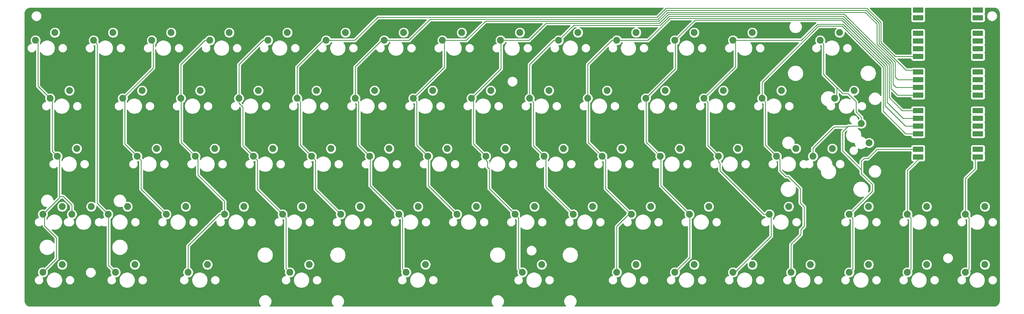
<source format=gtl>
G04 #@! TF.GenerationSoftware,KiCad,Pcbnew,(5.1.9)-1*
G04 #@! TF.CreationDate,2021-05-31T01:01:48+01:00*
G04 #@! TF.ProjectId,EnvKB65,456e764b-4236-4352-9e6b-696361645f70,rev?*
G04 #@! TF.SameCoordinates,Original*
G04 #@! TF.FileFunction,Copper,L1,Top*
G04 #@! TF.FilePolarity,Positive*
%FSLAX46Y46*%
G04 Gerber Fmt 4.6, Leading zero omitted, Abs format (unit mm)*
G04 Created by KiCad (PCBNEW (5.1.9)-1) date 2021-05-31 01:01:48*
%MOMM*%
%LPD*%
G01*
G04 APERTURE LIST*
G04 #@! TA.AperFunction,ComponentPad*
%ADD10C,2.250000*%
G04 #@! TD*
G04 #@! TA.AperFunction,SMDPad,CuDef*
%ADD11R,3.500000X1.700000*%
G04 #@! TD*
G04 #@! TA.AperFunction,ComponentPad*
%ADD12O,1.700000X1.700000*%
G04 #@! TD*
G04 #@! TA.AperFunction,ComponentPad*
%ADD13R,1.700000X1.700000*%
G04 #@! TD*
G04 #@! TA.AperFunction,Conductor*
%ADD14C,0.250000*%
G04 #@! TD*
G04 #@! TA.AperFunction,Conductor*
%ADD15C,0.254000*%
G04 #@! TD*
G04 #@! TA.AperFunction,Conductor*
%ADD16C,0.100000*%
G04 #@! TD*
G04 APERTURE END LIST*
D10*
X86955000Y-163579000D03*
X80605000Y-166119000D03*
X329840000Y-144520000D03*
X323490000Y-147060000D03*
X330640000Y-128020000D03*
X336990000Y-125480000D03*
D11*
X377570000Y-147280000D03*
X377570000Y-144740000D03*
X377570000Y-142200000D03*
X377570000Y-139660000D03*
X377570000Y-137120000D03*
X377570000Y-134580000D03*
X377570000Y-132040000D03*
X377570000Y-129500000D03*
X377570000Y-126960000D03*
X377570000Y-124420000D03*
X377570000Y-121880000D03*
X377570000Y-119340000D03*
X377570000Y-116800000D03*
X377570000Y-114260000D03*
X377570000Y-111720000D03*
X377570000Y-109180000D03*
X377570000Y-106640000D03*
X377570000Y-104100000D03*
X377570000Y-101560000D03*
X377570000Y-99020000D03*
X357990000Y-147280000D03*
X357990000Y-144740000D03*
X357990000Y-142200000D03*
X357990000Y-139660000D03*
X357990000Y-137120000D03*
X357990000Y-134580000D03*
X357990000Y-132040000D03*
X357990000Y-129500000D03*
X357990000Y-126960000D03*
X357990000Y-124420000D03*
X357990000Y-121880000D03*
X357990000Y-119340000D03*
X357990000Y-116800000D03*
X357990000Y-114260000D03*
X357990000Y-111720000D03*
X357990000Y-109180000D03*
X357990000Y-106640000D03*
X357990000Y-104100000D03*
X357990000Y-101560000D03*
X357990000Y-99020000D03*
D12*
X376670000Y-99020000D03*
X376670000Y-101560000D03*
D13*
X376670000Y-104100000D03*
D12*
X376670000Y-106640000D03*
X376670000Y-109180000D03*
X376670000Y-111720000D03*
X376670000Y-114260000D03*
D13*
X376670000Y-116800000D03*
D12*
X376670000Y-119340000D03*
X376670000Y-121880000D03*
X376670000Y-124420000D03*
X376670000Y-126960000D03*
D13*
X376670000Y-129500000D03*
D12*
X376670000Y-132040000D03*
X376670000Y-134580000D03*
X376670000Y-137120000D03*
X376670000Y-139660000D03*
D13*
X376670000Y-142200000D03*
D12*
X376670000Y-144740000D03*
X376670000Y-147280000D03*
X358890000Y-147280000D03*
X358890000Y-144740000D03*
D13*
X358890000Y-142200000D03*
D12*
X358890000Y-139660000D03*
X358890000Y-137120000D03*
X358890000Y-134580000D03*
X358890000Y-132040000D03*
D13*
X358890000Y-129500000D03*
D12*
X358890000Y-126960000D03*
X358890000Y-124420000D03*
X358890000Y-121880000D03*
X358890000Y-119340000D03*
D13*
X358890000Y-116800000D03*
D12*
X358890000Y-114260000D03*
X358890000Y-111720000D03*
X358890000Y-109180000D03*
X358890000Y-106640000D03*
D13*
X358890000Y-104100000D03*
D12*
X358890000Y-101560000D03*
X358890000Y-99020000D03*
D10*
X341914200Y-142624120D03*
X339374200Y-136274120D03*
X190142950Y-185169120D03*
X196492950Y-182629120D03*
X228242950Y-185169120D03*
X234592950Y-182629120D03*
X354449200Y-185169120D03*
X360799200Y-182629120D03*
X259199200Y-185169120D03*
X265549200Y-182629120D03*
X75874200Y-147069120D03*
X82224200Y-144529120D03*
X152042950Y-185169120D03*
X158392950Y-182629120D03*
X309224200Y-166119120D03*
X315574200Y-163579120D03*
X373499200Y-185169120D03*
X379849200Y-182629120D03*
X335399200Y-185169120D03*
X341749200Y-182629120D03*
X316349200Y-185169120D03*
X322699200Y-182629120D03*
X297299200Y-185169120D03*
X303649200Y-182629120D03*
X278249200Y-185169120D03*
X284599200Y-182629120D03*
X118705450Y-185169120D03*
X125055450Y-182629120D03*
X94892950Y-185169120D03*
X101242950Y-182629120D03*
X71080450Y-185169120D03*
X77430450Y-182629120D03*
X373499200Y-166119120D03*
X379849200Y-163579120D03*
X354449200Y-166119120D03*
X360799200Y-163579120D03*
X335399200Y-166119120D03*
X341749200Y-163579120D03*
X283011700Y-166119120D03*
X289361700Y-163579120D03*
X263961700Y-166119120D03*
X270311700Y-163579120D03*
X244911700Y-166119120D03*
X251261700Y-163579120D03*
X225861700Y-166119120D03*
X232211700Y-163579120D03*
X206811700Y-166119120D03*
X213161700Y-163579120D03*
X187761700Y-166119120D03*
X194111700Y-163579120D03*
X168711700Y-166119120D03*
X175061700Y-163579120D03*
X149661700Y-166119120D03*
X156011700Y-163579120D03*
X130611700Y-166119120D03*
X136961700Y-163579120D03*
X111561700Y-166119120D03*
X117911700Y-163579120D03*
X92511700Y-166119120D03*
X98861700Y-163579120D03*
X71080450Y-166119120D03*
X77430450Y-163579120D03*
X311586700Y-147069120D03*
X317936700Y-144529120D03*
X292536700Y-147069120D03*
X298886700Y-144529120D03*
X273486700Y-147069120D03*
X279836700Y-144529120D03*
X254436700Y-147069120D03*
X260786700Y-144529120D03*
X235386700Y-147069120D03*
X241736700Y-144529120D03*
X216336700Y-147069120D03*
X222686700Y-144529120D03*
X197286700Y-147069120D03*
X203636700Y-144529120D03*
X178236700Y-147069120D03*
X184586700Y-144529120D03*
X159186700Y-147069120D03*
X165536700Y-144529120D03*
X140136700Y-147069120D03*
X146486700Y-144529120D03*
X121086700Y-147069120D03*
X127436700Y-144529120D03*
X102036700Y-147069120D03*
X108386700Y-144529120D03*
X306824200Y-128019120D03*
X313174200Y-125479120D03*
X287774200Y-128019120D03*
X294124200Y-125479120D03*
X268724200Y-128019120D03*
X275074200Y-125479120D03*
X249674200Y-128019120D03*
X256024200Y-125479120D03*
X230624200Y-128019120D03*
X236974200Y-125479120D03*
X211574200Y-128019120D03*
X217924200Y-125479120D03*
X192524200Y-128019120D03*
X198874200Y-125479120D03*
X173474200Y-128019120D03*
X179824200Y-125479120D03*
X154424200Y-128019120D03*
X160774200Y-125479120D03*
X135374200Y-128019120D03*
X141724200Y-125479120D03*
X116324200Y-128019120D03*
X122674200Y-125479120D03*
X97274200Y-128019120D03*
X103624200Y-125479120D03*
X73461700Y-128019120D03*
X79811700Y-125479120D03*
X325874200Y-108969120D03*
X332224200Y-106429120D03*
X297299200Y-108969120D03*
X303649200Y-106429120D03*
X278249200Y-108969120D03*
X284599200Y-106429120D03*
X259199200Y-108969120D03*
X265549200Y-106429120D03*
X240149200Y-108969120D03*
X246499200Y-106429120D03*
X221099200Y-108969120D03*
X227449200Y-106429120D03*
X202049200Y-108969120D03*
X208399200Y-106429120D03*
X182999200Y-108969120D03*
X189349200Y-106429120D03*
X163949200Y-108969120D03*
X170299200Y-106429120D03*
X144899200Y-108969120D03*
X151249200Y-106429120D03*
X125849200Y-108969120D03*
X132199200Y-106429120D03*
X106799200Y-108969120D03*
X113149200Y-106429120D03*
X87749200Y-108969120D03*
X94099200Y-106429120D03*
X68699200Y-108969120D03*
X75049200Y-106429120D03*
D14*
X68699200Y-108969120D02*
X69475000Y-109744920D01*
X69475000Y-124032420D02*
X73461700Y-128019120D01*
X69475000Y-109744920D02*
X69475000Y-124032420D01*
X73461700Y-128019120D02*
X74150000Y-128707420D01*
X74150000Y-145344920D02*
X75874200Y-147069120D01*
X74150000Y-128707420D02*
X74150000Y-145344920D01*
X75874200Y-147069120D02*
X76550000Y-147744920D01*
X76550000Y-160649570D02*
X71080450Y-166119120D01*
X80590000Y-166110000D02*
X80590000Y-163040000D01*
X77800000Y-160250000D02*
X76550000Y-160250000D01*
X76550000Y-160250000D02*
X76550000Y-160649570D01*
X80590000Y-163040000D02*
X77800000Y-160250000D01*
X76550000Y-147744920D02*
X76550000Y-160250000D01*
X71650000Y-166688670D02*
X71080450Y-166119120D01*
X71650000Y-169850000D02*
X71650000Y-166688670D01*
X75550000Y-173750000D02*
X71650000Y-169850000D01*
X75550000Y-180699570D02*
X75550000Y-173750000D01*
X71080450Y-185169120D02*
X75550000Y-180699570D01*
X92641701Y-166249121D02*
X92511700Y-166119120D01*
X92641701Y-182917871D02*
X92641701Y-166249121D01*
X94892950Y-185169120D02*
X92641701Y-182917871D01*
X88874199Y-110094119D02*
X87749200Y-108969120D01*
X88874199Y-162481619D02*
X88874199Y-110094119D01*
X92511700Y-166119120D02*
X88874199Y-162481619D01*
X107250000Y-118043320D02*
X97274200Y-128019120D01*
X107250000Y-109419920D02*
X107250000Y-118043320D01*
X106799200Y-108969120D02*
X107250000Y-109419920D01*
X97975000Y-128719920D02*
X97274200Y-128019120D01*
X97975000Y-143007420D02*
X97975000Y-128719920D01*
X102036700Y-147069120D02*
X97975000Y-143007420D01*
X103327799Y-157885219D02*
X111561700Y-166119120D01*
X103327799Y-148360219D02*
X103327799Y-157885219D01*
X102036700Y-147069120D02*
X103327799Y-148360219D01*
X124258210Y-108969120D02*
X125849200Y-108969120D01*
X116324200Y-116903130D02*
X124258210Y-108969120D01*
X116324200Y-128019120D02*
X116324200Y-116903130D01*
X129020710Y-166119120D02*
X130611700Y-166119120D01*
X118705450Y-176434380D02*
X129020710Y-166119120D01*
X118705450Y-185169120D02*
X118705450Y-176434380D01*
X130611700Y-166119120D02*
X130611700Y-161861700D01*
X130611700Y-161861700D02*
X121950000Y-153200000D01*
X121950000Y-147932420D02*
X121086700Y-147069120D01*
X121950000Y-153200000D02*
X121950000Y-147932420D01*
X116454201Y-128149121D02*
X116324200Y-128019120D01*
X116454201Y-142436621D02*
X116454201Y-128149121D01*
X121086700Y-147069120D02*
X116454201Y-142436621D01*
X143308210Y-108969120D02*
X144899200Y-108969120D01*
X135374200Y-116903130D02*
X143308210Y-108969120D01*
X135374200Y-128019120D02*
X135374200Y-116903130D01*
X136665299Y-143597719D02*
X140136700Y-147069120D01*
X136665299Y-130901209D02*
X136665299Y-143597719D01*
X135374200Y-129610110D02*
X136665299Y-130901209D01*
X135374200Y-128019120D02*
X135374200Y-129610110D01*
X141427799Y-157885219D02*
X149661700Y-166119120D01*
X141427799Y-148360219D02*
X141427799Y-157885219D01*
X140136700Y-147069120D02*
X141427799Y-148360219D01*
X150786699Y-183912869D02*
X152042950Y-185169120D01*
X150786699Y-167244119D02*
X150786699Y-183912869D01*
X149661700Y-166119120D02*
X150786699Y-167244119D01*
X160477799Y-148360219D02*
X159186700Y-147069120D01*
X160477799Y-157885219D02*
X160477799Y-148360219D01*
X168711700Y-166119120D02*
X160477799Y-157885219D01*
X155549199Y-129144119D02*
X154424200Y-128019120D01*
X155549199Y-143431619D02*
X155549199Y-129144119D01*
X159186700Y-147069120D02*
X155549199Y-143431619D01*
X163147198Y-108969120D02*
X163949200Y-108969120D01*
X154424200Y-117692118D02*
X163147198Y-108969120D01*
X154424200Y-128019120D02*
X154424200Y-117692118D01*
X272403780Y-101399960D02*
X275353790Y-98449950D01*
X180900040Y-101399960D02*
X272403780Y-101399960D01*
X173330880Y-108969120D02*
X180900040Y-101399960D01*
X163949200Y-108969120D02*
X173330880Y-108969120D01*
X275353790Y-98449950D02*
X337649950Y-98449950D01*
X337649950Y-98449950D02*
X337850030Y-98449950D01*
X345800020Y-103061516D02*
X345800020Y-109646002D01*
X341188454Y-98449950D02*
X345800020Y-103061516D01*
X337649950Y-98449950D02*
X341188454Y-98449950D01*
X345800020Y-109646002D02*
X349552009Y-113397991D01*
X358880000Y-114250000D02*
X358890000Y-114260000D01*
X350404018Y-114250000D02*
X358880000Y-114250000D01*
X349552009Y-113397991D02*
X350404018Y-114250000D01*
X189017951Y-167375371D02*
X187761700Y-166119120D01*
X189017951Y-184044121D02*
X189017951Y-167375371D01*
X190142950Y-185169120D02*
X189017951Y-184044121D01*
X182197198Y-108969120D02*
X182999200Y-108969120D01*
X173474200Y-117692118D02*
X182197198Y-108969120D01*
X173474200Y-128019120D02*
X173474200Y-117692118D01*
X174599199Y-129144119D02*
X173474200Y-128019120D01*
X174599199Y-143431619D02*
X174599199Y-129144119D01*
X178236700Y-147069120D02*
X174599199Y-143431619D01*
X178366701Y-147199121D02*
X178236700Y-147069120D01*
X178366701Y-156724121D02*
X178366701Y-147199121D01*
X187761700Y-166119120D02*
X178366701Y-156724121D01*
X182999200Y-108969120D02*
X191130880Y-108969120D01*
X191130880Y-108969120D02*
X198050030Y-102049970D01*
X198050030Y-102049970D02*
X220349970Y-102049970D01*
X220349970Y-102049970D02*
X220550030Y-102049970D01*
X272673022Y-102049970D02*
X275623032Y-99099960D01*
X220349970Y-102049970D02*
X272673022Y-102049970D01*
X275623032Y-99099960D02*
X337900040Y-99099960D01*
X337900040Y-99099960D02*
X338150030Y-99099960D01*
X354014774Y-118780008D02*
X358330008Y-118780008D01*
X358330008Y-118780008D02*
X358890000Y-119340000D01*
X345150010Y-109915244D02*
X354014774Y-118780008D01*
X345150010Y-103330758D02*
X345150010Y-109915244D01*
X340919212Y-99099960D02*
X345150010Y-103330758D01*
X337900040Y-99099960D02*
X340919212Y-99099960D01*
X197416701Y-147199121D02*
X197286700Y-147069120D01*
X197416701Y-156724121D02*
X197416701Y-147199121D01*
X206811700Y-166119120D02*
X197416701Y-156724121D01*
X193649199Y-129144119D02*
X192524200Y-128019120D01*
X193649199Y-143431619D02*
X193649199Y-129144119D01*
X197286700Y-147069120D02*
X193649199Y-143431619D01*
X202049200Y-108969120D02*
X202700000Y-109619920D01*
X202700000Y-117843320D02*
X192524200Y-128019120D01*
X202700000Y-109619920D02*
X202700000Y-117843320D01*
X272942264Y-102699980D02*
X275892274Y-99749970D01*
X216200020Y-102699980D02*
X272942264Y-102699980D01*
X209930880Y-108969120D02*
X216200020Y-102699980D01*
X202049200Y-108969120D02*
X209930880Y-108969120D01*
X338250030Y-99749970D02*
X338349970Y-99749970D01*
X275892274Y-99749970D02*
X338250030Y-99749970D01*
X338719212Y-99749970D02*
X338250030Y-99749970D01*
X340649970Y-99749970D02*
X338719212Y-99749970D01*
X344500000Y-103600000D02*
X340649970Y-99749970D01*
X344500000Y-110184486D02*
X344500000Y-103600000D01*
X350400059Y-116084545D02*
X344500000Y-110184486D01*
X350400059Y-120919311D02*
X350400059Y-120549941D01*
X358890000Y-121880000D02*
X351360748Y-121880000D01*
X350400059Y-120549941D02*
X350400059Y-116084545D01*
X351360748Y-121880000D02*
X350400059Y-120919311D01*
X221229201Y-109099121D02*
X221099200Y-108969120D01*
X221229201Y-118364119D02*
X221229201Y-109099121D01*
X211574200Y-128019120D02*
X221229201Y-118364119D01*
X212250000Y-128694920D02*
X211574200Y-128019120D01*
X212250000Y-142982420D02*
X212250000Y-128694920D01*
X216336700Y-147069120D02*
X212250000Y-142982420D01*
X226986699Y-183912869D02*
X228242950Y-185169120D01*
X226986699Y-167244119D02*
X226986699Y-183912869D01*
X225861700Y-166119120D02*
X226986699Y-167244119D01*
X273211506Y-103349990D02*
X276161516Y-100399980D01*
X236050010Y-103349990D02*
X273211506Y-103349990D01*
X230430880Y-108969120D02*
X236050010Y-103349990D01*
X221099200Y-108969120D02*
X230430880Y-108969120D01*
X332500020Y-100399980D02*
X333796242Y-100399980D01*
X276161516Y-100399980D02*
X332500020Y-100399980D01*
X349298131Y-115901869D02*
X349750047Y-116353785D01*
X333796242Y-100399980D02*
X349298131Y-115901869D01*
X349298131Y-115901869D02*
X349750051Y-116353789D01*
X349750047Y-123369295D02*
X349750047Y-122999953D01*
X350800752Y-124420000D02*
X349750047Y-123369295D01*
X358890000Y-124420000D02*
X350800752Y-124420000D01*
X349750047Y-116353785D02*
X349750047Y-122999953D01*
X217400000Y-157657420D02*
X225861700Y-166119120D01*
X217400000Y-151200000D02*
X217400000Y-157657420D01*
X216800000Y-150600000D02*
X217400000Y-151200000D01*
X216800000Y-148800000D02*
X216800000Y-150600000D01*
X216336700Y-148336700D02*
X216800000Y-148800000D01*
X216336700Y-147069120D02*
X216336700Y-148336700D01*
X238558210Y-108969120D02*
X240149200Y-108969120D01*
X230624200Y-116903130D02*
X238558210Y-108969120D01*
X230624200Y-128019120D02*
X230624200Y-116903130D01*
X231915299Y-143597719D02*
X235386700Y-147069120D01*
X231915299Y-129310219D02*
X231915299Y-143597719D01*
X230624200Y-128019120D02*
X231915299Y-129310219D01*
X273480750Y-104000000D02*
X276430759Y-101049991D01*
X245118319Y-104000001D02*
X273480750Y-104000000D01*
X240149200Y-108969120D02*
X245118319Y-104000001D01*
X349100041Y-116623031D02*
X349100039Y-116623029D01*
X349100041Y-124800041D02*
X349100041Y-116623031D01*
X333527003Y-101049993D02*
X333150011Y-101049993D01*
X335038505Y-102561495D02*
X333527003Y-101049993D01*
X333150011Y-101049993D02*
X333150009Y-101049991D01*
X349100039Y-116623029D02*
X335038505Y-102561495D01*
X276430759Y-101049991D02*
X333150009Y-101049991D01*
X335038505Y-102561495D02*
X334827021Y-102350011D01*
X351260000Y-126960000D02*
X349100041Y-124800041D01*
X358890000Y-126960000D02*
X351260000Y-126960000D01*
X236000000Y-147682420D02*
X235386700Y-147069120D01*
X236000000Y-157207420D02*
X236000000Y-147682420D01*
X244911700Y-166119120D02*
X236000000Y-157207420D01*
X263159698Y-166119120D02*
X263961700Y-166119120D01*
X259199200Y-170079618D02*
X263159698Y-166119120D01*
X259199200Y-185169120D02*
X259199200Y-170079618D01*
X255561699Y-148194119D02*
X254436700Y-147069120D01*
X255561699Y-157719119D02*
X255561699Y-148194119D01*
X263961700Y-166119120D02*
X255561699Y-157719119D01*
X254436700Y-147069120D02*
X249875000Y-142507420D01*
X249875000Y-128219920D02*
X249674200Y-128019120D01*
X249875000Y-142507420D02*
X249875000Y-128219920D01*
X257608210Y-108969120D02*
X259199200Y-108969120D01*
X249674200Y-116903130D02*
X257608210Y-108969120D01*
X249674200Y-128019120D02*
X249674200Y-116903130D01*
X333257759Y-101700001D02*
X348450031Y-116892273D01*
X276699999Y-101700001D02*
X333257759Y-101700001D01*
X269430880Y-108969120D02*
X276699999Y-101700001D01*
X259199200Y-108969120D02*
X269430880Y-108969120D01*
X352740062Y-132040000D02*
X348450031Y-127749969D01*
X358890000Y-132040000D02*
X352740062Y-132040000D01*
X348450031Y-116892273D02*
X348450031Y-127749969D01*
X283141701Y-166249121D02*
X283011700Y-166119120D01*
X283141701Y-180276619D02*
X283141701Y-166249121D01*
X278249200Y-185169120D02*
X283141701Y-180276619D01*
X273616701Y-147199121D02*
X273486700Y-147069120D01*
X273616701Y-156724121D02*
X273616701Y-147199121D01*
X283011700Y-166119120D02*
X273616701Y-156724121D01*
X268854201Y-128149121D02*
X268724200Y-128019120D01*
X268854201Y-142436621D02*
X268854201Y-128149121D01*
X273486700Y-147069120D02*
X268854201Y-142436621D01*
X278379201Y-109099121D02*
X278249200Y-108969120D01*
X278379201Y-118364119D02*
X278379201Y-109099121D01*
X268724200Y-128019120D02*
X278379201Y-118364119D01*
X284868309Y-102350011D02*
X278249200Y-108969120D01*
X347800021Y-117161515D02*
X332988517Y-102350011D01*
X332988517Y-102350011D02*
X284868309Y-102350011D01*
X353080000Y-134580000D02*
X347800021Y-129300021D01*
X358890000Y-134580000D02*
X353080000Y-134580000D01*
X347800021Y-129300021D02*
X347800021Y-117161515D01*
X298075000Y-117718320D02*
X298075000Y-109744920D01*
X298075000Y-109744920D02*
X297299200Y-108969120D01*
X287774200Y-128019120D02*
X298075000Y-117718320D01*
X289065299Y-143597719D02*
X292536700Y-147069120D01*
X289065299Y-129310219D02*
X289065299Y-143597719D01*
X287774200Y-128019120D02*
X289065299Y-129310219D01*
X307344120Y-166119120D02*
X309224200Y-166119120D01*
X293025000Y-151800000D02*
X307344120Y-166119120D01*
X293025000Y-149295418D02*
X293025000Y-151800000D01*
X292536700Y-148807118D02*
X293025000Y-149295418D01*
X292536700Y-147069120D02*
X292536700Y-148807118D01*
X309224200Y-166119120D02*
X309775000Y-166669920D01*
X309775000Y-166669920D02*
X309775000Y-173325000D01*
X297930880Y-185169120D02*
X297299200Y-185169120D01*
X309775000Y-173325000D02*
X297930880Y-185169120D01*
X325030756Y-103649990D02*
X333369242Y-103649990D01*
X333369242Y-103649990D02*
X347150011Y-117430757D01*
X297299200Y-108969120D02*
X319711626Y-108969120D01*
X319711626Y-108969120D02*
X325030756Y-103649990D01*
X353820000Y-137120000D02*
X347150011Y-130450011D01*
X358890000Y-137120000D02*
X353820000Y-137120000D01*
X347150011Y-117430757D02*
X347150011Y-130450011D01*
X316349200Y-185169120D02*
X316349200Y-175925800D01*
X319514201Y-172760799D02*
X319514201Y-171160799D01*
X316349200Y-175925800D02*
X319514201Y-172760799D01*
X319514201Y-171160799D02*
X320650000Y-170025000D01*
X320650000Y-170025000D02*
X320650000Y-163675000D01*
X312711699Y-148194119D02*
X311586700Y-147069120D01*
X307949199Y-129144119D02*
X306824200Y-128019120D01*
X307949199Y-143431619D02*
X307949199Y-129144119D01*
X311586700Y-147069120D02*
X307949199Y-143431619D01*
X325300000Y-104300000D02*
X333100000Y-104300000D01*
X306824200Y-122775800D02*
X325300000Y-104300000D01*
X306824200Y-128019120D02*
X306824200Y-122775800D01*
X333100000Y-104300000D02*
X334900000Y-106100000D01*
X334900000Y-106100000D02*
X335100000Y-106300000D01*
X346500000Y-117700000D02*
X334900000Y-106100000D01*
X346500000Y-132250000D02*
X346500000Y-117700000D01*
X353910000Y-139660000D02*
X346500000Y-132250000D01*
X358890000Y-139660000D02*
X353910000Y-139660000D01*
X319342500Y-162367500D02*
X319342500Y-157582500D01*
X320650000Y-163675000D02*
X319342500Y-162367500D01*
X319342500Y-157582500D02*
X315440000Y-153680000D01*
X314590000Y-153680000D02*
X312711699Y-151801699D01*
X315440000Y-153680000D02*
X314590000Y-153680000D01*
X312711699Y-151801699D02*
X312711699Y-148194119D01*
X326999199Y-110094119D02*
X326999199Y-120224199D01*
X325874200Y-108969120D02*
X326999199Y-110094119D01*
X336524199Y-184044121D02*
X335399200Y-185169120D01*
X336524199Y-167244119D02*
X336524199Y-184044121D01*
X335399200Y-166119120D02*
X336524199Y-167244119D01*
X323490000Y-147060000D02*
X323490000Y-144360000D01*
X330450881Y-137399119D02*
X334800881Y-137399119D01*
X323490000Y-144360000D02*
X330450881Y-137399119D01*
X338548320Y-137100000D02*
X339374200Y-136274120D01*
X335100000Y-137100000D02*
X338548320Y-137100000D01*
X333250000Y-138950000D02*
X334925000Y-137275000D01*
X333250000Y-145300000D02*
X333250000Y-138950000D01*
X334925000Y-137275000D02*
X335100000Y-137100000D01*
X334800881Y-137399119D02*
X334925000Y-137275000D01*
X331098101Y-127561899D02*
X331098101Y-128020000D01*
X331292500Y-127367500D02*
X331098101Y-127561899D01*
X331292500Y-124517500D02*
X331292500Y-127367500D01*
X326999199Y-120224199D02*
X331292500Y-124517500D01*
X336594200Y-148644200D02*
X335275000Y-147325000D01*
X335275000Y-147325000D02*
X333250000Y-145300000D01*
X335724200Y-147774200D02*
X335275000Y-147325000D01*
X336594200Y-148644200D02*
X339374200Y-151424200D01*
X339374200Y-136274120D02*
X339374200Y-134224200D01*
X339374200Y-134224200D02*
X337650000Y-132500000D01*
X337650000Y-132500000D02*
X337650000Y-129100000D01*
X334987500Y-126437500D02*
X333212500Y-126437500D01*
X337650000Y-129100000D02*
X334987500Y-126437500D01*
X331292500Y-124517500D02*
X333212500Y-126437500D01*
X339374200Y-152684200D02*
X339374200Y-151424200D01*
X342970000Y-156280000D02*
X339374200Y-152684200D01*
X342970000Y-158548320D02*
X342970000Y-156280000D01*
X335399200Y-166119120D02*
X342970000Y-158548320D01*
X339374200Y-148644200D02*
X339374200Y-151424200D01*
X340244200Y-147774200D02*
X339374200Y-148644200D01*
X341515800Y-147774200D02*
X340244200Y-147774200D01*
X344550000Y-144740000D02*
X341515800Y-147774200D01*
X358890000Y-144740000D02*
X344550000Y-144740000D01*
X355574199Y-167244119D02*
X354449200Y-166119120D01*
X355574199Y-184044121D02*
X355574199Y-167244119D01*
X354449200Y-185169120D02*
X355574199Y-184044121D01*
X354449200Y-166119120D02*
X354579201Y-165989119D01*
X354449200Y-151720800D02*
X358890000Y-147280000D01*
X354449200Y-166119120D02*
X354449200Y-151720800D01*
X374624199Y-167244119D02*
X373499200Y-166119120D01*
X374624199Y-184044121D02*
X374624199Y-167244119D01*
X373499200Y-185169120D02*
X374624199Y-184044121D01*
X373499200Y-154320800D02*
X376670000Y-151150000D01*
X373499200Y-166119120D02*
X373499200Y-154320800D01*
X376670000Y-151150000D02*
X376670000Y-147280000D01*
D15*
X272088979Y-100639960D02*
X180937365Y-100639960D01*
X180900040Y-100636284D01*
X180862715Y-100639960D01*
X180862707Y-100639960D01*
X180751054Y-100650957D01*
X180607793Y-100694414D01*
X180475764Y-100764986D01*
X180360039Y-100859959D01*
X180336241Y-100888957D01*
X173016079Y-108209120D01*
X165539408Y-108209120D01*
X165508892Y-108135447D01*
X165316281Y-107847185D01*
X165071135Y-107602039D01*
X164782873Y-107409428D01*
X164462573Y-107276756D01*
X164122545Y-107209120D01*
X163775855Y-107209120D01*
X163435827Y-107276756D01*
X163115527Y-107409428D01*
X162827265Y-107602039D01*
X162582119Y-107847185D01*
X162389508Y-108135447D01*
X162256836Y-108455747D01*
X162189200Y-108795775D01*
X162189200Y-108852316D01*
X153913198Y-117128319D01*
X153884200Y-117152117D01*
X153860402Y-117181115D01*
X153860401Y-117181116D01*
X153789226Y-117267842D01*
X153718654Y-117399872D01*
X153675198Y-117543133D01*
X153660524Y-117692118D01*
X153664201Y-117729450D01*
X153664200Y-126428912D01*
X153590527Y-126459428D01*
X153302265Y-126652039D01*
X153057119Y-126897185D01*
X152864508Y-127185447D01*
X152731836Y-127505747D01*
X152664200Y-127845775D01*
X152664200Y-128192465D01*
X152731836Y-128532493D01*
X152864508Y-128852793D01*
X152996838Y-129050839D01*
X152713749Y-129107149D01*
X152438947Y-129220976D01*
X152191631Y-129386227D01*
X151981307Y-129596551D01*
X151816056Y-129843867D01*
X151702229Y-130118669D01*
X151644200Y-130410398D01*
X151644200Y-130707842D01*
X151702229Y-130999571D01*
X151816056Y-131274373D01*
X151981307Y-131521689D01*
X152191631Y-131732013D01*
X152438947Y-131897264D01*
X152713749Y-132011091D01*
X153005478Y-132069120D01*
X153302922Y-132069120D01*
X153594651Y-132011091D01*
X153869453Y-131897264D01*
X154116769Y-131732013D01*
X154327093Y-131521689D01*
X154492344Y-131274373D01*
X154606171Y-130999571D01*
X154664200Y-130707842D01*
X154664200Y-130410398D01*
X154606171Y-130118669D01*
X154492344Y-129843867D01*
X154449082Y-129779120D01*
X154597545Y-129779120D01*
X154789200Y-129740997D01*
X154789199Y-143394297D01*
X154785523Y-143431619D01*
X154789199Y-143468941D01*
X154789199Y-143468951D01*
X154800196Y-143580604D01*
X154835033Y-143695447D01*
X154843653Y-143723865D01*
X154914225Y-143855895D01*
X154942186Y-143889965D01*
X155009198Y-143971620D01*
X155038202Y-143995423D01*
X157524852Y-146482074D01*
X157494336Y-146555747D01*
X157426700Y-146895775D01*
X157426700Y-147242465D01*
X157494336Y-147582493D01*
X157627008Y-147902793D01*
X157759338Y-148100839D01*
X157476249Y-148157149D01*
X157201447Y-148270976D01*
X156954131Y-148436227D01*
X156743807Y-148646551D01*
X156578556Y-148893867D01*
X156464729Y-149168669D01*
X156406700Y-149460398D01*
X156406700Y-149757842D01*
X156464729Y-150049571D01*
X156578556Y-150324373D01*
X156743807Y-150571689D01*
X156954131Y-150782013D01*
X157201447Y-150947264D01*
X157476249Y-151061091D01*
X157767978Y-151119120D01*
X158065422Y-151119120D01*
X158357151Y-151061091D01*
X158631953Y-150947264D01*
X158879269Y-150782013D01*
X159089593Y-150571689D01*
X159254844Y-150324373D01*
X159368671Y-150049571D01*
X159426700Y-149757842D01*
X159426700Y-149460398D01*
X159368671Y-149168669D01*
X159254844Y-148893867D01*
X159211582Y-148829120D01*
X159360045Y-148829120D01*
X159700073Y-148761484D01*
X159717800Y-148754141D01*
X159717799Y-157847897D01*
X159714123Y-157885219D01*
X159717799Y-157922541D01*
X159717799Y-157922551D01*
X159728796Y-158034204D01*
X159761918Y-158143394D01*
X159772253Y-158177465D01*
X159842825Y-158309495D01*
X159860886Y-158331502D01*
X159937798Y-158425220D01*
X159966802Y-158449023D01*
X167049852Y-165532075D01*
X167019336Y-165605747D01*
X166951700Y-165945775D01*
X166951700Y-166292465D01*
X167019336Y-166632493D01*
X167152008Y-166952793D01*
X167284338Y-167150839D01*
X167001249Y-167207149D01*
X166726447Y-167320976D01*
X166479131Y-167486227D01*
X166268807Y-167696551D01*
X166103556Y-167943867D01*
X165989729Y-168218669D01*
X165931700Y-168510398D01*
X165931700Y-168807842D01*
X165989729Y-169099571D01*
X166103556Y-169374373D01*
X166268807Y-169621689D01*
X166479131Y-169832013D01*
X166726447Y-169997264D01*
X167001249Y-170111091D01*
X167292978Y-170169120D01*
X167590422Y-170169120D01*
X167882151Y-170111091D01*
X168156953Y-169997264D01*
X168404269Y-169832013D01*
X168614593Y-169621689D01*
X168779844Y-169374373D01*
X168893671Y-169099571D01*
X168951700Y-168807842D01*
X168951700Y-168510398D01*
X168929780Y-168400196D01*
X169892800Y-168400196D01*
X169892800Y-168918044D01*
X169993827Y-169425942D01*
X170191999Y-169904371D01*
X170479700Y-170334946D01*
X170845874Y-170701120D01*
X171276449Y-170988821D01*
X171754878Y-171186993D01*
X172262776Y-171288020D01*
X172780624Y-171288020D01*
X173288522Y-171186993D01*
X173766951Y-170988821D01*
X174197526Y-170701120D01*
X174563700Y-170334946D01*
X174851401Y-169904371D01*
X175049573Y-169425942D01*
X175150600Y-168918044D01*
X175150600Y-168510398D01*
X176091700Y-168510398D01*
X176091700Y-168807842D01*
X176149729Y-169099571D01*
X176263556Y-169374373D01*
X176428807Y-169621689D01*
X176639131Y-169832013D01*
X176886447Y-169997264D01*
X177161249Y-170111091D01*
X177452978Y-170169120D01*
X177750422Y-170169120D01*
X178042151Y-170111091D01*
X178316953Y-169997264D01*
X178564269Y-169832013D01*
X178774593Y-169621689D01*
X178939844Y-169374373D01*
X179053671Y-169099571D01*
X179111700Y-168807842D01*
X179111700Y-168510398D01*
X179053671Y-168218669D01*
X178939844Y-167943867D01*
X178774593Y-167696551D01*
X178564269Y-167486227D01*
X178316953Y-167320976D01*
X178042151Y-167207149D01*
X177750422Y-167149120D01*
X177452978Y-167149120D01*
X177161249Y-167207149D01*
X176886447Y-167320976D01*
X176639131Y-167486227D01*
X176428807Y-167696551D01*
X176263556Y-167943867D01*
X176149729Y-168218669D01*
X176091700Y-168510398D01*
X175150600Y-168510398D01*
X175150600Y-168400196D01*
X175049573Y-167892298D01*
X174851401Y-167413869D01*
X174563700Y-166983294D01*
X174197526Y-166617120D01*
X173766951Y-166329419D01*
X173288522Y-166131247D01*
X172780624Y-166030220D01*
X172262776Y-166030220D01*
X171754878Y-166131247D01*
X171276449Y-166329419D01*
X170845874Y-166617120D01*
X170479700Y-166983294D01*
X170191999Y-167413869D01*
X169993827Y-167892298D01*
X169892800Y-168400196D01*
X168929780Y-168400196D01*
X168893671Y-168218669D01*
X168779844Y-167943867D01*
X168736582Y-167879120D01*
X168885045Y-167879120D01*
X169225073Y-167811484D01*
X169545373Y-167678812D01*
X169833635Y-167486201D01*
X170078781Y-167241055D01*
X170271392Y-166952793D01*
X170404064Y-166632493D01*
X170471700Y-166292465D01*
X170471700Y-165945775D01*
X170404064Y-165605747D01*
X170271392Y-165285447D01*
X170078781Y-164997185D01*
X169833635Y-164752039D01*
X169545373Y-164559428D01*
X169225073Y-164426756D01*
X168885045Y-164359120D01*
X168538355Y-164359120D01*
X168198327Y-164426756D01*
X168124655Y-164457272D01*
X167073158Y-163405775D01*
X173301700Y-163405775D01*
X173301700Y-163752465D01*
X173369336Y-164092493D01*
X173502008Y-164412793D01*
X173694619Y-164701055D01*
X173939765Y-164946201D01*
X174228027Y-165138812D01*
X174548327Y-165271484D01*
X174888355Y-165339120D01*
X175235045Y-165339120D01*
X175575073Y-165271484D01*
X175895373Y-165138812D01*
X176183635Y-164946201D01*
X176428781Y-164701055D01*
X176621392Y-164412793D01*
X176754064Y-164092493D01*
X176821700Y-163752465D01*
X176821700Y-163405775D01*
X176754064Y-163065747D01*
X176621392Y-162745447D01*
X176428781Y-162457185D01*
X176183635Y-162212039D01*
X175895373Y-162019428D01*
X175575073Y-161886756D01*
X175235045Y-161819120D01*
X174888355Y-161819120D01*
X174548327Y-161886756D01*
X174228027Y-162019428D01*
X173939765Y-162212039D01*
X173694619Y-162457185D01*
X173502008Y-162745447D01*
X173369336Y-163065747D01*
X173301700Y-163405775D01*
X167073158Y-163405775D01*
X161237799Y-157570418D01*
X161237799Y-151568045D01*
X161320874Y-151651120D01*
X161751449Y-151938821D01*
X162229878Y-152136993D01*
X162737776Y-152238020D01*
X163255624Y-152238020D01*
X163763522Y-152136993D01*
X164241951Y-151938821D01*
X164672526Y-151651120D01*
X165038700Y-151284946D01*
X165326401Y-150854371D01*
X165524573Y-150375942D01*
X165625600Y-149868044D01*
X165625600Y-149460398D01*
X166566700Y-149460398D01*
X166566700Y-149757842D01*
X166624729Y-150049571D01*
X166738556Y-150324373D01*
X166903807Y-150571689D01*
X167114131Y-150782013D01*
X167361447Y-150947264D01*
X167636249Y-151061091D01*
X167927978Y-151119120D01*
X168225422Y-151119120D01*
X168517151Y-151061091D01*
X168791953Y-150947264D01*
X169039269Y-150782013D01*
X169249593Y-150571689D01*
X169414844Y-150324373D01*
X169528671Y-150049571D01*
X169586700Y-149757842D01*
X169586700Y-149460398D01*
X169528671Y-149168669D01*
X169414844Y-148893867D01*
X169249593Y-148646551D01*
X169039269Y-148436227D01*
X168791953Y-148270976D01*
X168517151Y-148157149D01*
X168225422Y-148099120D01*
X167927978Y-148099120D01*
X167636249Y-148157149D01*
X167361447Y-148270976D01*
X167114131Y-148436227D01*
X166903807Y-148646551D01*
X166738556Y-148893867D01*
X166624729Y-149168669D01*
X166566700Y-149460398D01*
X165625600Y-149460398D01*
X165625600Y-149350196D01*
X165524573Y-148842298D01*
X165326401Y-148363869D01*
X165038700Y-147933294D01*
X164672526Y-147567120D01*
X164241951Y-147279419D01*
X163763522Y-147081247D01*
X163255624Y-146980220D01*
X162737776Y-146980220D01*
X162229878Y-147081247D01*
X161751449Y-147279419D01*
X161320874Y-147567120D01*
X161040327Y-147847667D01*
X161017800Y-147820218D01*
X160988802Y-147796420D01*
X160848548Y-147656166D01*
X160879064Y-147582493D01*
X160946700Y-147242465D01*
X160946700Y-146895775D01*
X160879064Y-146555747D01*
X160746392Y-146235447D01*
X160553781Y-145947185D01*
X160308635Y-145702039D01*
X160020373Y-145509428D01*
X159700073Y-145376756D01*
X159360045Y-145309120D01*
X159013355Y-145309120D01*
X158673327Y-145376756D01*
X158599654Y-145407272D01*
X157548157Y-144355775D01*
X163776700Y-144355775D01*
X163776700Y-144702465D01*
X163844336Y-145042493D01*
X163977008Y-145362793D01*
X164169619Y-145651055D01*
X164414765Y-145896201D01*
X164703027Y-146088812D01*
X165023327Y-146221484D01*
X165363355Y-146289120D01*
X165710045Y-146289120D01*
X166050073Y-146221484D01*
X166370373Y-146088812D01*
X166658635Y-145896201D01*
X166903781Y-145651055D01*
X167096392Y-145362793D01*
X167229064Y-145042493D01*
X167296700Y-144702465D01*
X167296700Y-144355775D01*
X167229064Y-144015747D01*
X167096392Y-143695447D01*
X166903781Y-143407185D01*
X166658635Y-143162039D01*
X166370373Y-142969428D01*
X166050073Y-142836756D01*
X165710045Y-142769120D01*
X165363355Y-142769120D01*
X165023327Y-142836756D01*
X164703027Y-142969428D01*
X164414765Y-143162039D01*
X164169619Y-143407185D01*
X163977008Y-143695447D01*
X163844336Y-144015747D01*
X163776700Y-144355775D01*
X157548157Y-144355775D01*
X156309199Y-143116818D01*
X156309199Y-132351945D01*
X156558374Y-132601120D01*
X156988949Y-132888821D01*
X157467378Y-133086993D01*
X157975276Y-133188020D01*
X158493124Y-133188020D01*
X159001022Y-133086993D01*
X159479451Y-132888821D01*
X159910026Y-132601120D01*
X160276200Y-132234946D01*
X160563901Y-131804371D01*
X160762073Y-131325942D01*
X160863100Y-130818044D01*
X160863100Y-130410398D01*
X161804200Y-130410398D01*
X161804200Y-130707842D01*
X161862229Y-130999571D01*
X161976056Y-131274373D01*
X162141307Y-131521689D01*
X162351631Y-131732013D01*
X162598947Y-131897264D01*
X162873749Y-132011091D01*
X163165478Y-132069120D01*
X163462922Y-132069120D01*
X163754651Y-132011091D01*
X164029453Y-131897264D01*
X164276769Y-131732013D01*
X164487093Y-131521689D01*
X164652344Y-131274373D01*
X164766171Y-130999571D01*
X164824200Y-130707842D01*
X164824200Y-130410398D01*
X164766171Y-130118669D01*
X164652344Y-129843867D01*
X164487093Y-129596551D01*
X164276769Y-129386227D01*
X164029453Y-129220976D01*
X163754651Y-129107149D01*
X163462922Y-129049120D01*
X163165478Y-129049120D01*
X162873749Y-129107149D01*
X162598947Y-129220976D01*
X162351631Y-129386227D01*
X162141307Y-129596551D01*
X161976056Y-129843867D01*
X161862229Y-130118669D01*
X161804200Y-130410398D01*
X160863100Y-130410398D01*
X160863100Y-130300196D01*
X160762073Y-129792298D01*
X160563901Y-129313869D01*
X160276200Y-128883294D01*
X159910026Y-128517120D01*
X159479451Y-128229419D01*
X159001022Y-128031247D01*
X158493124Y-127930220D01*
X157975276Y-127930220D01*
X157467378Y-128031247D01*
X156988949Y-128229419D01*
X156558374Y-128517120D01*
X156243904Y-128831590D01*
X156184173Y-128719843D01*
X156089200Y-128604118D01*
X156087481Y-128602707D01*
X156116564Y-128532493D01*
X156184200Y-128192465D01*
X156184200Y-127845775D01*
X156116564Y-127505747D01*
X155983892Y-127185447D01*
X155791281Y-126897185D01*
X155546135Y-126652039D01*
X155257873Y-126459428D01*
X155184200Y-126428912D01*
X155184200Y-125305775D01*
X159014200Y-125305775D01*
X159014200Y-125652465D01*
X159081836Y-125992493D01*
X159214508Y-126312793D01*
X159407119Y-126601055D01*
X159652265Y-126846201D01*
X159940527Y-127038812D01*
X160260827Y-127171484D01*
X160600855Y-127239120D01*
X160947545Y-127239120D01*
X161287573Y-127171484D01*
X161607873Y-127038812D01*
X161896135Y-126846201D01*
X162141281Y-126601055D01*
X162333892Y-126312793D01*
X162466564Y-125992493D01*
X162534200Y-125652465D01*
X162534200Y-125305775D01*
X162466564Y-124965747D01*
X162333892Y-124645447D01*
X162141281Y-124357185D01*
X161896135Y-124112039D01*
X161607873Y-123919428D01*
X161287573Y-123786756D01*
X160947545Y-123719120D01*
X160600855Y-123719120D01*
X160260827Y-123786756D01*
X159940527Y-123919428D01*
X159652265Y-124112039D01*
X159407119Y-124357185D01*
X159214508Y-124645447D01*
X159081836Y-124965747D01*
X159014200Y-125305775D01*
X155184200Y-125305775D01*
X155184200Y-118006919D01*
X161231423Y-111959697D01*
X161341056Y-112224373D01*
X161506307Y-112471689D01*
X161716631Y-112682013D01*
X161963947Y-112847264D01*
X162238749Y-112961091D01*
X162530478Y-113019120D01*
X162827922Y-113019120D01*
X163119651Y-112961091D01*
X163394453Y-112847264D01*
X163641769Y-112682013D01*
X163852093Y-112471689D01*
X164017344Y-112224373D01*
X164131171Y-111949571D01*
X164189200Y-111657842D01*
X164189200Y-111360398D01*
X164131171Y-111068669D01*
X164017344Y-110793867D01*
X163974082Y-110729120D01*
X164122545Y-110729120D01*
X164462573Y-110661484D01*
X164782873Y-110528812D01*
X165071135Y-110336201D01*
X165316281Y-110091055D01*
X165508892Y-109802793D01*
X165539408Y-109729120D01*
X165821374Y-109729120D01*
X165717200Y-109833294D01*
X165429499Y-110263869D01*
X165231327Y-110742298D01*
X165130300Y-111250196D01*
X165130300Y-111768044D01*
X165231327Y-112275942D01*
X165429499Y-112754371D01*
X165717200Y-113184946D01*
X166083374Y-113551120D01*
X166513949Y-113838821D01*
X166992378Y-114036993D01*
X167500276Y-114138020D01*
X168018124Y-114138020D01*
X168526022Y-114036993D01*
X169004451Y-113838821D01*
X169435026Y-113551120D01*
X169801200Y-113184946D01*
X170088901Y-112754371D01*
X170287073Y-112275942D01*
X170388100Y-111768044D01*
X170388100Y-111360398D01*
X171329200Y-111360398D01*
X171329200Y-111657842D01*
X171387229Y-111949571D01*
X171501056Y-112224373D01*
X171666307Y-112471689D01*
X171876631Y-112682013D01*
X172123947Y-112847264D01*
X172398749Y-112961091D01*
X172690478Y-113019120D01*
X172987922Y-113019120D01*
X173279651Y-112961091D01*
X173554453Y-112847264D01*
X173801769Y-112682013D01*
X174012093Y-112471689D01*
X174177344Y-112224373D01*
X174291171Y-111949571D01*
X174349200Y-111657842D01*
X174349200Y-111360398D01*
X174291171Y-111068669D01*
X174177344Y-110793867D01*
X174012093Y-110546551D01*
X173801769Y-110336227D01*
X173554453Y-110170976D01*
X173279651Y-110057149D01*
X172987922Y-109999120D01*
X172690478Y-109999120D01*
X172398749Y-110057149D01*
X172123947Y-110170976D01*
X171876631Y-110336227D01*
X171666307Y-110546551D01*
X171501056Y-110793867D01*
X171387229Y-111068669D01*
X171329200Y-111360398D01*
X170388100Y-111360398D01*
X170388100Y-111250196D01*
X170287073Y-110742298D01*
X170088901Y-110263869D01*
X169801200Y-109833294D01*
X169697026Y-109729120D01*
X173293558Y-109729120D01*
X173330880Y-109732796D01*
X173368202Y-109729120D01*
X173368213Y-109729120D01*
X173479866Y-109718123D01*
X173623127Y-109674666D01*
X173755156Y-109604094D01*
X173870881Y-109509121D01*
X173894684Y-109480117D01*
X177119026Y-106255775D01*
X187589200Y-106255775D01*
X187589200Y-106602465D01*
X187656836Y-106942493D01*
X187789508Y-107262793D01*
X187982119Y-107551055D01*
X188227265Y-107796201D01*
X188515527Y-107988812D01*
X188835827Y-108121484D01*
X189175855Y-108189120D01*
X189522545Y-108189120D01*
X189862573Y-108121484D01*
X190182873Y-107988812D01*
X190471135Y-107796201D01*
X190716281Y-107551055D01*
X190908892Y-107262793D01*
X191041564Y-106942493D01*
X191109200Y-106602465D01*
X191109200Y-106255775D01*
X191041564Y-105915747D01*
X190908892Y-105595447D01*
X190716281Y-105307185D01*
X190471135Y-105062039D01*
X190182873Y-104869428D01*
X189862573Y-104736756D01*
X189522545Y-104669120D01*
X189175855Y-104669120D01*
X188835827Y-104736756D01*
X188515527Y-104869428D01*
X188227265Y-105062039D01*
X187982119Y-105307185D01*
X187789508Y-105595447D01*
X187656836Y-105915747D01*
X187589200Y-106255775D01*
X177119026Y-106255775D01*
X181214842Y-102159960D01*
X196865238Y-102159960D01*
X190816079Y-108209120D01*
X184589408Y-108209120D01*
X184558892Y-108135447D01*
X184366281Y-107847185D01*
X184121135Y-107602039D01*
X183832873Y-107409428D01*
X183512573Y-107276756D01*
X183172545Y-107209120D01*
X182825855Y-107209120D01*
X182485827Y-107276756D01*
X182165527Y-107409428D01*
X181877265Y-107602039D01*
X181632119Y-107847185D01*
X181439508Y-108135447D01*
X181306836Y-108455747D01*
X181239200Y-108795775D01*
X181239200Y-108852316D01*
X172963198Y-117128319D01*
X172934200Y-117152117D01*
X172910402Y-117181115D01*
X172910401Y-117181116D01*
X172839226Y-117267842D01*
X172768654Y-117399872D01*
X172725198Y-117543133D01*
X172710524Y-117692118D01*
X172714201Y-117729450D01*
X172714200Y-126428912D01*
X172640527Y-126459428D01*
X172352265Y-126652039D01*
X172107119Y-126897185D01*
X171914508Y-127185447D01*
X171781836Y-127505747D01*
X171714200Y-127845775D01*
X171714200Y-128192465D01*
X171781836Y-128532493D01*
X171914508Y-128852793D01*
X172046838Y-129050839D01*
X171763749Y-129107149D01*
X171488947Y-129220976D01*
X171241631Y-129386227D01*
X171031307Y-129596551D01*
X170866056Y-129843867D01*
X170752229Y-130118669D01*
X170694200Y-130410398D01*
X170694200Y-130707842D01*
X170752229Y-130999571D01*
X170866056Y-131274373D01*
X171031307Y-131521689D01*
X171241631Y-131732013D01*
X171488947Y-131897264D01*
X171763749Y-132011091D01*
X172055478Y-132069120D01*
X172352922Y-132069120D01*
X172644651Y-132011091D01*
X172919453Y-131897264D01*
X173166769Y-131732013D01*
X173377093Y-131521689D01*
X173542344Y-131274373D01*
X173656171Y-130999571D01*
X173714200Y-130707842D01*
X173714200Y-130410398D01*
X173656171Y-130118669D01*
X173542344Y-129843867D01*
X173499082Y-129779120D01*
X173647545Y-129779120D01*
X173839200Y-129740997D01*
X173839199Y-143394297D01*
X173835523Y-143431619D01*
X173839199Y-143468941D01*
X173839199Y-143468951D01*
X173850196Y-143580604D01*
X173885033Y-143695447D01*
X173893653Y-143723865D01*
X173964225Y-143855895D01*
X173992186Y-143889965D01*
X174059198Y-143971620D01*
X174088202Y-143995423D01*
X176574852Y-146482074D01*
X176544336Y-146555747D01*
X176476700Y-146895775D01*
X176476700Y-147242465D01*
X176544336Y-147582493D01*
X176677008Y-147902793D01*
X176809338Y-148100839D01*
X176526249Y-148157149D01*
X176251447Y-148270976D01*
X176004131Y-148436227D01*
X175793807Y-148646551D01*
X175628556Y-148893867D01*
X175514729Y-149168669D01*
X175456700Y-149460398D01*
X175456700Y-149757842D01*
X175514729Y-150049571D01*
X175628556Y-150324373D01*
X175793807Y-150571689D01*
X176004131Y-150782013D01*
X176251447Y-150947264D01*
X176526249Y-151061091D01*
X176817978Y-151119120D01*
X177115422Y-151119120D01*
X177407151Y-151061091D01*
X177606702Y-150978434D01*
X177606701Y-156686799D01*
X177603025Y-156724121D01*
X177606701Y-156761443D01*
X177606701Y-156761453D01*
X177617698Y-156873106D01*
X177651806Y-156985546D01*
X177661155Y-157016367D01*
X177731727Y-157148397D01*
X177757395Y-157179673D01*
X177826700Y-157264122D01*
X177855704Y-157287925D01*
X186099852Y-165532074D01*
X186069336Y-165605747D01*
X186001700Y-165945775D01*
X186001700Y-166292465D01*
X186069336Y-166632493D01*
X186202008Y-166952793D01*
X186334338Y-167150839D01*
X186051249Y-167207149D01*
X185776447Y-167320976D01*
X185529131Y-167486227D01*
X185318807Y-167696551D01*
X185153556Y-167943867D01*
X185039729Y-168218669D01*
X184981700Y-168510398D01*
X184981700Y-168807842D01*
X185039729Y-169099571D01*
X185153556Y-169374373D01*
X185318807Y-169621689D01*
X185529131Y-169832013D01*
X185776447Y-169997264D01*
X186051249Y-170111091D01*
X186342978Y-170169120D01*
X186640422Y-170169120D01*
X186932151Y-170111091D01*
X187206953Y-169997264D01*
X187454269Y-169832013D01*
X187664593Y-169621689D01*
X187829844Y-169374373D01*
X187943671Y-169099571D01*
X188001700Y-168807842D01*
X188001700Y-168510398D01*
X187943671Y-168218669D01*
X187829844Y-167943867D01*
X187786582Y-167879120D01*
X187935045Y-167879120D01*
X188257952Y-167814890D01*
X188257951Y-184006799D01*
X188254275Y-184044121D01*
X188257951Y-184081443D01*
X188257951Y-184081453D01*
X188268948Y-184193106D01*
X188307890Y-184321484D01*
X188312405Y-184336367D01*
X188382977Y-184468397D01*
X188422822Y-184516947D01*
X188477950Y-184584122D01*
X188479669Y-184585533D01*
X188450586Y-184655747D01*
X188382950Y-184995775D01*
X188382950Y-185342465D01*
X188450586Y-185682493D01*
X188583258Y-186002793D01*
X188715588Y-186200839D01*
X188432499Y-186257149D01*
X188157697Y-186370976D01*
X187910381Y-186536227D01*
X187700057Y-186746551D01*
X187534806Y-186993867D01*
X187420979Y-187268669D01*
X187362950Y-187560398D01*
X187362950Y-187857842D01*
X187420979Y-188149571D01*
X187534806Y-188424373D01*
X187700057Y-188671689D01*
X187910381Y-188882013D01*
X188157697Y-189047264D01*
X188432499Y-189161091D01*
X188724228Y-189219120D01*
X189021672Y-189219120D01*
X189313401Y-189161091D01*
X189588203Y-189047264D01*
X189835519Y-188882013D01*
X190045843Y-188671689D01*
X190211094Y-188424373D01*
X190324921Y-188149571D01*
X190382950Y-187857842D01*
X190382950Y-187560398D01*
X190361030Y-187450196D01*
X191324050Y-187450196D01*
X191324050Y-187968044D01*
X191425077Y-188475942D01*
X191623249Y-188954371D01*
X191910950Y-189384946D01*
X192277124Y-189751120D01*
X192707699Y-190038821D01*
X193186128Y-190236993D01*
X193694026Y-190338020D01*
X194211874Y-190338020D01*
X194719772Y-190236993D01*
X195198201Y-190038821D01*
X195628776Y-189751120D01*
X195994950Y-189384946D01*
X196282651Y-188954371D01*
X196480823Y-188475942D01*
X196581850Y-187968044D01*
X196581850Y-187560398D01*
X197522950Y-187560398D01*
X197522950Y-187857842D01*
X197580979Y-188149571D01*
X197694806Y-188424373D01*
X197860057Y-188671689D01*
X198070381Y-188882013D01*
X198317697Y-189047264D01*
X198592499Y-189161091D01*
X198884228Y-189219120D01*
X199181672Y-189219120D01*
X199473401Y-189161091D01*
X199748203Y-189047264D01*
X199995519Y-188882013D01*
X200205843Y-188671689D01*
X200371094Y-188424373D01*
X200484921Y-188149571D01*
X200542950Y-187857842D01*
X200542950Y-187560398D01*
X200484921Y-187268669D01*
X200371094Y-186993867D01*
X200205843Y-186746551D01*
X199995519Y-186536227D01*
X199748203Y-186370976D01*
X199473401Y-186257149D01*
X199181672Y-186199120D01*
X198884228Y-186199120D01*
X198592499Y-186257149D01*
X198317697Y-186370976D01*
X198070381Y-186536227D01*
X197860057Y-186746551D01*
X197694806Y-186993867D01*
X197580979Y-187268669D01*
X197522950Y-187560398D01*
X196581850Y-187560398D01*
X196581850Y-187450196D01*
X196480823Y-186942298D01*
X196282651Y-186463869D01*
X195994950Y-186033294D01*
X195628776Y-185667120D01*
X195198201Y-185379419D01*
X194719772Y-185181247D01*
X194211874Y-185080220D01*
X193694026Y-185080220D01*
X193186128Y-185181247D01*
X192707699Y-185379419D01*
X192277124Y-185667120D01*
X191910950Y-186033294D01*
X191623249Y-186463869D01*
X191425077Y-186942298D01*
X191324050Y-187450196D01*
X190361030Y-187450196D01*
X190324921Y-187268669D01*
X190211094Y-186993867D01*
X190167832Y-186929120D01*
X190316295Y-186929120D01*
X190656323Y-186861484D01*
X190976623Y-186728812D01*
X191264885Y-186536201D01*
X191510031Y-186291055D01*
X191702642Y-186002793D01*
X191835314Y-185682493D01*
X191902950Y-185342465D01*
X191902950Y-184995775D01*
X191835314Y-184655747D01*
X191702642Y-184335447D01*
X191510031Y-184047185D01*
X191264885Y-183802039D01*
X190976623Y-183609428D01*
X190656323Y-183476756D01*
X190316295Y-183409120D01*
X189969605Y-183409120D01*
X189777951Y-183447242D01*
X189777951Y-182455775D01*
X194732950Y-182455775D01*
X194732950Y-182802465D01*
X194800586Y-183142493D01*
X194933258Y-183462793D01*
X195125869Y-183751055D01*
X195371015Y-183996201D01*
X195659277Y-184188812D01*
X195979577Y-184321484D01*
X196319605Y-184389120D01*
X196666295Y-184389120D01*
X197006323Y-184321484D01*
X197326623Y-184188812D01*
X197614885Y-183996201D01*
X197860031Y-183751055D01*
X198052642Y-183462793D01*
X198185314Y-183142493D01*
X198252950Y-182802465D01*
X198252950Y-182455775D01*
X198185314Y-182115747D01*
X198052642Y-181795447D01*
X197860031Y-181507185D01*
X197614885Y-181262039D01*
X197326623Y-181069428D01*
X197006323Y-180936756D01*
X196666295Y-180869120D01*
X196319605Y-180869120D01*
X195979577Y-180936756D01*
X195659277Y-181069428D01*
X195371015Y-181262039D01*
X195125869Y-181507185D01*
X194933258Y-181795447D01*
X194800586Y-182115747D01*
X194732950Y-182455775D01*
X189777951Y-182455775D01*
X189777951Y-179195196D01*
X217517800Y-179195196D01*
X217517800Y-179713044D01*
X217618827Y-180220942D01*
X217816999Y-180699371D01*
X218104700Y-181129946D01*
X218470874Y-181496120D01*
X218901449Y-181783821D01*
X219379878Y-181981993D01*
X219887776Y-182083020D01*
X220405624Y-182083020D01*
X220913522Y-181981993D01*
X221391951Y-181783821D01*
X221822526Y-181496120D01*
X222188700Y-181129946D01*
X222476401Y-180699371D01*
X222674573Y-180220942D01*
X222775600Y-179713044D01*
X222775600Y-179195196D01*
X222674573Y-178687298D01*
X222476401Y-178208869D01*
X222188700Y-177778294D01*
X221822526Y-177412120D01*
X221391951Y-177124419D01*
X220913522Y-176926247D01*
X220405624Y-176825220D01*
X219887776Y-176825220D01*
X219379878Y-176926247D01*
X218901449Y-177124419D01*
X218470874Y-177412120D01*
X218104700Y-177778294D01*
X217816999Y-178208869D01*
X217618827Y-178687298D01*
X217517800Y-179195196D01*
X189777951Y-179195196D01*
X189777951Y-170583197D01*
X189895874Y-170701120D01*
X190326449Y-170988821D01*
X190804878Y-171186993D01*
X191312776Y-171288020D01*
X191830624Y-171288020D01*
X192338522Y-171186993D01*
X192816951Y-170988821D01*
X193247526Y-170701120D01*
X193613700Y-170334946D01*
X193901401Y-169904371D01*
X194099573Y-169425942D01*
X194200600Y-168918044D01*
X194200600Y-168510398D01*
X195141700Y-168510398D01*
X195141700Y-168807842D01*
X195199729Y-169099571D01*
X195313556Y-169374373D01*
X195478807Y-169621689D01*
X195689131Y-169832013D01*
X195936447Y-169997264D01*
X196211249Y-170111091D01*
X196502978Y-170169120D01*
X196800422Y-170169120D01*
X197092151Y-170111091D01*
X197366953Y-169997264D01*
X197614269Y-169832013D01*
X197824593Y-169621689D01*
X197989844Y-169374373D01*
X198103671Y-169099571D01*
X198161700Y-168807842D01*
X198161700Y-168510398D01*
X198103671Y-168218669D01*
X197989844Y-167943867D01*
X197824593Y-167696551D01*
X197614269Y-167486227D01*
X197366953Y-167320976D01*
X197092151Y-167207149D01*
X196800422Y-167149120D01*
X196502978Y-167149120D01*
X196211249Y-167207149D01*
X195936447Y-167320976D01*
X195689131Y-167486227D01*
X195478807Y-167696551D01*
X195313556Y-167943867D01*
X195199729Y-168218669D01*
X195141700Y-168510398D01*
X194200600Y-168510398D01*
X194200600Y-168400196D01*
X194099573Y-167892298D01*
X193901401Y-167413869D01*
X193613700Y-166983294D01*
X193247526Y-166617120D01*
X192816951Y-166329419D01*
X192338522Y-166131247D01*
X191830624Y-166030220D01*
X191312776Y-166030220D01*
X190804878Y-166131247D01*
X190326449Y-166329419D01*
X189895874Y-166617120D01*
X189611895Y-166901099D01*
X189557952Y-166835370D01*
X189528954Y-166811572D01*
X189423548Y-166706166D01*
X189454064Y-166632493D01*
X189521700Y-166292465D01*
X189521700Y-165945775D01*
X189454064Y-165605747D01*
X189321392Y-165285447D01*
X189128781Y-164997185D01*
X188883635Y-164752039D01*
X188595373Y-164559428D01*
X188275073Y-164426756D01*
X187935045Y-164359120D01*
X187588355Y-164359120D01*
X187248327Y-164426756D01*
X187174654Y-164457272D01*
X186123157Y-163405775D01*
X192351700Y-163405775D01*
X192351700Y-163752465D01*
X192419336Y-164092493D01*
X192552008Y-164412793D01*
X192744619Y-164701055D01*
X192989765Y-164946201D01*
X193278027Y-165138812D01*
X193598327Y-165271484D01*
X193938355Y-165339120D01*
X194285045Y-165339120D01*
X194625073Y-165271484D01*
X194945373Y-165138812D01*
X195233635Y-164946201D01*
X195478781Y-164701055D01*
X195671392Y-164412793D01*
X195804064Y-164092493D01*
X195871700Y-163752465D01*
X195871700Y-163405775D01*
X195804064Y-163065747D01*
X195671392Y-162745447D01*
X195478781Y-162457185D01*
X195233635Y-162212039D01*
X194945373Y-162019428D01*
X194625073Y-161886756D01*
X194285045Y-161819120D01*
X193938355Y-161819120D01*
X193598327Y-161886756D01*
X193278027Y-162019428D01*
X192989765Y-162212039D01*
X192744619Y-162457185D01*
X192552008Y-162745447D01*
X192419336Y-163065747D01*
X192351700Y-163405775D01*
X186123157Y-163405775D01*
X179126701Y-156409320D01*
X179126701Y-149350196D01*
X179417800Y-149350196D01*
X179417800Y-149868044D01*
X179518827Y-150375942D01*
X179716999Y-150854371D01*
X180004700Y-151284946D01*
X180370874Y-151651120D01*
X180801449Y-151938821D01*
X181279878Y-152136993D01*
X181787776Y-152238020D01*
X182305624Y-152238020D01*
X182813522Y-152136993D01*
X183291951Y-151938821D01*
X183722526Y-151651120D01*
X184088700Y-151284946D01*
X184376401Y-150854371D01*
X184574573Y-150375942D01*
X184675600Y-149868044D01*
X184675600Y-149460398D01*
X185616700Y-149460398D01*
X185616700Y-149757842D01*
X185674729Y-150049571D01*
X185788556Y-150324373D01*
X185953807Y-150571689D01*
X186164131Y-150782013D01*
X186411447Y-150947264D01*
X186686249Y-151061091D01*
X186977978Y-151119120D01*
X187275422Y-151119120D01*
X187567151Y-151061091D01*
X187841953Y-150947264D01*
X188089269Y-150782013D01*
X188299593Y-150571689D01*
X188464844Y-150324373D01*
X188578671Y-150049571D01*
X188636700Y-149757842D01*
X188636700Y-149460398D01*
X188578671Y-149168669D01*
X188464844Y-148893867D01*
X188299593Y-148646551D01*
X188089269Y-148436227D01*
X187841953Y-148270976D01*
X187567151Y-148157149D01*
X187275422Y-148099120D01*
X186977978Y-148099120D01*
X186686249Y-148157149D01*
X186411447Y-148270976D01*
X186164131Y-148436227D01*
X185953807Y-148646551D01*
X185788556Y-148893867D01*
X185674729Y-149168669D01*
X185616700Y-149460398D01*
X184675600Y-149460398D01*
X184675600Y-149350196D01*
X184574573Y-148842298D01*
X184376401Y-148363869D01*
X184088700Y-147933294D01*
X183722526Y-147567120D01*
X183291951Y-147279419D01*
X182813522Y-147081247D01*
X182305624Y-146980220D01*
X181787776Y-146980220D01*
X181279878Y-147081247D01*
X180801449Y-147279419D01*
X180370874Y-147567120D01*
X180004700Y-147933294D01*
X179716999Y-148363869D01*
X179518827Y-148842298D01*
X179417800Y-149350196D01*
X179126701Y-149350196D01*
X179126701Y-148591175D01*
X179358635Y-148436201D01*
X179603781Y-148191055D01*
X179796392Y-147902793D01*
X179929064Y-147582493D01*
X179996700Y-147242465D01*
X179996700Y-146895775D01*
X179929064Y-146555747D01*
X179796392Y-146235447D01*
X179603781Y-145947185D01*
X179358635Y-145702039D01*
X179070373Y-145509428D01*
X178750073Y-145376756D01*
X178410045Y-145309120D01*
X178063355Y-145309120D01*
X177723327Y-145376756D01*
X177649654Y-145407272D01*
X176598157Y-144355775D01*
X182826700Y-144355775D01*
X182826700Y-144702465D01*
X182894336Y-145042493D01*
X183027008Y-145362793D01*
X183219619Y-145651055D01*
X183464765Y-145896201D01*
X183753027Y-146088812D01*
X184073327Y-146221484D01*
X184413355Y-146289120D01*
X184760045Y-146289120D01*
X185100073Y-146221484D01*
X185420373Y-146088812D01*
X185708635Y-145896201D01*
X185953781Y-145651055D01*
X186146392Y-145362793D01*
X186279064Y-145042493D01*
X186346700Y-144702465D01*
X186346700Y-144355775D01*
X186279064Y-144015747D01*
X186146392Y-143695447D01*
X185953781Y-143407185D01*
X185708635Y-143162039D01*
X185420373Y-142969428D01*
X185100073Y-142836756D01*
X184760045Y-142769120D01*
X184413355Y-142769120D01*
X184073327Y-142836756D01*
X183753027Y-142969428D01*
X183464765Y-143162039D01*
X183219619Y-143407185D01*
X183027008Y-143695447D01*
X182894336Y-144015747D01*
X182826700Y-144355775D01*
X176598157Y-144355775D01*
X175359199Y-143116818D01*
X175359199Y-132351945D01*
X175608374Y-132601120D01*
X176038949Y-132888821D01*
X176517378Y-133086993D01*
X177025276Y-133188020D01*
X177543124Y-133188020D01*
X178051022Y-133086993D01*
X178529451Y-132888821D01*
X178960026Y-132601120D01*
X179326200Y-132234946D01*
X179613901Y-131804371D01*
X179812073Y-131325942D01*
X179913100Y-130818044D01*
X179913100Y-130410398D01*
X180854200Y-130410398D01*
X180854200Y-130707842D01*
X180912229Y-130999571D01*
X181026056Y-131274373D01*
X181191307Y-131521689D01*
X181401631Y-131732013D01*
X181648947Y-131897264D01*
X181923749Y-132011091D01*
X182215478Y-132069120D01*
X182512922Y-132069120D01*
X182804651Y-132011091D01*
X183079453Y-131897264D01*
X183326769Y-131732013D01*
X183537093Y-131521689D01*
X183702344Y-131274373D01*
X183816171Y-130999571D01*
X183874200Y-130707842D01*
X183874200Y-130410398D01*
X183816171Y-130118669D01*
X183702344Y-129843867D01*
X183537093Y-129596551D01*
X183326769Y-129386227D01*
X183079453Y-129220976D01*
X182804651Y-129107149D01*
X182512922Y-129049120D01*
X182215478Y-129049120D01*
X181923749Y-129107149D01*
X181648947Y-129220976D01*
X181401631Y-129386227D01*
X181191307Y-129596551D01*
X181026056Y-129843867D01*
X180912229Y-130118669D01*
X180854200Y-130410398D01*
X179913100Y-130410398D01*
X179913100Y-130300196D01*
X179812073Y-129792298D01*
X179613901Y-129313869D01*
X179326200Y-128883294D01*
X178960026Y-128517120D01*
X178529451Y-128229419D01*
X178051022Y-128031247D01*
X177543124Y-127930220D01*
X177025276Y-127930220D01*
X176517378Y-128031247D01*
X176038949Y-128229419D01*
X175608374Y-128517120D01*
X175293904Y-128831590D01*
X175234173Y-128719843D01*
X175139200Y-128604118D01*
X175137481Y-128602707D01*
X175166564Y-128532493D01*
X175234200Y-128192465D01*
X175234200Y-127845775D01*
X175166564Y-127505747D01*
X175033892Y-127185447D01*
X174841281Y-126897185D01*
X174596135Y-126652039D01*
X174307873Y-126459428D01*
X174234200Y-126428912D01*
X174234200Y-125305775D01*
X178064200Y-125305775D01*
X178064200Y-125652465D01*
X178131836Y-125992493D01*
X178264508Y-126312793D01*
X178457119Y-126601055D01*
X178702265Y-126846201D01*
X178990527Y-127038812D01*
X179310827Y-127171484D01*
X179650855Y-127239120D01*
X179997545Y-127239120D01*
X180337573Y-127171484D01*
X180657873Y-127038812D01*
X180946135Y-126846201D01*
X181191281Y-126601055D01*
X181383892Y-126312793D01*
X181516564Y-125992493D01*
X181584200Y-125652465D01*
X181584200Y-125305775D01*
X181516564Y-124965747D01*
X181383892Y-124645447D01*
X181191281Y-124357185D01*
X180946135Y-124112039D01*
X180657873Y-123919428D01*
X180337573Y-123786756D01*
X179997545Y-123719120D01*
X179650855Y-123719120D01*
X179310827Y-123786756D01*
X178990527Y-123919428D01*
X178702265Y-124112039D01*
X178457119Y-124357185D01*
X178264508Y-124645447D01*
X178131836Y-124965747D01*
X178064200Y-125305775D01*
X174234200Y-125305775D01*
X174234200Y-118006919D01*
X180281423Y-111959697D01*
X180391056Y-112224373D01*
X180556307Y-112471689D01*
X180766631Y-112682013D01*
X181013947Y-112847264D01*
X181288749Y-112961091D01*
X181580478Y-113019120D01*
X181877922Y-113019120D01*
X182169651Y-112961091D01*
X182444453Y-112847264D01*
X182691769Y-112682013D01*
X182902093Y-112471689D01*
X183067344Y-112224373D01*
X183181171Y-111949571D01*
X183239200Y-111657842D01*
X183239200Y-111360398D01*
X183181171Y-111068669D01*
X183067344Y-110793867D01*
X183024082Y-110729120D01*
X183172545Y-110729120D01*
X183512573Y-110661484D01*
X183832873Y-110528812D01*
X184121135Y-110336201D01*
X184366281Y-110091055D01*
X184558892Y-109802793D01*
X184589408Y-109729120D01*
X184871374Y-109729120D01*
X184767200Y-109833294D01*
X184479499Y-110263869D01*
X184281327Y-110742298D01*
X184180300Y-111250196D01*
X184180300Y-111768044D01*
X184281327Y-112275942D01*
X184479499Y-112754371D01*
X184767200Y-113184946D01*
X185133374Y-113551120D01*
X185563949Y-113838821D01*
X186042378Y-114036993D01*
X186550276Y-114138020D01*
X187068124Y-114138020D01*
X187576022Y-114036993D01*
X188054451Y-113838821D01*
X188485026Y-113551120D01*
X188851200Y-113184946D01*
X189138901Y-112754371D01*
X189337073Y-112275942D01*
X189438100Y-111768044D01*
X189438100Y-111360398D01*
X190379200Y-111360398D01*
X190379200Y-111657842D01*
X190437229Y-111949571D01*
X190551056Y-112224373D01*
X190716307Y-112471689D01*
X190926631Y-112682013D01*
X191173947Y-112847264D01*
X191448749Y-112961091D01*
X191740478Y-113019120D01*
X192037922Y-113019120D01*
X192329651Y-112961091D01*
X192604453Y-112847264D01*
X192851769Y-112682013D01*
X193062093Y-112471689D01*
X193227344Y-112224373D01*
X193341171Y-111949571D01*
X193399200Y-111657842D01*
X193399200Y-111360398D01*
X193341171Y-111068669D01*
X193227344Y-110793867D01*
X193062093Y-110546551D01*
X192851769Y-110336227D01*
X192604453Y-110170976D01*
X192329651Y-110057149D01*
X192037922Y-109999120D01*
X191740478Y-109999120D01*
X191448749Y-110057149D01*
X191173947Y-110170976D01*
X190926631Y-110336227D01*
X190716307Y-110546551D01*
X190551056Y-110793867D01*
X190437229Y-111068669D01*
X190379200Y-111360398D01*
X189438100Y-111360398D01*
X189438100Y-111250196D01*
X189337073Y-110742298D01*
X189138901Y-110263869D01*
X188851200Y-109833294D01*
X188747026Y-109729120D01*
X191093558Y-109729120D01*
X191130880Y-109732796D01*
X191168202Y-109729120D01*
X191168213Y-109729120D01*
X191279866Y-109718123D01*
X191423127Y-109674666D01*
X191555156Y-109604094D01*
X191670881Y-109509121D01*
X191694684Y-109480117D01*
X194919026Y-106255775D01*
X206639200Y-106255775D01*
X206639200Y-106602465D01*
X206706836Y-106942493D01*
X206839508Y-107262793D01*
X207032119Y-107551055D01*
X207277265Y-107796201D01*
X207565527Y-107988812D01*
X207885827Y-108121484D01*
X208225855Y-108189120D01*
X208572545Y-108189120D01*
X208912573Y-108121484D01*
X209232873Y-107988812D01*
X209521135Y-107796201D01*
X209766281Y-107551055D01*
X209958892Y-107262793D01*
X210091564Y-106942493D01*
X210159200Y-106602465D01*
X210159200Y-106255775D01*
X210091564Y-105915747D01*
X209958892Y-105595447D01*
X209766281Y-105307185D01*
X209521135Y-105062039D01*
X209232873Y-104869428D01*
X208912573Y-104736756D01*
X208572545Y-104669120D01*
X208225855Y-104669120D01*
X207885827Y-104736756D01*
X207565527Y-104869428D01*
X207277265Y-105062039D01*
X207032119Y-105307185D01*
X206839508Y-105595447D01*
X206706836Y-105915747D01*
X206639200Y-106255775D01*
X194919026Y-106255775D01*
X198364832Y-102809970D01*
X215015228Y-102809970D01*
X209616079Y-108209120D01*
X203639408Y-108209120D01*
X203608892Y-108135447D01*
X203416281Y-107847185D01*
X203171135Y-107602039D01*
X202882873Y-107409428D01*
X202562573Y-107276756D01*
X202222545Y-107209120D01*
X201875855Y-107209120D01*
X201535827Y-107276756D01*
X201215527Y-107409428D01*
X200927265Y-107602039D01*
X200682119Y-107847185D01*
X200489508Y-108135447D01*
X200356836Y-108455747D01*
X200289200Y-108795775D01*
X200289200Y-109142465D01*
X200356836Y-109482493D01*
X200489508Y-109802793D01*
X200621838Y-110000839D01*
X200338749Y-110057149D01*
X200063947Y-110170976D01*
X199816631Y-110336227D01*
X199606307Y-110546551D01*
X199441056Y-110793867D01*
X199327229Y-111068669D01*
X199269200Y-111360398D01*
X199269200Y-111657842D01*
X199327229Y-111949571D01*
X199441056Y-112224373D01*
X199606307Y-112471689D01*
X199816631Y-112682013D01*
X200063947Y-112847264D01*
X200338749Y-112961091D01*
X200630478Y-113019120D01*
X200927922Y-113019120D01*
X201219651Y-112961091D01*
X201494453Y-112847264D01*
X201741769Y-112682013D01*
X201940000Y-112483782D01*
X201940001Y-117528517D01*
X193111246Y-126357272D01*
X193037573Y-126326756D01*
X192697545Y-126259120D01*
X192350855Y-126259120D01*
X192010827Y-126326756D01*
X191690527Y-126459428D01*
X191402265Y-126652039D01*
X191157119Y-126897185D01*
X190964508Y-127185447D01*
X190831836Y-127505747D01*
X190764200Y-127845775D01*
X190764200Y-128192465D01*
X190831836Y-128532493D01*
X190964508Y-128852793D01*
X191096838Y-129050839D01*
X190813749Y-129107149D01*
X190538947Y-129220976D01*
X190291631Y-129386227D01*
X190081307Y-129596551D01*
X189916056Y-129843867D01*
X189802229Y-130118669D01*
X189744200Y-130410398D01*
X189744200Y-130707842D01*
X189802229Y-130999571D01*
X189916056Y-131274373D01*
X190081307Y-131521689D01*
X190291631Y-131732013D01*
X190538947Y-131897264D01*
X190813749Y-132011091D01*
X191105478Y-132069120D01*
X191402922Y-132069120D01*
X191694651Y-132011091D01*
X191969453Y-131897264D01*
X192216769Y-131732013D01*
X192427093Y-131521689D01*
X192592344Y-131274373D01*
X192706171Y-130999571D01*
X192764200Y-130707842D01*
X192764200Y-130410398D01*
X192706171Y-130118669D01*
X192592344Y-129843867D01*
X192549082Y-129779120D01*
X192697545Y-129779120D01*
X192889200Y-129740997D01*
X192889199Y-143394297D01*
X192885523Y-143431619D01*
X192889199Y-143468941D01*
X192889199Y-143468951D01*
X192900196Y-143580604D01*
X192935033Y-143695447D01*
X192943653Y-143723865D01*
X193014225Y-143855895D01*
X193042186Y-143889965D01*
X193109198Y-143971620D01*
X193138202Y-143995423D01*
X195624852Y-146482074D01*
X195594336Y-146555747D01*
X195526700Y-146895775D01*
X195526700Y-147242465D01*
X195594336Y-147582493D01*
X195727008Y-147902793D01*
X195859338Y-148100839D01*
X195576249Y-148157149D01*
X195301447Y-148270976D01*
X195054131Y-148436227D01*
X194843807Y-148646551D01*
X194678556Y-148893867D01*
X194564729Y-149168669D01*
X194506700Y-149460398D01*
X194506700Y-149757842D01*
X194564729Y-150049571D01*
X194678556Y-150324373D01*
X194843807Y-150571689D01*
X195054131Y-150782013D01*
X195301447Y-150947264D01*
X195576249Y-151061091D01*
X195867978Y-151119120D01*
X196165422Y-151119120D01*
X196457151Y-151061091D01*
X196656702Y-150978434D01*
X196656701Y-156686799D01*
X196653025Y-156724121D01*
X196656701Y-156761443D01*
X196656701Y-156761453D01*
X196667698Y-156873106D01*
X196701806Y-156985546D01*
X196711155Y-157016367D01*
X196781727Y-157148397D01*
X196807395Y-157179673D01*
X196876700Y-157264122D01*
X196905704Y-157287925D01*
X205149852Y-165532074D01*
X205119336Y-165605747D01*
X205051700Y-165945775D01*
X205051700Y-166292465D01*
X205119336Y-166632493D01*
X205252008Y-166952793D01*
X205384338Y-167150839D01*
X205101249Y-167207149D01*
X204826447Y-167320976D01*
X204579131Y-167486227D01*
X204368807Y-167696551D01*
X204203556Y-167943867D01*
X204089729Y-168218669D01*
X204031700Y-168510398D01*
X204031700Y-168807842D01*
X204089729Y-169099571D01*
X204203556Y-169374373D01*
X204368807Y-169621689D01*
X204579131Y-169832013D01*
X204826447Y-169997264D01*
X205101249Y-170111091D01*
X205392978Y-170169120D01*
X205690422Y-170169120D01*
X205982151Y-170111091D01*
X206256953Y-169997264D01*
X206504269Y-169832013D01*
X206714593Y-169621689D01*
X206879844Y-169374373D01*
X206993671Y-169099571D01*
X207051700Y-168807842D01*
X207051700Y-168510398D01*
X207029780Y-168400196D01*
X207992800Y-168400196D01*
X207992800Y-168918044D01*
X208093827Y-169425942D01*
X208291999Y-169904371D01*
X208579700Y-170334946D01*
X208945874Y-170701120D01*
X209376449Y-170988821D01*
X209854878Y-171186993D01*
X210362776Y-171288020D01*
X210880624Y-171288020D01*
X211388522Y-171186993D01*
X211866951Y-170988821D01*
X212297526Y-170701120D01*
X212663700Y-170334946D01*
X212951401Y-169904371D01*
X213149573Y-169425942D01*
X213250600Y-168918044D01*
X213250600Y-168510398D01*
X214191700Y-168510398D01*
X214191700Y-168807842D01*
X214249729Y-169099571D01*
X214363556Y-169374373D01*
X214528807Y-169621689D01*
X214739131Y-169832013D01*
X214986447Y-169997264D01*
X215261249Y-170111091D01*
X215552978Y-170169120D01*
X215850422Y-170169120D01*
X216142151Y-170111091D01*
X216416953Y-169997264D01*
X216664269Y-169832013D01*
X216874593Y-169621689D01*
X217039844Y-169374373D01*
X217153671Y-169099571D01*
X217211700Y-168807842D01*
X217211700Y-168510398D01*
X217153671Y-168218669D01*
X217039844Y-167943867D01*
X216874593Y-167696551D01*
X216664269Y-167486227D01*
X216416953Y-167320976D01*
X216142151Y-167207149D01*
X215850422Y-167149120D01*
X215552978Y-167149120D01*
X215261249Y-167207149D01*
X214986447Y-167320976D01*
X214739131Y-167486227D01*
X214528807Y-167696551D01*
X214363556Y-167943867D01*
X214249729Y-168218669D01*
X214191700Y-168510398D01*
X213250600Y-168510398D01*
X213250600Y-168400196D01*
X213149573Y-167892298D01*
X212951401Y-167413869D01*
X212663700Y-166983294D01*
X212297526Y-166617120D01*
X211866951Y-166329419D01*
X211388522Y-166131247D01*
X210880624Y-166030220D01*
X210362776Y-166030220D01*
X209854878Y-166131247D01*
X209376449Y-166329419D01*
X208945874Y-166617120D01*
X208579700Y-166983294D01*
X208291999Y-167413869D01*
X208093827Y-167892298D01*
X207992800Y-168400196D01*
X207029780Y-168400196D01*
X206993671Y-168218669D01*
X206879844Y-167943867D01*
X206836582Y-167879120D01*
X206985045Y-167879120D01*
X207325073Y-167811484D01*
X207645373Y-167678812D01*
X207933635Y-167486201D01*
X208178781Y-167241055D01*
X208371392Y-166952793D01*
X208504064Y-166632493D01*
X208571700Y-166292465D01*
X208571700Y-165945775D01*
X208504064Y-165605747D01*
X208371392Y-165285447D01*
X208178781Y-164997185D01*
X207933635Y-164752039D01*
X207645373Y-164559428D01*
X207325073Y-164426756D01*
X206985045Y-164359120D01*
X206638355Y-164359120D01*
X206298327Y-164426756D01*
X206224654Y-164457272D01*
X205173157Y-163405775D01*
X211401700Y-163405775D01*
X211401700Y-163752465D01*
X211469336Y-164092493D01*
X211602008Y-164412793D01*
X211794619Y-164701055D01*
X212039765Y-164946201D01*
X212328027Y-165138812D01*
X212648327Y-165271484D01*
X212988355Y-165339120D01*
X213335045Y-165339120D01*
X213675073Y-165271484D01*
X213995373Y-165138812D01*
X214283635Y-164946201D01*
X214528781Y-164701055D01*
X214721392Y-164412793D01*
X214854064Y-164092493D01*
X214921700Y-163752465D01*
X214921700Y-163405775D01*
X214854064Y-163065747D01*
X214721392Y-162745447D01*
X214528781Y-162457185D01*
X214283635Y-162212039D01*
X213995373Y-162019428D01*
X213675073Y-161886756D01*
X213335045Y-161819120D01*
X212988355Y-161819120D01*
X212648327Y-161886756D01*
X212328027Y-162019428D01*
X212039765Y-162212039D01*
X211794619Y-162457185D01*
X211602008Y-162745447D01*
X211469336Y-163065747D01*
X211401700Y-163405775D01*
X205173157Y-163405775D01*
X198176701Y-156409320D01*
X198176701Y-149350196D01*
X198467800Y-149350196D01*
X198467800Y-149868044D01*
X198568827Y-150375942D01*
X198766999Y-150854371D01*
X199054700Y-151284946D01*
X199420874Y-151651120D01*
X199851449Y-151938821D01*
X200329878Y-152136993D01*
X200837776Y-152238020D01*
X201355624Y-152238020D01*
X201863522Y-152136993D01*
X202341951Y-151938821D01*
X202772526Y-151651120D01*
X203138700Y-151284946D01*
X203426401Y-150854371D01*
X203624573Y-150375942D01*
X203725600Y-149868044D01*
X203725600Y-149460398D01*
X204666700Y-149460398D01*
X204666700Y-149757842D01*
X204724729Y-150049571D01*
X204838556Y-150324373D01*
X205003807Y-150571689D01*
X205214131Y-150782013D01*
X205461447Y-150947264D01*
X205736249Y-151061091D01*
X206027978Y-151119120D01*
X206325422Y-151119120D01*
X206617151Y-151061091D01*
X206891953Y-150947264D01*
X207139269Y-150782013D01*
X207349593Y-150571689D01*
X207514844Y-150324373D01*
X207628671Y-150049571D01*
X207686700Y-149757842D01*
X207686700Y-149460398D01*
X207628671Y-149168669D01*
X207514844Y-148893867D01*
X207349593Y-148646551D01*
X207139269Y-148436227D01*
X206891953Y-148270976D01*
X206617151Y-148157149D01*
X206325422Y-148099120D01*
X206027978Y-148099120D01*
X205736249Y-148157149D01*
X205461447Y-148270976D01*
X205214131Y-148436227D01*
X205003807Y-148646551D01*
X204838556Y-148893867D01*
X204724729Y-149168669D01*
X204666700Y-149460398D01*
X203725600Y-149460398D01*
X203725600Y-149350196D01*
X203624573Y-148842298D01*
X203426401Y-148363869D01*
X203138700Y-147933294D01*
X202772526Y-147567120D01*
X202341951Y-147279419D01*
X201863522Y-147081247D01*
X201355624Y-146980220D01*
X200837776Y-146980220D01*
X200329878Y-147081247D01*
X199851449Y-147279419D01*
X199420874Y-147567120D01*
X199054700Y-147933294D01*
X198766999Y-148363869D01*
X198568827Y-148842298D01*
X198467800Y-149350196D01*
X198176701Y-149350196D01*
X198176701Y-148591175D01*
X198408635Y-148436201D01*
X198653781Y-148191055D01*
X198846392Y-147902793D01*
X198979064Y-147582493D01*
X199046700Y-147242465D01*
X199046700Y-146895775D01*
X198979064Y-146555747D01*
X198846392Y-146235447D01*
X198653781Y-145947185D01*
X198408635Y-145702039D01*
X198120373Y-145509428D01*
X197800073Y-145376756D01*
X197460045Y-145309120D01*
X197113355Y-145309120D01*
X196773327Y-145376756D01*
X196699654Y-145407272D01*
X195648157Y-144355775D01*
X201876700Y-144355775D01*
X201876700Y-144702465D01*
X201944336Y-145042493D01*
X202077008Y-145362793D01*
X202269619Y-145651055D01*
X202514765Y-145896201D01*
X202803027Y-146088812D01*
X203123327Y-146221484D01*
X203463355Y-146289120D01*
X203810045Y-146289120D01*
X204150073Y-146221484D01*
X204470373Y-146088812D01*
X204758635Y-145896201D01*
X205003781Y-145651055D01*
X205196392Y-145362793D01*
X205329064Y-145042493D01*
X205396700Y-144702465D01*
X205396700Y-144355775D01*
X205329064Y-144015747D01*
X205196392Y-143695447D01*
X205003781Y-143407185D01*
X204758635Y-143162039D01*
X204470373Y-142969428D01*
X204150073Y-142836756D01*
X203810045Y-142769120D01*
X203463355Y-142769120D01*
X203123327Y-142836756D01*
X202803027Y-142969428D01*
X202514765Y-143162039D01*
X202269619Y-143407185D01*
X202077008Y-143695447D01*
X201944336Y-144015747D01*
X201876700Y-144355775D01*
X195648157Y-144355775D01*
X194409199Y-143116818D01*
X194409199Y-132351945D01*
X194658374Y-132601120D01*
X195088949Y-132888821D01*
X195567378Y-133086993D01*
X196075276Y-133188020D01*
X196593124Y-133188020D01*
X197101022Y-133086993D01*
X197579451Y-132888821D01*
X198010026Y-132601120D01*
X198376200Y-132234946D01*
X198663901Y-131804371D01*
X198862073Y-131325942D01*
X198963100Y-130818044D01*
X198963100Y-130410398D01*
X199904200Y-130410398D01*
X199904200Y-130707842D01*
X199962229Y-130999571D01*
X200076056Y-131274373D01*
X200241307Y-131521689D01*
X200451631Y-131732013D01*
X200698947Y-131897264D01*
X200973749Y-132011091D01*
X201265478Y-132069120D01*
X201562922Y-132069120D01*
X201854651Y-132011091D01*
X202129453Y-131897264D01*
X202376769Y-131732013D01*
X202587093Y-131521689D01*
X202752344Y-131274373D01*
X202866171Y-130999571D01*
X202924200Y-130707842D01*
X202924200Y-130410398D01*
X202866171Y-130118669D01*
X202752344Y-129843867D01*
X202587093Y-129596551D01*
X202376769Y-129386227D01*
X202129453Y-129220976D01*
X201854651Y-129107149D01*
X201562922Y-129049120D01*
X201265478Y-129049120D01*
X200973749Y-129107149D01*
X200698947Y-129220976D01*
X200451631Y-129386227D01*
X200241307Y-129596551D01*
X200076056Y-129843867D01*
X199962229Y-130118669D01*
X199904200Y-130410398D01*
X198963100Y-130410398D01*
X198963100Y-130300196D01*
X198862073Y-129792298D01*
X198663901Y-129313869D01*
X198376200Y-128883294D01*
X198010026Y-128517120D01*
X197579451Y-128229419D01*
X197101022Y-128031247D01*
X196593124Y-127930220D01*
X196075276Y-127930220D01*
X195567378Y-128031247D01*
X195088949Y-128229419D01*
X194658374Y-128517120D01*
X194343904Y-128831590D01*
X194284173Y-128719843D01*
X194189200Y-128604118D01*
X194187481Y-128602707D01*
X194216564Y-128532493D01*
X194284200Y-128192465D01*
X194284200Y-127845775D01*
X194216564Y-127505747D01*
X194186048Y-127432074D01*
X196312347Y-125305775D01*
X197114200Y-125305775D01*
X197114200Y-125652465D01*
X197181836Y-125992493D01*
X197314508Y-126312793D01*
X197507119Y-126601055D01*
X197752265Y-126846201D01*
X198040527Y-127038812D01*
X198360827Y-127171484D01*
X198700855Y-127239120D01*
X199047545Y-127239120D01*
X199387573Y-127171484D01*
X199707873Y-127038812D01*
X199996135Y-126846201D01*
X200241281Y-126601055D01*
X200433892Y-126312793D01*
X200566564Y-125992493D01*
X200634200Y-125652465D01*
X200634200Y-125305775D01*
X200566564Y-124965747D01*
X200433892Y-124645447D01*
X200241281Y-124357185D01*
X199996135Y-124112039D01*
X199707873Y-123919428D01*
X199387573Y-123786756D01*
X199047545Y-123719120D01*
X198700855Y-123719120D01*
X198360827Y-123786756D01*
X198040527Y-123919428D01*
X197752265Y-124112039D01*
X197507119Y-124357185D01*
X197314508Y-124645447D01*
X197181836Y-124965747D01*
X197114200Y-125305775D01*
X196312347Y-125305775D01*
X203211003Y-118407119D01*
X203240001Y-118383321D01*
X203334974Y-118267596D01*
X203405546Y-118135567D01*
X203449003Y-117992306D01*
X203460000Y-117880653D01*
X203460000Y-117880644D01*
X203463676Y-117843321D01*
X203460000Y-117805998D01*
X203460000Y-112586586D01*
X203529499Y-112754371D01*
X203817200Y-113184946D01*
X204183374Y-113551120D01*
X204613949Y-113838821D01*
X205092378Y-114036993D01*
X205600276Y-114138020D01*
X206118124Y-114138020D01*
X206626022Y-114036993D01*
X207104451Y-113838821D01*
X207535026Y-113551120D01*
X207901200Y-113184946D01*
X208188901Y-112754371D01*
X208387073Y-112275942D01*
X208488100Y-111768044D01*
X208488100Y-111360398D01*
X209429200Y-111360398D01*
X209429200Y-111657842D01*
X209487229Y-111949571D01*
X209601056Y-112224373D01*
X209766307Y-112471689D01*
X209976631Y-112682013D01*
X210223947Y-112847264D01*
X210498749Y-112961091D01*
X210790478Y-113019120D01*
X211087922Y-113019120D01*
X211379651Y-112961091D01*
X211654453Y-112847264D01*
X211901769Y-112682013D01*
X212112093Y-112471689D01*
X212277344Y-112224373D01*
X212391171Y-111949571D01*
X212449200Y-111657842D01*
X212449200Y-111360398D01*
X212391171Y-111068669D01*
X212277344Y-110793867D01*
X212112093Y-110546551D01*
X211901769Y-110336227D01*
X211654453Y-110170976D01*
X211379651Y-110057149D01*
X211087922Y-109999120D01*
X210790478Y-109999120D01*
X210498749Y-110057149D01*
X210223947Y-110170976D01*
X209976631Y-110336227D01*
X209766307Y-110546551D01*
X209601056Y-110793867D01*
X209487229Y-111068669D01*
X209429200Y-111360398D01*
X208488100Y-111360398D01*
X208488100Y-111250196D01*
X208387073Y-110742298D01*
X208188901Y-110263869D01*
X207901200Y-109833294D01*
X207797026Y-109729120D01*
X209893558Y-109729120D01*
X209930880Y-109732796D01*
X209968202Y-109729120D01*
X209968213Y-109729120D01*
X210079866Y-109718123D01*
X210223127Y-109674666D01*
X210355156Y-109604094D01*
X210470881Y-109509121D01*
X210494684Y-109480117D01*
X213719026Y-106255775D01*
X225689200Y-106255775D01*
X225689200Y-106602465D01*
X225756836Y-106942493D01*
X225889508Y-107262793D01*
X226082119Y-107551055D01*
X226327265Y-107796201D01*
X226615527Y-107988812D01*
X226935827Y-108121484D01*
X227275855Y-108189120D01*
X227622545Y-108189120D01*
X227962573Y-108121484D01*
X228282873Y-107988812D01*
X228571135Y-107796201D01*
X228816281Y-107551055D01*
X229008892Y-107262793D01*
X229141564Y-106942493D01*
X229209200Y-106602465D01*
X229209200Y-106255775D01*
X229141564Y-105915747D01*
X229008892Y-105595447D01*
X228816281Y-105307185D01*
X228571135Y-105062039D01*
X228282873Y-104869428D01*
X227962573Y-104736756D01*
X227622545Y-104669120D01*
X227275855Y-104669120D01*
X226935827Y-104736756D01*
X226615527Y-104869428D01*
X226327265Y-105062039D01*
X226082119Y-105307185D01*
X225889508Y-105595447D01*
X225756836Y-105915747D01*
X225689200Y-106255775D01*
X213719026Y-106255775D01*
X216514822Y-103459980D01*
X234865218Y-103459980D01*
X230116079Y-108209120D01*
X222689408Y-108209120D01*
X222658892Y-108135447D01*
X222466281Y-107847185D01*
X222221135Y-107602039D01*
X221932873Y-107409428D01*
X221612573Y-107276756D01*
X221272545Y-107209120D01*
X220925855Y-107209120D01*
X220585827Y-107276756D01*
X220265527Y-107409428D01*
X219977265Y-107602039D01*
X219732119Y-107847185D01*
X219539508Y-108135447D01*
X219406836Y-108455747D01*
X219339200Y-108795775D01*
X219339200Y-109142465D01*
X219406836Y-109482493D01*
X219539508Y-109802793D01*
X219671838Y-110000839D01*
X219388749Y-110057149D01*
X219113947Y-110170976D01*
X218866631Y-110336227D01*
X218656307Y-110546551D01*
X218491056Y-110793867D01*
X218377229Y-111068669D01*
X218319200Y-111360398D01*
X218319200Y-111657842D01*
X218377229Y-111949571D01*
X218491056Y-112224373D01*
X218656307Y-112471689D01*
X218866631Y-112682013D01*
X219113947Y-112847264D01*
X219388749Y-112961091D01*
X219680478Y-113019120D01*
X219977922Y-113019120D01*
X220269651Y-112961091D01*
X220469202Y-112878434D01*
X220469201Y-118049317D01*
X212161246Y-126357272D01*
X212087573Y-126326756D01*
X211747545Y-126259120D01*
X211400855Y-126259120D01*
X211060827Y-126326756D01*
X210740527Y-126459428D01*
X210452265Y-126652039D01*
X210207119Y-126897185D01*
X210014508Y-127185447D01*
X209881836Y-127505747D01*
X209814200Y-127845775D01*
X209814200Y-128192465D01*
X209881836Y-128532493D01*
X210014508Y-128852793D01*
X210146838Y-129050839D01*
X209863749Y-129107149D01*
X209588947Y-129220976D01*
X209341631Y-129386227D01*
X209131307Y-129596551D01*
X208966056Y-129843867D01*
X208852229Y-130118669D01*
X208794200Y-130410398D01*
X208794200Y-130707842D01*
X208852229Y-130999571D01*
X208966056Y-131274373D01*
X209131307Y-131521689D01*
X209341631Y-131732013D01*
X209588947Y-131897264D01*
X209863749Y-132011091D01*
X210155478Y-132069120D01*
X210452922Y-132069120D01*
X210744651Y-132011091D01*
X211019453Y-131897264D01*
X211266769Y-131732013D01*
X211477093Y-131521689D01*
X211490001Y-131502371D01*
X211490000Y-142945098D01*
X211486324Y-142982420D01*
X211490000Y-143019742D01*
X211490000Y-143019752D01*
X211500997Y-143131405D01*
X211538920Y-143256423D01*
X211544454Y-143274666D01*
X211615026Y-143406696D01*
X211641386Y-143438815D01*
X211709999Y-143522421D01*
X211739003Y-143546224D01*
X214674852Y-146482074D01*
X214644336Y-146555747D01*
X214576700Y-146895775D01*
X214576700Y-147242465D01*
X214644336Y-147582493D01*
X214777008Y-147902793D01*
X214909338Y-148100839D01*
X214626249Y-148157149D01*
X214351447Y-148270976D01*
X214104131Y-148436227D01*
X213893807Y-148646551D01*
X213728556Y-148893867D01*
X213614729Y-149168669D01*
X213556700Y-149460398D01*
X213556700Y-149757842D01*
X213614729Y-150049571D01*
X213728556Y-150324373D01*
X213893807Y-150571689D01*
X214104131Y-150782013D01*
X214351447Y-150947264D01*
X214626249Y-151061091D01*
X214917978Y-151119120D01*
X215215422Y-151119120D01*
X215507151Y-151061091D01*
X215781953Y-150947264D01*
X216029269Y-150782013D01*
X216053628Y-150757654D01*
X216063204Y-150789226D01*
X216094454Y-150892246D01*
X216165026Y-151024276D01*
X216224015Y-151096153D01*
X216260000Y-151140001D01*
X216288998Y-151163799D01*
X216640000Y-151514802D01*
X216640001Y-157620088D01*
X216636324Y-157657420D01*
X216650998Y-157806405D01*
X216694454Y-157949666D01*
X216765026Y-158081696D01*
X216799781Y-158124044D01*
X216860000Y-158197421D01*
X216888998Y-158221219D01*
X224199852Y-165532074D01*
X224169336Y-165605747D01*
X224101700Y-165945775D01*
X224101700Y-166292465D01*
X224169336Y-166632493D01*
X224302008Y-166952793D01*
X224434338Y-167150839D01*
X224151249Y-167207149D01*
X223876447Y-167320976D01*
X223629131Y-167486227D01*
X223418807Y-167696551D01*
X223253556Y-167943867D01*
X223139729Y-168218669D01*
X223081700Y-168510398D01*
X223081700Y-168807842D01*
X223139729Y-169099571D01*
X223253556Y-169374373D01*
X223418807Y-169621689D01*
X223629131Y-169832013D01*
X223876447Y-169997264D01*
X224151249Y-170111091D01*
X224442978Y-170169120D01*
X224740422Y-170169120D01*
X225032151Y-170111091D01*
X225306953Y-169997264D01*
X225554269Y-169832013D01*
X225764593Y-169621689D01*
X225929844Y-169374373D01*
X226043671Y-169099571D01*
X226101700Y-168807842D01*
X226101700Y-168510398D01*
X226043671Y-168218669D01*
X225929844Y-167943867D01*
X225886582Y-167879120D01*
X226035045Y-167879120D01*
X226226699Y-167840998D01*
X226226700Y-183875536D01*
X226223023Y-183912869D01*
X226237697Y-184061854D01*
X226281153Y-184205115D01*
X226351725Y-184337145D01*
X226401807Y-184398169D01*
X226446699Y-184452870D01*
X226475697Y-184476668D01*
X226581102Y-184582074D01*
X226550586Y-184655747D01*
X226482950Y-184995775D01*
X226482950Y-185342465D01*
X226550586Y-185682493D01*
X226683258Y-186002793D01*
X226815588Y-186200839D01*
X226532499Y-186257149D01*
X226257697Y-186370976D01*
X226010381Y-186536227D01*
X225800057Y-186746551D01*
X225634806Y-186993867D01*
X225520979Y-187268669D01*
X225462950Y-187560398D01*
X225462950Y-187857842D01*
X225520979Y-188149571D01*
X225634806Y-188424373D01*
X225800057Y-188671689D01*
X226010381Y-188882013D01*
X226257697Y-189047264D01*
X226532499Y-189161091D01*
X226824228Y-189219120D01*
X227121672Y-189219120D01*
X227413401Y-189161091D01*
X227688203Y-189047264D01*
X227935519Y-188882013D01*
X228145843Y-188671689D01*
X228311094Y-188424373D01*
X228424921Y-188149571D01*
X228482950Y-187857842D01*
X228482950Y-187560398D01*
X228461030Y-187450196D01*
X229424050Y-187450196D01*
X229424050Y-187968044D01*
X229525077Y-188475942D01*
X229723249Y-188954371D01*
X230010950Y-189384946D01*
X230377124Y-189751120D01*
X230807699Y-190038821D01*
X231286128Y-190236993D01*
X231794026Y-190338020D01*
X232311874Y-190338020D01*
X232819772Y-190236993D01*
X233298201Y-190038821D01*
X233728776Y-189751120D01*
X234094950Y-189384946D01*
X234382651Y-188954371D01*
X234580823Y-188475942D01*
X234681850Y-187968044D01*
X234681850Y-187560398D01*
X235622950Y-187560398D01*
X235622950Y-187857842D01*
X235680979Y-188149571D01*
X235794806Y-188424373D01*
X235960057Y-188671689D01*
X236170381Y-188882013D01*
X236417697Y-189047264D01*
X236692499Y-189161091D01*
X236984228Y-189219120D01*
X237281672Y-189219120D01*
X237573401Y-189161091D01*
X237848203Y-189047264D01*
X238095519Y-188882013D01*
X238305843Y-188671689D01*
X238471094Y-188424373D01*
X238584921Y-188149571D01*
X238642950Y-187857842D01*
X238642950Y-187560398D01*
X238584921Y-187268669D01*
X238471094Y-186993867D01*
X238305843Y-186746551D01*
X238095519Y-186536227D01*
X237848203Y-186370976D01*
X237573401Y-186257149D01*
X237281672Y-186199120D01*
X236984228Y-186199120D01*
X236692499Y-186257149D01*
X236417697Y-186370976D01*
X236170381Y-186536227D01*
X235960057Y-186746551D01*
X235794806Y-186993867D01*
X235680979Y-187268669D01*
X235622950Y-187560398D01*
X234681850Y-187560398D01*
X234681850Y-187450196D01*
X234580823Y-186942298D01*
X234382651Y-186463869D01*
X234094950Y-186033294D01*
X233728776Y-185667120D01*
X233298201Y-185379419D01*
X232819772Y-185181247D01*
X232311874Y-185080220D01*
X231794026Y-185080220D01*
X231286128Y-185181247D01*
X230807699Y-185379419D01*
X230377124Y-185667120D01*
X230010950Y-186033294D01*
X229723249Y-186463869D01*
X229525077Y-186942298D01*
X229424050Y-187450196D01*
X228461030Y-187450196D01*
X228424921Y-187268669D01*
X228311094Y-186993867D01*
X228267832Y-186929120D01*
X228416295Y-186929120D01*
X228756323Y-186861484D01*
X229076623Y-186728812D01*
X229364885Y-186536201D01*
X229610031Y-186291055D01*
X229802642Y-186002793D01*
X229935314Y-185682493D01*
X230002950Y-185342465D01*
X230002950Y-184995775D01*
X229935314Y-184655747D01*
X229802642Y-184335447D01*
X229610031Y-184047185D01*
X229364885Y-183802039D01*
X229076623Y-183609428D01*
X228756323Y-183476756D01*
X228416295Y-183409120D01*
X228069605Y-183409120D01*
X227746699Y-183473350D01*
X227746699Y-182455775D01*
X232832950Y-182455775D01*
X232832950Y-182802465D01*
X232900586Y-183142493D01*
X233033258Y-183462793D01*
X233225869Y-183751055D01*
X233471015Y-183996201D01*
X233759277Y-184188812D01*
X234079577Y-184321484D01*
X234419605Y-184389120D01*
X234766295Y-184389120D01*
X235106323Y-184321484D01*
X235426623Y-184188812D01*
X235714885Y-183996201D01*
X235960031Y-183751055D01*
X236152642Y-183462793D01*
X236285314Y-183142493D01*
X236352950Y-182802465D01*
X236352950Y-182455775D01*
X236285314Y-182115747D01*
X236152642Y-181795447D01*
X235960031Y-181507185D01*
X235714885Y-181262039D01*
X235426623Y-181069428D01*
X235106323Y-180936756D01*
X234766295Y-180869120D01*
X234419605Y-180869120D01*
X234079577Y-180936756D01*
X233759277Y-181069428D01*
X233471015Y-181262039D01*
X233225869Y-181507185D01*
X233033258Y-181795447D01*
X232900586Y-182115747D01*
X232832950Y-182455775D01*
X227746699Y-182455775D01*
X227746699Y-177829117D01*
X229515000Y-177829117D01*
X229515000Y-178170883D01*
X229581675Y-178506081D01*
X229712463Y-178821831D01*
X229902337Y-179105998D01*
X230144002Y-179347663D01*
X230428169Y-179537537D01*
X230743919Y-179668325D01*
X231079117Y-179735000D01*
X231420883Y-179735000D01*
X231756081Y-179668325D01*
X232071831Y-179537537D01*
X232355998Y-179347663D01*
X232508465Y-179195196D01*
X241330300Y-179195196D01*
X241330300Y-179713044D01*
X241431327Y-180220942D01*
X241629499Y-180699371D01*
X241917200Y-181129946D01*
X242283374Y-181496120D01*
X242713949Y-181783821D01*
X243192378Y-181981993D01*
X243700276Y-182083020D01*
X244218124Y-182083020D01*
X244726022Y-181981993D01*
X245204451Y-181783821D01*
X245635026Y-181496120D01*
X246001200Y-181129946D01*
X246288901Y-180699371D01*
X246487073Y-180220942D01*
X246588100Y-179713044D01*
X246588100Y-179195196D01*
X246487073Y-178687298D01*
X246288901Y-178208869D01*
X246001200Y-177778294D01*
X245635026Y-177412120D01*
X245204451Y-177124419D01*
X244726022Y-176926247D01*
X244218124Y-176825220D01*
X243700276Y-176825220D01*
X243192378Y-176926247D01*
X242713949Y-177124419D01*
X242283374Y-177412120D01*
X241917200Y-177778294D01*
X241629499Y-178208869D01*
X241431327Y-178687298D01*
X241330300Y-179195196D01*
X232508465Y-179195196D01*
X232597663Y-179105998D01*
X232787537Y-178821831D01*
X232918325Y-178506081D01*
X232985000Y-178170883D01*
X232985000Y-177829117D01*
X232918325Y-177493919D01*
X232787537Y-177178169D01*
X232597663Y-176894002D01*
X232355998Y-176652337D01*
X232071831Y-176462463D01*
X231756081Y-176331675D01*
X231420883Y-176265000D01*
X231079117Y-176265000D01*
X230743919Y-176331675D01*
X230428169Y-176462463D01*
X230144002Y-176652337D01*
X229902337Y-176894002D01*
X229712463Y-177178169D01*
X229581675Y-177493919D01*
X229515000Y-177829117D01*
X227746699Y-177829117D01*
X227746699Y-170451945D01*
X227995874Y-170701120D01*
X228426449Y-170988821D01*
X228904878Y-171186993D01*
X229412776Y-171288020D01*
X229930624Y-171288020D01*
X230438522Y-171186993D01*
X230916951Y-170988821D01*
X231347526Y-170701120D01*
X231713700Y-170334946D01*
X232001401Y-169904371D01*
X232199573Y-169425942D01*
X232300600Y-168918044D01*
X232300600Y-168510398D01*
X233241700Y-168510398D01*
X233241700Y-168807842D01*
X233299729Y-169099571D01*
X233413556Y-169374373D01*
X233578807Y-169621689D01*
X233789131Y-169832013D01*
X234036447Y-169997264D01*
X234311249Y-170111091D01*
X234602978Y-170169120D01*
X234900422Y-170169120D01*
X235192151Y-170111091D01*
X235466953Y-169997264D01*
X235714269Y-169832013D01*
X235924593Y-169621689D01*
X236089844Y-169374373D01*
X236203671Y-169099571D01*
X236261700Y-168807842D01*
X236261700Y-168510398D01*
X236203671Y-168218669D01*
X236089844Y-167943867D01*
X235924593Y-167696551D01*
X235714269Y-167486227D01*
X235466953Y-167320976D01*
X235192151Y-167207149D01*
X234900422Y-167149120D01*
X234602978Y-167149120D01*
X234311249Y-167207149D01*
X234036447Y-167320976D01*
X233789131Y-167486227D01*
X233578807Y-167696551D01*
X233413556Y-167943867D01*
X233299729Y-168218669D01*
X233241700Y-168510398D01*
X232300600Y-168510398D01*
X232300600Y-168400196D01*
X232199573Y-167892298D01*
X232001401Y-167413869D01*
X231713700Y-166983294D01*
X231347526Y-166617120D01*
X230916951Y-166329419D01*
X230438522Y-166131247D01*
X229930624Y-166030220D01*
X229412776Y-166030220D01*
X228904878Y-166131247D01*
X228426449Y-166329419D01*
X227995874Y-166617120D01*
X227681404Y-166931590D01*
X227621673Y-166819843D01*
X227526700Y-166704118D01*
X227524981Y-166702707D01*
X227554064Y-166632493D01*
X227621700Y-166292465D01*
X227621700Y-165945775D01*
X227554064Y-165605747D01*
X227421392Y-165285447D01*
X227228781Y-164997185D01*
X226983635Y-164752039D01*
X226695373Y-164559428D01*
X226375073Y-164426756D01*
X226035045Y-164359120D01*
X225688355Y-164359120D01*
X225348327Y-164426756D01*
X225274654Y-164457272D01*
X224223157Y-163405775D01*
X230451700Y-163405775D01*
X230451700Y-163752465D01*
X230519336Y-164092493D01*
X230652008Y-164412793D01*
X230844619Y-164701055D01*
X231089765Y-164946201D01*
X231378027Y-165138812D01*
X231698327Y-165271484D01*
X232038355Y-165339120D01*
X232385045Y-165339120D01*
X232725073Y-165271484D01*
X233045373Y-165138812D01*
X233333635Y-164946201D01*
X233578781Y-164701055D01*
X233771392Y-164412793D01*
X233904064Y-164092493D01*
X233971700Y-163752465D01*
X233971700Y-163405775D01*
X233904064Y-163065747D01*
X233771392Y-162745447D01*
X233578781Y-162457185D01*
X233333635Y-162212039D01*
X233045373Y-162019428D01*
X232725073Y-161886756D01*
X232385045Y-161819120D01*
X232038355Y-161819120D01*
X231698327Y-161886756D01*
X231378027Y-162019428D01*
X231089765Y-162212039D01*
X230844619Y-162457185D01*
X230652008Y-162745447D01*
X230519336Y-163065747D01*
X230451700Y-163405775D01*
X224223157Y-163405775D01*
X218160000Y-157342619D01*
X218160000Y-151340246D01*
X218470874Y-151651120D01*
X218901449Y-151938821D01*
X219379878Y-152136993D01*
X219887776Y-152238020D01*
X220405624Y-152238020D01*
X220913522Y-152136993D01*
X221391951Y-151938821D01*
X221822526Y-151651120D01*
X222188700Y-151284946D01*
X222476401Y-150854371D01*
X222674573Y-150375942D01*
X222775600Y-149868044D01*
X222775600Y-149460398D01*
X223716700Y-149460398D01*
X223716700Y-149757842D01*
X223774729Y-150049571D01*
X223888556Y-150324373D01*
X224053807Y-150571689D01*
X224264131Y-150782013D01*
X224511447Y-150947264D01*
X224786249Y-151061091D01*
X225077978Y-151119120D01*
X225375422Y-151119120D01*
X225667151Y-151061091D01*
X225941953Y-150947264D01*
X226189269Y-150782013D01*
X226399593Y-150571689D01*
X226564844Y-150324373D01*
X226678671Y-150049571D01*
X226736700Y-149757842D01*
X226736700Y-149460398D01*
X226678671Y-149168669D01*
X226564844Y-148893867D01*
X226399593Y-148646551D01*
X226189269Y-148436227D01*
X225941953Y-148270976D01*
X225667151Y-148157149D01*
X225375422Y-148099120D01*
X225077978Y-148099120D01*
X224786249Y-148157149D01*
X224511447Y-148270976D01*
X224264131Y-148436227D01*
X224053807Y-148646551D01*
X223888556Y-148893867D01*
X223774729Y-149168669D01*
X223716700Y-149460398D01*
X222775600Y-149460398D01*
X222775600Y-149350196D01*
X222674573Y-148842298D01*
X222476401Y-148363869D01*
X222188700Y-147933294D01*
X221822526Y-147567120D01*
X221391951Y-147279419D01*
X220913522Y-147081247D01*
X220405624Y-146980220D01*
X219887776Y-146980220D01*
X219379878Y-147081247D01*
X218901449Y-147279419D01*
X218470874Y-147567120D01*
X218104700Y-147933294D01*
X217816999Y-148363869D01*
X217618827Y-148842298D01*
X217560000Y-149138042D01*
X217560000Y-148837322D01*
X217563676Y-148799999D01*
X217560000Y-148762676D01*
X217560000Y-148762667D01*
X217549003Y-148651014D01*
X217505546Y-148507753D01*
X217490576Y-148479746D01*
X217464282Y-148430554D01*
X217703781Y-148191055D01*
X217896392Y-147902793D01*
X218029064Y-147582493D01*
X218096700Y-147242465D01*
X218096700Y-146895775D01*
X218029064Y-146555747D01*
X217896392Y-146235447D01*
X217703781Y-145947185D01*
X217458635Y-145702039D01*
X217170373Y-145509428D01*
X216850073Y-145376756D01*
X216510045Y-145309120D01*
X216163355Y-145309120D01*
X215823327Y-145376756D01*
X215749654Y-145407272D01*
X214698157Y-144355775D01*
X220926700Y-144355775D01*
X220926700Y-144702465D01*
X220994336Y-145042493D01*
X221127008Y-145362793D01*
X221319619Y-145651055D01*
X221564765Y-145896201D01*
X221853027Y-146088812D01*
X222173327Y-146221484D01*
X222513355Y-146289120D01*
X222860045Y-146289120D01*
X223200073Y-146221484D01*
X223520373Y-146088812D01*
X223808635Y-145896201D01*
X224053781Y-145651055D01*
X224246392Y-145362793D01*
X224379064Y-145042493D01*
X224446700Y-144702465D01*
X224446700Y-144355775D01*
X224379064Y-144015747D01*
X224246392Y-143695447D01*
X224053781Y-143407185D01*
X223808635Y-143162039D01*
X223520373Y-142969428D01*
X223200073Y-142836756D01*
X222860045Y-142769120D01*
X222513355Y-142769120D01*
X222173327Y-142836756D01*
X221853027Y-142969428D01*
X221564765Y-143162039D01*
X221319619Y-143407185D01*
X221127008Y-143695447D01*
X220994336Y-144015747D01*
X220926700Y-144355775D01*
X214698157Y-144355775D01*
X213010000Y-142667619D01*
X213010000Y-131696941D01*
X213054499Y-131804371D01*
X213342200Y-132234946D01*
X213708374Y-132601120D01*
X214138949Y-132888821D01*
X214617378Y-133086993D01*
X215125276Y-133188020D01*
X215643124Y-133188020D01*
X216151022Y-133086993D01*
X216629451Y-132888821D01*
X217060026Y-132601120D01*
X217426200Y-132234946D01*
X217713901Y-131804371D01*
X217912073Y-131325942D01*
X218013100Y-130818044D01*
X218013100Y-130410398D01*
X218954200Y-130410398D01*
X218954200Y-130707842D01*
X219012229Y-130999571D01*
X219126056Y-131274373D01*
X219291307Y-131521689D01*
X219501631Y-131732013D01*
X219748947Y-131897264D01*
X220023749Y-132011091D01*
X220315478Y-132069120D01*
X220612922Y-132069120D01*
X220904651Y-132011091D01*
X221179453Y-131897264D01*
X221426769Y-131732013D01*
X221637093Y-131521689D01*
X221802344Y-131274373D01*
X221916171Y-130999571D01*
X221974200Y-130707842D01*
X221974200Y-130410398D01*
X221916171Y-130118669D01*
X221802344Y-129843867D01*
X221637093Y-129596551D01*
X221426769Y-129386227D01*
X221179453Y-129220976D01*
X220904651Y-129107149D01*
X220612922Y-129049120D01*
X220315478Y-129049120D01*
X220023749Y-129107149D01*
X219748947Y-129220976D01*
X219501631Y-129386227D01*
X219291307Y-129596551D01*
X219126056Y-129843867D01*
X219012229Y-130118669D01*
X218954200Y-130410398D01*
X218013100Y-130410398D01*
X218013100Y-130300196D01*
X217912073Y-129792298D01*
X217713901Y-129313869D01*
X217426200Y-128883294D01*
X217060026Y-128517120D01*
X216629451Y-128229419D01*
X216151022Y-128031247D01*
X215643124Y-127930220D01*
X215125276Y-127930220D01*
X214617378Y-128031247D01*
X214138949Y-128229419D01*
X213708374Y-128517120D01*
X213342200Y-128883294D01*
X213054499Y-129313869D01*
X213010000Y-129421299D01*
X213010000Y-129038210D01*
X213133892Y-128852793D01*
X213266564Y-128532493D01*
X213334200Y-128192465D01*
X213334200Y-127845775D01*
X213266564Y-127505747D01*
X213236048Y-127432074D01*
X215362347Y-125305775D01*
X216164200Y-125305775D01*
X216164200Y-125652465D01*
X216231836Y-125992493D01*
X216364508Y-126312793D01*
X216557119Y-126601055D01*
X216802265Y-126846201D01*
X217090527Y-127038812D01*
X217410827Y-127171484D01*
X217750855Y-127239120D01*
X218097545Y-127239120D01*
X218437573Y-127171484D01*
X218757873Y-127038812D01*
X219046135Y-126846201D01*
X219291281Y-126601055D01*
X219483892Y-126312793D01*
X219616564Y-125992493D01*
X219684200Y-125652465D01*
X219684200Y-125305775D01*
X219616564Y-124965747D01*
X219483892Y-124645447D01*
X219291281Y-124357185D01*
X219046135Y-124112039D01*
X218757873Y-123919428D01*
X218437573Y-123786756D01*
X218097545Y-123719120D01*
X217750855Y-123719120D01*
X217410827Y-123786756D01*
X217090527Y-123919428D01*
X216802265Y-124112039D01*
X216557119Y-124357185D01*
X216364508Y-124645447D01*
X216231836Y-124965747D01*
X216164200Y-125305775D01*
X215362347Y-125305775D01*
X218339005Y-122329117D01*
X223265000Y-122329117D01*
X223265000Y-122670883D01*
X223331675Y-123006081D01*
X223462463Y-123321831D01*
X223652337Y-123605998D01*
X223894002Y-123847663D01*
X224178169Y-124037537D01*
X224493919Y-124168325D01*
X224829117Y-124235000D01*
X225170883Y-124235000D01*
X225506081Y-124168325D01*
X225821831Y-124037537D01*
X226105998Y-123847663D01*
X226347663Y-123605998D01*
X226537537Y-123321831D01*
X226668325Y-123006081D01*
X226735000Y-122670883D01*
X226735000Y-122329117D01*
X226668325Y-121993919D01*
X226537537Y-121678169D01*
X226347663Y-121394002D01*
X226105998Y-121152337D01*
X225821831Y-120962463D01*
X225506081Y-120831675D01*
X225170883Y-120765000D01*
X224829117Y-120765000D01*
X224493919Y-120831675D01*
X224178169Y-120962463D01*
X223894002Y-121152337D01*
X223652337Y-121394002D01*
X223462463Y-121678169D01*
X223331675Y-121993919D01*
X223265000Y-122329117D01*
X218339005Y-122329117D01*
X221740205Y-118927917D01*
X221769202Y-118904120D01*
X221864175Y-118788395D01*
X221934747Y-118656366D01*
X221978204Y-118513105D01*
X221989201Y-118401452D01*
X221989201Y-118401443D01*
X221992877Y-118364120D01*
X221989201Y-118326797D01*
X221989201Y-110491175D01*
X222221135Y-110336201D01*
X222466281Y-110091055D01*
X222658892Y-109802793D01*
X222689408Y-109729120D01*
X222971374Y-109729120D01*
X222867200Y-109833294D01*
X222579499Y-110263869D01*
X222381327Y-110742298D01*
X222280300Y-111250196D01*
X222280300Y-111768044D01*
X222381327Y-112275942D01*
X222579499Y-112754371D01*
X222867200Y-113184946D01*
X223233374Y-113551120D01*
X223663949Y-113838821D01*
X224142378Y-114036993D01*
X224650276Y-114138020D01*
X225168124Y-114138020D01*
X225676022Y-114036993D01*
X226154451Y-113838821D01*
X226585026Y-113551120D01*
X226951200Y-113184946D01*
X227238901Y-112754371D01*
X227437073Y-112275942D01*
X227538100Y-111768044D01*
X227538100Y-111360398D01*
X228479200Y-111360398D01*
X228479200Y-111657842D01*
X228537229Y-111949571D01*
X228651056Y-112224373D01*
X228816307Y-112471689D01*
X229026631Y-112682013D01*
X229273947Y-112847264D01*
X229548749Y-112961091D01*
X229840478Y-113019120D01*
X230137922Y-113019120D01*
X230429651Y-112961091D01*
X230704453Y-112847264D01*
X230951769Y-112682013D01*
X231162093Y-112471689D01*
X231327344Y-112224373D01*
X231441171Y-111949571D01*
X231499200Y-111657842D01*
X231499200Y-111360398D01*
X231441171Y-111068669D01*
X231327344Y-110793867D01*
X231162093Y-110546551D01*
X230951769Y-110336227D01*
X230704453Y-110170976D01*
X230429651Y-110057149D01*
X230137922Y-109999120D01*
X229840478Y-109999120D01*
X229548749Y-110057149D01*
X229273947Y-110170976D01*
X229026631Y-110336227D01*
X228816307Y-110546551D01*
X228651056Y-110793867D01*
X228537229Y-111068669D01*
X228479200Y-111360398D01*
X227538100Y-111360398D01*
X227538100Y-111250196D01*
X227437073Y-110742298D01*
X227238901Y-110263869D01*
X226951200Y-109833294D01*
X226847026Y-109729120D01*
X230393558Y-109729120D01*
X230430880Y-109732796D01*
X230468202Y-109729120D01*
X230468213Y-109729120D01*
X230579866Y-109718123D01*
X230723127Y-109674666D01*
X230855156Y-109604094D01*
X230970881Y-109509121D01*
X230994684Y-109480117D01*
X236364812Y-104109990D01*
X243933527Y-104109990D01*
X240736246Y-107307272D01*
X240662573Y-107276756D01*
X240322545Y-107209120D01*
X239975855Y-107209120D01*
X239635827Y-107276756D01*
X239315527Y-107409428D01*
X239027265Y-107602039D01*
X238782119Y-107847185D01*
X238589508Y-108135447D01*
X238560424Y-108205661D01*
X238558210Y-108205443D01*
X238520877Y-108209120D01*
X238409224Y-108220117D01*
X238265963Y-108263574D01*
X238133934Y-108334146D01*
X238018209Y-108429119D01*
X237994411Y-108458117D01*
X230113198Y-116339331D01*
X230084200Y-116363129D01*
X230060402Y-116392127D01*
X230060401Y-116392128D01*
X229989226Y-116478854D01*
X229918654Y-116610884D01*
X229901608Y-116667080D01*
X229878492Y-116743287D01*
X229875198Y-116754145D01*
X229860524Y-116903130D01*
X229864201Y-116940462D01*
X229864200Y-126428912D01*
X229790527Y-126459428D01*
X229502265Y-126652039D01*
X229257119Y-126897185D01*
X229064508Y-127185447D01*
X228931836Y-127505747D01*
X228864200Y-127845775D01*
X228864200Y-128192465D01*
X228931836Y-128532493D01*
X229064508Y-128852793D01*
X229196838Y-129050839D01*
X228913749Y-129107149D01*
X228638947Y-129220976D01*
X228391631Y-129386227D01*
X228181307Y-129596551D01*
X228016056Y-129843867D01*
X227902229Y-130118669D01*
X227844200Y-130410398D01*
X227844200Y-130707842D01*
X227902229Y-130999571D01*
X228016056Y-131274373D01*
X228181307Y-131521689D01*
X228391631Y-131732013D01*
X228638947Y-131897264D01*
X228913749Y-132011091D01*
X229205478Y-132069120D01*
X229502922Y-132069120D01*
X229794651Y-132011091D01*
X230069453Y-131897264D01*
X230316769Y-131732013D01*
X230527093Y-131521689D01*
X230692344Y-131274373D01*
X230806171Y-130999571D01*
X230864200Y-130707842D01*
X230864200Y-130410398D01*
X230806171Y-130118669D01*
X230692344Y-129843867D01*
X230649082Y-129779120D01*
X230797545Y-129779120D01*
X231137573Y-129711484D01*
X231155299Y-129704142D01*
X231155300Y-143560387D01*
X231151623Y-143597719D01*
X231155300Y-143635052D01*
X231164048Y-143723865D01*
X231166297Y-143746704D01*
X231209753Y-143889965D01*
X231280325Y-144021995D01*
X231317879Y-144067754D01*
X231375299Y-144137720D01*
X231404297Y-144161518D01*
X233724852Y-146482074D01*
X233694336Y-146555747D01*
X233626700Y-146895775D01*
X233626700Y-147242465D01*
X233694336Y-147582493D01*
X233827008Y-147902793D01*
X233959338Y-148100839D01*
X233676249Y-148157149D01*
X233401447Y-148270976D01*
X233154131Y-148436227D01*
X232943807Y-148646551D01*
X232778556Y-148893867D01*
X232664729Y-149168669D01*
X232606700Y-149460398D01*
X232606700Y-149757842D01*
X232664729Y-150049571D01*
X232778556Y-150324373D01*
X232943807Y-150571689D01*
X233154131Y-150782013D01*
X233401447Y-150947264D01*
X233676249Y-151061091D01*
X233967978Y-151119120D01*
X234265422Y-151119120D01*
X234557151Y-151061091D01*
X234831953Y-150947264D01*
X235079269Y-150782013D01*
X235240001Y-150621281D01*
X235240000Y-157170098D01*
X235236324Y-157207420D01*
X235240000Y-157244742D01*
X235240000Y-157244752D01*
X235250997Y-157356405D01*
X235282708Y-157460943D01*
X235294454Y-157499666D01*
X235365026Y-157631696D01*
X235404871Y-157680246D01*
X235459999Y-157747421D01*
X235489003Y-157771224D01*
X243249852Y-165532074D01*
X243219336Y-165605747D01*
X243151700Y-165945775D01*
X243151700Y-166292465D01*
X243219336Y-166632493D01*
X243352008Y-166952793D01*
X243484338Y-167150839D01*
X243201249Y-167207149D01*
X242926447Y-167320976D01*
X242679131Y-167486227D01*
X242468807Y-167696551D01*
X242303556Y-167943867D01*
X242189729Y-168218669D01*
X242131700Y-168510398D01*
X242131700Y-168807842D01*
X242189729Y-169099571D01*
X242303556Y-169374373D01*
X242468807Y-169621689D01*
X242679131Y-169832013D01*
X242926447Y-169997264D01*
X243201249Y-170111091D01*
X243492978Y-170169120D01*
X243790422Y-170169120D01*
X244082151Y-170111091D01*
X244356953Y-169997264D01*
X244604269Y-169832013D01*
X244814593Y-169621689D01*
X244979844Y-169374373D01*
X245093671Y-169099571D01*
X245151700Y-168807842D01*
X245151700Y-168510398D01*
X245129780Y-168400196D01*
X246092800Y-168400196D01*
X246092800Y-168918044D01*
X246193827Y-169425942D01*
X246391999Y-169904371D01*
X246679700Y-170334946D01*
X247045874Y-170701120D01*
X247476449Y-170988821D01*
X247954878Y-171186993D01*
X248462776Y-171288020D01*
X248980624Y-171288020D01*
X249488522Y-171186993D01*
X249966951Y-170988821D01*
X250397526Y-170701120D01*
X250763700Y-170334946D01*
X251051401Y-169904371D01*
X251249573Y-169425942D01*
X251350600Y-168918044D01*
X251350600Y-168510398D01*
X252291700Y-168510398D01*
X252291700Y-168807842D01*
X252349729Y-169099571D01*
X252463556Y-169374373D01*
X252628807Y-169621689D01*
X252839131Y-169832013D01*
X253086447Y-169997264D01*
X253361249Y-170111091D01*
X253652978Y-170169120D01*
X253950422Y-170169120D01*
X254242151Y-170111091D01*
X254516953Y-169997264D01*
X254764269Y-169832013D01*
X254974593Y-169621689D01*
X255139844Y-169374373D01*
X255253671Y-169099571D01*
X255311700Y-168807842D01*
X255311700Y-168510398D01*
X255253671Y-168218669D01*
X255139844Y-167943867D01*
X254974593Y-167696551D01*
X254764269Y-167486227D01*
X254516953Y-167320976D01*
X254242151Y-167207149D01*
X253950422Y-167149120D01*
X253652978Y-167149120D01*
X253361249Y-167207149D01*
X253086447Y-167320976D01*
X252839131Y-167486227D01*
X252628807Y-167696551D01*
X252463556Y-167943867D01*
X252349729Y-168218669D01*
X252291700Y-168510398D01*
X251350600Y-168510398D01*
X251350600Y-168400196D01*
X251249573Y-167892298D01*
X251051401Y-167413869D01*
X250763700Y-166983294D01*
X250397526Y-166617120D01*
X249966951Y-166329419D01*
X249488522Y-166131247D01*
X248980624Y-166030220D01*
X248462776Y-166030220D01*
X247954878Y-166131247D01*
X247476449Y-166329419D01*
X247045874Y-166617120D01*
X246679700Y-166983294D01*
X246391999Y-167413869D01*
X246193827Y-167892298D01*
X246092800Y-168400196D01*
X245129780Y-168400196D01*
X245093671Y-168218669D01*
X244979844Y-167943867D01*
X244936582Y-167879120D01*
X245085045Y-167879120D01*
X245425073Y-167811484D01*
X245745373Y-167678812D01*
X246033635Y-167486201D01*
X246278781Y-167241055D01*
X246471392Y-166952793D01*
X246604064Y-166632493D01*
X246671700Y-166292465D01*
X246671700Y-165945775D01*
X246604064Y-165605747D01*
X246471392Y-165285447D01*
X246278781Y-164997185D01*
X246033635Y-164752039D01*
X245745373Y-164559428D01*
X245425073Y-164426756D01*
X245085045Y-164359120D01*
X244738355Y-164359120D01*
X244398327Y-164426756D01*
X244324654Y-164457272D01*
X243273157Y-163405775D01*
X249501700Y-163405775D01*
X249501700Y-163752465D01*
X249569336Y-164092493D01*
X249702008Y-164412793D01*
X249894619Y-164701055D01*
X250139765Y-164946201D01*
X250428027Y-165138812D01*
X250748327Y-165271484D01*
X251088355Y-165339120D01*
X251435045Y-165339120D01*
X251775073Y-165271484D01*
X252095373Y-165138812D01*
X252383635Y-164946201D01*
X252628781Y-164701055D01*
X252821392Y-164412793D01*
X252954064Y-164092493D01*
X253021700Y-163752465D01*
X253021700Y-163405775D01*
X252954064Y-163065747D01*
X252821392Y-162745447D01*
X252628781Y-162457185D01*
X252383635Y-162212039D01*
X252095373Y-162019428D01*
X251775073Y-161886756D01*
X251435045Y-161819120D01*
X251088355Y-161819120D01*
X250748327Y-161886756D01*
X250428027Y-162019428D01*
X250139765Y-162212039D01*
X249894619Y-162457185D01*
X249702008Y-162745447D01*
X249569336Y-163065747D01*
X249501700Y-163405775D01*
X243273157Y-163405775D01*
X236760000Y-156892619D01*
X236760000Y-150596053D01*
X236866999Y-150854371D01*
X237154700Y-151284946D01*
X237520874Y-151651120D01*
X237951449Y-151938821D01*
X238429878Y-152136993D01*
X238937776Y-152238020D01*
X239455624Y-152238020D01*
X239963522Y-152136993D01*
X240441951Y-151938821D01*
X240872526Y-151651120D01*
X241238700Y-151284946D01*
X241526401Y-150854371D01*
X241724573Y-150375942D01*
X241825600Y-149868044D01*
X241825600Y-149460398D01*
X242766700Y-149460398D01*
X242766700Y-149757842D01*
X242824729Y-150049571D01*
X242938556Y-150324373D01*
X243103807Y-150571689D01*
X243314131Y-150782013D01*
X243561447Y-150947264D01*
X243836249Y-151061091D01*
X244127978Y-151119120D01*
X244425422Y-151119120D01*
X244717151Y-151061091D01*
X244991953Y-150947264D01*
X245239269Y-150782013D01*
X245449593Y-150571689D01*
X245614844Y-150324373D01*
X245728671Y-150049571D01*
X245786700Y-149757842D01*
X245786700Y-149460398D01*
X245728671Y-149168669D01*
X245614844Y-148893867D01*
X245449593Y-148646551D01*
X245239269Y-148436227D01*
X244991953Y-148270976D01*
X244717151Y-148157149D01*
X244425422Y-148099120D01*
X244127978Y-148099120D01*
X243836249Y-148157149D01*
X243561447Y-148270976D01*
X243314131Y-148436227D01*
X243103807Y-148646551D01*
X242938556Y-148893867D01*
X242824729Y-149168669D01*
X242766700Y-149460398D01*
X241825600Y-149460398D01*
X241825600Y-149350196D01*
X241724573Y-148842298D01*
X241526401Y-148363869D01*
X241238700Y-147933294D01*
X240872526Y-147567120D01*
X240441951Y-147279419D01*
X239963522Y-147081247D01*
X239455624Y-146980220D01*
X238937776Y-146980220D01*
X238429878Y-147081247D01*
X237951449Y-147279419D01*
X237520874Y-147567120D01*
X237154700Y-147933294D01*
X236866999Y-148363869D01*
X236760000Y-148622187D01*
X236760000Y-148181748D01*
X236946392Y-147902793D01*
X237079064Y-147582493D01*
X237146700Y-147242465D01*
X237146700Y-146895775D01*
X237079064Y-146555747D01*
X236946392Y-146235447D01*
X236753781Y-145947185D01*
X236508635Y-145702039D01*
X236220373Y-145509428D01*
X235900073Y-145376756D01*
X235560045Y-145309120D01*
X235213355Y-145309120D01*
X234873327Y-145376756D01*
X234799654Y-145407272D01*
X233748157Y-144355775D01*
X239976700Y-144355775D01*
X239976700Y-144702465D01*
X240044336Y-145042493D01*
X240177008Y-145362793D01*
X240369619Y-145651055D01*
X240614765Y-145896201D01*
X240903027Y-146088812D01*
X241223327Y-146221484D01*
X241563355Y-146289120D01*
X241910045Y-146289120D01*
X242250073Y-146221484D01*
X242570373Y-146088812D01*
X242858635Y-145896201D01*
X243103781Y-145651055D01*
X243296392Y-145362793D01*
X243429064Y-145042493D01*
X243496700Y-144702465D01*
X243496700Y-144355775D01*
X243429064Y-144015747D01*
X243296392Y-143695447D01*
X243103781Y-143407185D01*
X242858635Y-143162039D01*
X242570373Y-142969428D01*
X242250073Y-142836756D01*
X241910045Y-142769120D01*
X241563355Y-142769120D01*
X241223327Y-142836756D01*
X240903027Y-142969428D01*
X240614765Y-143162039D01*
X240369619Y-143407185D01*
X240177008Y-143695447D01*
X240044336Y-144015747D01*
X239976700Y-144355775D01*
X233748157Y-144355775D01*
X232675299Y-143282918D01*
X232675299Y-132518045D01*
X232758374Y-132601120D01*
X233188949Y-132888821D01*
X233667378Y-133086993D01*
X234175276Y-133188020D01*
X234693124Y-133188020D01*
X235201022Y-133086993D01*
X235679451Y-132888821D01*
X236110026Y-132601120D01*
X236476200Y-132234946D01*
X236763901Y-131804371D01*
X236962073Y-131325942D01*
X237063100Y-130818044D01*
X237063100Y-130410398D01*
X238004200Y-130410398D01*
X238004200Y-130707842D01*
X238062229Y-130999571D01*
X238176056Y-131274373D01*
X238341307Y-131521689D01*
X238551631Y-131732013D01*
X238798947Y-131897264D01*
X239073749Y-132011091D01*
X239365478Y-132069120D01*
X239662922Y-132069120D01*
X239954651Y-132011091D01*
X240229453Y-131897264D01*
X240476769Y-131732013D01*
X240687093Y-131521689D01*
X240852344Y-131274373D01*
X240966171Y-130999571D01*
X241024200Y-130707842D01*
X241024200Y-130410398D01*
X240966171Y-130118669D01*
X240852344Y-129843867D01*
X240687093Y-129596551D01*
X240476769Y-129386227D01*
X240229453Y-129220976D01*
X239954651Y-129107149D01*
X239662922Y-129049120D01*
X239365478Y-129049120D01*
X239073749Y-129107149D01*
X238798947Y-129220976D01*
X238551631Y-129386227D01*
X238341307Y-129596551D01*
X238176056Y-129843867D01*
X238062229Y-130118669D01*
X238004200Y-130410398D01*
X237063100Y-130410398D01*
X237063100Y-130300196D01*
X236962073Y-129792298D01*
X236763901Y-129313869D01*
X236476200Y-128883294D01*
X236110026Y-128517120D01*
X235679451Y-128229419D01*
X235201022Y-128031247D01*
X234693124Y-127930220D01*
X234175276Y-127930220D01*
X233667378Y-128031247D01*
X233188949Y-128229419D01*
X232758374Y-128517120D01*
X232477827Y-128797667D01*
X232455300Y-128770218D01*
X232426303Y-128746421D01*
X232286048Y-128606166D01*
X232316564Y-128532493D01*
X232384200Y-128192465D01*
X232384200Y-127845775D01*
X232316564Y-127505747D01*
X232183892Y-127185447D01*
X231991281Y-126897185D01*
X231746135Y-126652039D01*
X231457873Y-126459428D01*
X231384200Y-126428912D01*
X231384200Y-125305775D01*
X235214200Y-125305775D01*
X235214200Y-125652465D01*
X235281836Y-125992493D01*
X235414508Y-126312793D01*
X235607119Y-126601055D01*
X235852265Y-126846201D01*
X236140527Y-127038812D01*
X236460827Y-127171484D01*
X236800855Y-127239120D01*
X237147545Y-127239120D01*
X237487573Y-127171484D01*
X237807873Y-127038812D01*
X238096135Y-126846201D01*
X238341281Y-126601055D01*
X238533892Y-126312793D01*
X238666564Y-125992493D01*
X238734200Y-125652465D01*
X238734200Y-125305775D01*
X238666564Y-124965747D01*
X238533892Y-124645447D01*
X238341281Y-124357185D01*
X238096135Y-124112039D01*
X237807873Y-123919428D01*
X237487573Y-123786756D01*
X237147545Y-123719120D01*
X236800855Y-123719120D01*
X236460827Y-123786756D01*
X236140527Y-123919428D01*
X235852265Y-124112039D01*
X235607119Y-124357185D01*
X235414508Y-124645447D01*
X235281836Y-124965747D01*
X235214200Y-125305775D01*
X231384200Y-125305775D01*
X231384200Y-117217931D01*
X237400851Y-111201281D01*
X237369200Y-111360398D01*
X237369200Y-111657842D01*
X237427229Y-111949571D01*
X237541056Y-112224373D01*
X237706307Y-112471689D01*
X237916631Y-112682013D01*
X238163947Y-112847264D01*
X238438749Y-112961091D01*
X238730478Y-113019120D01*
X239027922Y-113019120D01*
X239319651Y-112961091D01*
X239594453Y-112847264D01*
X239841769Y-112682013D01*
X240052093Y-112471689D01*
X240217344Y-112224373D01*
X240331171Y-111949571D01*
X240389200Y-111657842D01*
X240389200Y-111360398D01*
X240367280Y-111250196D01*
X241330300Y-111250196D01*
X241330300Y-111768044D01*
X241431327Y-112275942D01*
X241629499Y-112754371D01*
X241917200Y-113184946D01*
X242283374Y-113551120D01*
X242713949Y-113838821D01*
X243192378Y-114036993D01*
X243700276Y-114138020D01*
X244218124Y-114138020D01*
X244726022Y-114036993D01*
X245204451Y-113838821D01*
X245635026Y-113551120D01*
X246001200Y-113184946D01*
X246288901Y-112754371D01*
X246487073Y-112275942D01*
X246588100Y-111768044D01*
X246588100Y-111360398D01*
X247529200Y-111360398D01*
X247529200Y-111657842D01*
X247587229Y-111949571D01*
X247701056Y-112224373D01*
X247866307Y-112471689D01*
X248076631Y-112682013D01*
X248323947Y-112847264D01*
X248598749Y-112961091D01*
X248890478Y-113019120D01*
X249187922Y-113019120D01*
X249479651Y-112961091D01*
X249754453Y-112847264D01*
X250001769Y-112682013D01*
X250212093Y-112471689D01*
X250377344Y-112224373D01*
X250491171Y-111949571D01*
X250549200Y-111657842D01*
X250549200Y-111360398D01*
X250491171Y-111068669D01*
X250377344Y-110793867D01*
X250212093Y-110546551D01*
X250001769Y-110336227D01*
X249754453Y-110170976D01*
X249479651Y-110057149D01*
X249187922Y-109999120D01*
X248890478Y-109999120D01*
X248598749Y-110057149D01*
X248323947Y-110170976D01*
X248076631Y-110336227D01*
X247866307Y-110546551D01*
X247701056Y-110793867D01*
X247587229Y-111068669D01*
X247529200Y-111360398D01*
X246588100Y-111360398D01*
X246588100Y-111250196D01*
X246487073Y-110742298D01*
X246288901Y-110263869D01*
X246001200Y-109833294D01*
X245635026Y-109467120D01*
X245204451Y-109179419D01*
X244726022Y-108981247D01*
X244218124Y-108880220D01*
X243700276Y-108880220D01*
X243192378Y-108981247D01*
X242713949Y-109179419D01*
X242283374Y-109467120D01*
X241917200Y-109833294D01*
X241629499Y-110263869D01*
X241431327Y-110742298D01*
X241330300Y-111250196D01*
X240367280Y-111250196D01*
X240331171Y-111068669D01*
X240217344Y-110793867D01*
X240174082Y-110729120D01*
X240322545Y-110729120D01*
X240662573Y-110661484D01*
X240982873Y-110528812D01*
X241271135Y-110336201D01*
X241516281Y-110091055D01*
X241708892Y-109802793D01*
X241841564Y-109482493D01*
X241909200Y-109142465D01*
X241909200Y-108795775D01*
X241841564Y-108455747D01*
X241811048Y-108382074D01*
X245433122Y-104760001D01*
X245929708Y-104760001D01*
X245665527Y-104869428D01*
X245377265Y-105062039D01*
X245132119Y-105307185D01*
X244939508Y-105595447D01*
X244806836Y-105915747D01*
X244739200Y-106255775D01*
X244739200Y-106602465D01*
X244806836Y-106942493D01*
X244939508Y-107262793D01*
X245132119Y-107551055D01*
X245377265Y-107796201D01*
X245665527Y-107988812D01*
X245985827Y-108121484D01*
X246325855Y-108189120D01*
X246672545Y-108189120D01*
X247012573Y-108121484D01*
X247332873Y-107988812D01*
X247621135Y-107796201D01*
X247866281Y-107551055D01*
X248058892Y-107262793D01*
X248191564Y-106942493D01*
X248259200Y-106602465D01*
X248259200Y-106255775D01*
X248191564Y-105915747D01*
X248058892Y-105595447D01*
X247866281Y-105307185D01*
X247621135Y-105062039D01*
X247332873Y-104869428D01*
X247068691Y-104760001D01*
X264979712Y-104760000D01*
X264715527Y-104869428D01*
X264427265Y-105062039D01*
X264182119Y-105307185D01*
X263989508Y-105595447D01*
X263856836Y-105915747D01*
X263789200Y-106255775D01*
X263789200Y-106602465D01*
X263856836Y-106942493D01*
X263989508Y-107262793D01*
X264182119Y-107551055D01*
X264427265Y-107796201D01*
X264715527Y-107988812D01*
X265035827Y-108121484D01*
X265375855Y-108189120D01*
X265722545Y-108189120D01*
X266062573Y-108121484D01*
X266382873Y-107988812D01*
X266671135Y-107796201D01*
X266916281Y-107551055D01*
X267108892Y-107262793D01*
X267241564Y-106942493D01*
X267309200Y-106602465D01*
X267309200Y-106255775D01*
X267241564Y-105915747D01*
X267108892Y-105595447D01*
X266916281Y-105307185D01*
X266671135Y-105062039D01*
X266382873Y-104869428D01*
X266118688Y-104760000D01*
X272565199Y-104759999D01*
X269116079Y-108209120D01*
X260789408Y-108209120D01*
X260758892Y-108135447D01*
X260566281Y-107847185D01*
X260321135Y-107602039D01*
X260032873Y-107409428D01*
X259712573Y-107276756D01*
X259372545Y-107209120D01*
X259025855Y-107209120D01*
X258685827Y-107276756D01*
X258365527Y-107409428D01*
X258077265Y-107602039D01*
X257832119Y-107847185D01*
X257639508Y-108135447D01*
X257610424Y-108205661D01*
X257608210Y-108205443D01*
X257570877Y-108209120D01*
X257459224Y-108220117D01*
X257315963Y-108263574D01*
X257183934Y-108334146D01*
X257068209Y-108429119D01*
X257044411Y-108458117D01*
X249163198Y-116339331D01*
X249134200Y-116363129D01*
X249110402Y-116392127D01*
X249110401Y-116392128D01*
X249039226Y-116478854D01*
X248968654Y-116610884D01*
X248951608Y-116667080D01*
X248928492Y-116743287D01*
X248925198Y-116754145D01*
X248910524Y-116903130D01*
X248914201Y-116940462D01*
X248914200Y-126428912D01*
X248840527Y-126459428D01*
X248552265Y-126652039D01*
X248307119Y-126897185D01*
X248114508Y-127185447D01*
X247981836Y-127505747D01*
X247914200Y-127845775D01*
X247914200Y-128192465D01*
X247981836Y-128532493D01*
X248114508Y-128852793D01*
X248246838Y-129050839D01*
X247963749Y-129107149D01*
X247688947Y-129220976D01*
X247441631Y-129386227D01*
X247231307Y-129596551D01*
X247066056Y-129843867D01*
X246952229Y-130118669D01*
X246894200Y-130410398D01*
X246894200Y-130707842D01*
X246952229Y-130999571D01*
X247066056Y-131274373D01*
X247231307Y-131521689D01*
X247441631Y-131732013D01*
X247688947Y-131897264D01*
X247963749Y-132011091D01*
X248255478Y-132069120D01*
X248552922Y-132069120D01*
X248844651Y-132011091D01*
X249115001Y-131899108D01*
X249115000Y-142470098D01*
X249111324Y-142507420D01*
X249115000Y-142544742D01*
X249115000Y-142544752D01*
X249125997Y-142656405D01*
X249157422Y-142760000D01*
X249169454Y-142799666D01*
X249240026Y-142931696D01*
X249263508Y-142960308D01*
X249334999Y-143047421D01*
X249364003Y-143071224D01*
X252774852Y-146482074D01*
X252744336Y-146555747D01*
X252676700Y-146895775D01*
X252676700Y-147242465D01*
X252744336Y-147582493D01*
X252877008Y-147902793D01*
X253009338Y-148100839D01*
X252726249Y-148157149D01*
X252451447Y-148270976D01*
X252204131Y-148436227D01*
X251993807Y-148646551D01*
X251828556Y-148893867D01*
X251714729Y-149168669D01*
X251656700Y-149460398D01*
X251656700Y-149757842D01*
X251714729Y-150049571D01*
X251828556Y-150324373D01*
X251993807Y-150571689D01*
X252204131Y-150782013D01*
X252451447Y-150947264D01*
X252726249Y-151061091D01*
X253017978Y-151119120D01*
X253315422Y-151119120D01*
X253607151Y-151061091D01*
X253881953Y-150947264D01*
X254129269Y-150782013D01*
X254339593Y-150571689D01*
X254504844Y-150324373D01*
X254618671Y-150049571D01*
X254676700Y-149757842D01*
X254676700Y-149460398D01*
X254618671Y-149168669D01*
X254504844Y-148893867D01*
X254461582Y-148829120D01*
X254610045Y-148829120D01*
X254801700Y-148790997D01*
X254801699Y-157681797D01*
X254798023Y-157719119D01*
X254801699Y-157756441D01*
X254801699Y-157756451D01*
X254812696Y-157868104D01*
X254839487Y-157956423D01*
X254856153Y-158011365D01*
X254926725Y-158143395D01*
X254954686Y-158177465D01*
X255021698Y-158259120D01*
X255050702Y-158282923D01*
X262299852Y-165532074D01*
X262269336Y-165605747D01*
X262201700Y-165945775D01*
X262201700Y-166002316D01*
X258688198Y-169515819D01*
X258659200Y-169539617D01*
X258635402Y-169568615D01*
X258635401Y-169568616D01*
X258564226Y-169655342D01*
X258493654Y-169787372D01*
X258480113Y-169832013D01*
X258458201Y-169904251D01*
X258450198Y-169930633D01*
X258435524Y-170079618D01*
X258439201Y-170116951D01*
X258439200Y-183578912D01*
X258365527Y-183609428D01*
X258077265Y-183802039D01*
X257832119Y-184047185D01*
X257639508Y-184335447D01*
X257506836Y-184655747D01*
X257439200Y-184995775D01*
X257439200Y-185342465D01*
X257506836Y-185682493D01*
X257639508Y-186002793D01*
X257771838Y-186200839D01*
X257488749Y-186257149D01*
X257213947Y-186370976D01*
X256966631Y-186536227D01*
X256756307Y-186746551D01*
X256591056Y-186993867D01*
X256477229Y-187268669D01*
X256419200Y-187560398D01*
X256419200Y-187857842D01*
X256477229Y-188149571D01*
X256591056Y-188424373D01*
X256756307Y-188671689D01*
X256966631Y-188882013D01*
X257213947Y-189047264D01*
X257488749Y-189161091D01*
X257780478Y-189219120D01*
X258077922Y-189219120D01*
X258369651Y-189161091D01*
X258644453Y-189047264D01*
X258891769Y-188882013D01*
X259102093Y-188671689D01*
X259267344Y-188424373D01*
X259381171Y-188149571D01*
X259439200Y-187857842D01*
X259439200Y-187560398D01*
X259417280Y-187450196D01*
X260380300Y-187450196D01*
X260380300Y-187968044D01*
X260481327Y-188475942D01*
X260679499Y-188954371D01*
X260967200Y-189384946D01*
X261333374Y-189751120D01*
X261763949Y-190038821D01*
X262242378Y-190236993D01*
X262750276Y-190338020D01*
X263268124Y-190338020D01*
X263776022Y-190236993D01*
X264254451Y-190038821D01*
X264685026Y-189751120D01*
X265051200Y-189384946D01*
X265338901Y-188954371D01*
X265537073Y-188475942D01*
X265638100Y-187968044D01*
X265638100Y-187560398D01*
X266579200Y-187560398D01*
X266579200Y-187857842D01*
X266637229Y-188149571D01*
X266751056Y-188424373D01*
X266916307Y-188671689D01*
X267126631Y-188882013D01*
X267373947Y-189047264D01*
X267648749Y-189161091D01*
X267940478Y-189219120D01*
X268237922Y-189219120D01*
X268529651Y-189161091D01*
X268804453Y-189047264D01*
X269051769Y-188882013D01*
X269262093Y-188671689D01*
X269427344Y-188424373D01*
X269541171Y-188149571D01*
X269599200Y-187857842D01*
X269599200Y-187560398D01*
X269541171Y-187268669D01*
X269427344Y-186993867D01*
X269262093Y-186746551D01*
X269051769Y-186536227D01*
X268804453Y-186370976D01*
X268529651Y-186257149D01*
X268237922Y-186199120D01*
X267940478Y-186199120D01*
X267648749Y-186257149D01*
X267373947Y-186370976D01*
X267126631Y-186536227D01*
X266916307Y-186746551D01*
X266751056Y-186993867D01*
X266637229Y-187268669D01*
X266579200Y-187560398D01*
X265638100Y-187560398D01*
X265638100Y-187450196D01*
X265537073Y-186942298D01*
X265338901Y-186463869D01*
X265051200Y-186033294D01*
X264685026Y-185667120D01*
X264254451Y-185379419D01*
X263776022Y-185181247D01*
X263268124Y-185080220D01*
X262750276Y-185080220D01*
X262242378Y-185181247D01*
X261763949Y-185379419D01*
X261333374Y-185667120D01*
X260967200Y-186033294D01*
X260679499Y-186463869D01*
X260481327Y-186942298D01*
X260380300Y-187450196D01*
X259417280Y-187450196D01*
X259381171Y-187268669D01*
X259267344Y-186993867D01*
X259224082Y-186929120D01*
X259372545Y-186929120D01*
X259712573Y-186861484D01*
X260032873Y-186728812D01*
X260321135Y-186536201D01*
X260566281Y-186291055D01*
X260758892Y-186002793D01*
X260891564Y-185682493D01*
X260959200Y-185342465D01*
X260959200Y-184995775D01*
X260891564Y-184655747D01*
X260758892Y-184335447D01*
X260566281Y-184047185D01*
X260321135Y-183802039D01*
X260032873Y-183609428D01*
X259959200Y-183578912D01*
X259959200Y-182455775D01*
X263789200Y-182455775D01*
X263789200Y-182802465D01*
X263856836Y-183142493D01*
X263989508Y-183462793D01*
X264182119Y-183751055D01*
X264427265Y-183996201D01*
X264715527Y-184188812D01*
X265035827Y-184321484D01*
X265375855Y-184389120D01*
X265722545Y-184389120D01*
X266062573Y-184321484D01*
X266382873Y-184188812D01*
X266671135Y-183996201D01*
X266916281Y-183751055D01*
X267108892Y-183462793D01*
X267241564Y-183142493D01*
X267309200Y-182802465D01*
X267309200Y-182455775D01*
X267241564Y-182115747D01*
X267108892Y-181795447D01*
X266916281Y-181507185D01*
X266671135Y-181262039D01*
X266382873Y-181069428D01*
X266062573Y-180936756D01*
X265722545Y-180869120D01*
X265375855Y-180869120D01*
X265035827Y-180936756D01*
X264715527Y-181069428D01*
X264427265Y-181262039D01*
X264182119Y-181507185D01*
X263989508Y-181795447D01*
X263856836Y-182115747D01*
X263789200Y-182455775D01*
X259959200Y-182455775D01*
X259959200Y-170394419D01*
X261243923Y-169109696D01*
X261353556Y-169374373D01*
X261518807Y-169621689D01*
X261729131Y-169832013D01*
X261976447Y-169997264D01*
X262251249Y-170111091D01*
X262542978Y-170169120D01*
X262840422Y-170169120D01*
X263132151Y-170111091D01*
X263406953Y-169997264D01*
X263654269Y-169832013D01*
X263864593Y-169621689D01*
X264029844Y-169374373D01*
X264143671Y-169099571D01*
X264201700Y-168807842D01*
X264201700Y-168510398D01*
X264179780Y-168400196D01*
X265142800Y-168400196D01*
X265142800Y-168918044D01*
X265243827Y-169425942D01*
X265441999Y-169904371D01*
X265729700Y-170334946D01*
X266095874Y-170701120D01*
X266526449Y-170988821D01*
X267004878Y-171186993D01*
X267512776Y-171288020D01*
X268030624Y-171288020D01*
X268538522Y-171186993D01*
X269016951Y-170988821D01*
X269447526Y-170701120D01*
X269813700Y-170334946D01*
X270101401Y-169904371D01*
X270299573Y-169425942D01*
X270400600Y-168918044D01*
X270400600Y-168510398D01*
X271341700Y-168510398D01*
X271341700Y-168807842D01*
X271399729Y-169099571D01*
X271513556Y-169374373D01*
X271678807Y-169621689D01*
X271889131Y-169832013D01*
X272136447Y-169997264D01*
X272411249Y-170111091D01*
X272702978Y-170169120D01*
X273000422Y-170169120D01*
X273292151Y-170111091D01*
X273566953Y-169997264D01*
X273814269Y-169832013D01*
X274024593Y-169621689D01*
X274189844Y-169374373D01*
X274303671Y-169099571D01*
X274361700Y-168807842D01*
X274361700Y-168510398D01*
X274303671Y-168218669D01*
X274189844Y-167943867D01*
X274024593Y-167696551D01*
X273814269Y-167486227D01*
X273566953Y-167320976D01*
X273292151Y-167207149D01*
X273000422Y-167149120D01*
X272702978Y-167149120D01*
X272411249Y-167207149D01*
X272136447Y-167320976D01*
X271889131Y-167486227D01*
X271678807Y-167696551D01*
X271513556Y-167943867D01*
X271399729Y-168218669D01*
X271341700Y-168510398D01*
X270400600Y-168510398D01*
X270400600Y-168400196D01*
X270299573Y-167892298D01*
X270101401Y-167413869D01*
X269813700Y-166983294D01*
X269447526Y-166617120D01*
X269016951Y-166329419D01*
X268538522Y-166131247D01*
X268030624Y-166030220D01*
X267512776Y-166030220D01*
X267004878Y-166131247D01*
X266526449Y-166329419D01*
X266095874Y-166617120D01*
X265729700Y-166983294D01*
X265441999Y-167413869D01*
X265243827Y-167892298D01*
X265142800Y-168400196D01*
X264179780Y-168400196D01*
X264143671Y-168218669D01*
X264029844Y-167943867D01*
X263986582Y-167879120D01*
X264135045Y-167879120D01*
X264475073Y-167811484D01*
X264795373Y-167678812D01*
X265083635Y-167486201D01*
X265328781Y-167241055D01*
X265521392Y-166952793D01*
X265654064Y-166632493D01*
X265721700Y-166292465D01*
X265721700Y-165945775D01*
X265654064Y-165605747D01*
X265521392Y-165285447D01*
X265328781Y-164997185D01*
X265083635Y-164752039D01*
X264795373Y-164559428D01*
X264475073Y-164426756D01*
X264135045Y-164359120D01*
X263788355Y-164359120D01*
X263448327Y-164426756D01*
X263374654Y-164457272D01*
X262323157Y-163405775D01*
X268551700Y-163405775D01*
X268551700Y-163752465D01*
X268619336Y-164092493D01*
X268752008Y-164412793D01*
X268944619Y-164701055D01*
X269189765Y-164946201D01*
X269478027Y-165138812D01*
X269798327Y-165271484D01*
X270138355Y-165339120D01*
X270485045Y-165339120D01*
X270825073Y-165271484D01*
X271145373Y-165138812D01*
X271433635Y-164946201D01*
X271678781Y-164701055D01*
X271871392Y-164412793D01*
X272004064Y-164092493D01*
X272071700Y-163752465D01*
X272071700Y-163405775D01*
X272004064Y-163065747D01*
X271871392Y-162745447D01*
X271678781Y-162457185D01*
X271433635Y-162212039D01*
X271145373Y-162019428D01*
X270825073Y-161886756D01*
X270485045Y-161819120D01*
X270138355Y-161819120D01*
X269798327Y-161886756D01*
X269478027Y-162019428D01*
X269189765Y-162212039D01*
X268944619Y-162457185D01*
X268752008Y-162745447D01*
X268619336Y-163065747D01*
X268551700Y-163405775D01*
X262323157Y-163405775D01*
X256321699Y-157404318D01*
X256321699Y-151401945D01*
X256570874Y-151651120D01*
X257001449Y-151938821D01*
X257479878Y-152136993D01*
X257987776Y-152238020D01*
X258505624Y-152238020D01*
X259013522Y-152136993D01*
X259491951Y-151938821D01*
X259922526Y-151651120D01*
X260288700Y-151284946D01*
X260576401Y-150854371D01*
X260774573Y-150375942D01*
X260875600Y-149868044D01*
X260875600Y-149460398D01*
X261816700Y-149460398D01*
X261816700Y-149757842D01*
X261874729Y-150049571D01*
X261988556Y-150324373D01*
X262153807Y-150571689D01*
X262364131Y-150782013D01*
X262611447Y-150947264D01*
X262886249Y-151061091D01*
X263177978Y-151119120D01*
X263475422Y-151119120D01*
X263767151Y-151061091D01*
X264041953Y-150947264D01*
X264289269Y-150782013D01*
X264499593Y-150571689D01*
X264664844Y-150324373D01*
X264778671Y-150049571D01*
X264836700Y-149757842D01*
X264836700Y-149460398D01*
X264778671Y-149168669D01*
X264664844Y-148893867D01*
X264499593Y-148646551D01*
X264289269Y-148436227D01*
X264041953Y-148270976D01*
X263767151Y-148157149D01*
X263475422Y-148099120D01*
X263177978Y-148099120D01*
X262886249Y-148157149D01*
X262611447Y-148270976D01*
X262364131Y-148436227D01*
X262153807Y-148646551D01*
X261988556Y-148893867D01*
X261874729Y-149168669D01*
X261816700Y-149460398D01*
X260875600Y-149460398D01*
X260875600Y-149350196D01*
X260774573Y-148842298D01*
X260576401Y-148363869D01*
X260288700Y-147933294D01*
X259922526Y-147567120D01*
X259491951Y-147279419D01*
X259013522Y-147081247D01*
X258505624Y-146980220D01*
X257987776Y-146980220D01*
X257479878Y-147081247D01*
X257001449Y-147279419D01*
X256570874Y-147567120D01*
X256256404Y-147881590D01*
X256196673Y-147769843D01*
X256101700Y-147654118D01*
X256099981Y-147652707D01*
X256129064Y-147582493D01*
X256196700Y-147242465D01*
X256196700Y-146895775D01*
X256129064Y-146555747D01*
X255996392Y-146235447D01*
X255803781Y-145947185D01*
X255558635Y-145702039D01*
X255270373Y-145509428D01*
X254950073Y-145376756D01*
X254610045Y-145309120D01*
X254263355Y-145309120D01*
X253923327Y-145376756D01*
X253849654Y-145407272D01*
X252798157Y-144355775D01*
X259026700Y-144355775D01*
X259026700Y-144702465D01*
X259094336Y-145042493D01*
X259227008Y-145362793D01*
X259419619Y-145651055D01*
X259664765Y-145896201D01*
X259953027Y-146088812D01*
X260273327Y-146221484D01*
X260613355Y-146289120D01*
X260960045Y-146289120D01*
X261300073Y-146221484D01*
X261620373Y-146088812D01*
X261908635Y-145896201D01*
X262153781Y-145651055D01*
X262346392Y-145362793D01*
X262479064Y-145042493D01*
X262546700Y-144702465D01*
X262546700Y-144355775D01*
X262479064Y-144015747D01*
X262346392Y-143695447D01*
X262153781Y-143407185D01*
X261908635Y-143162039D01*
X261620373Y-142969428D01*
X261300073Y-142836756D01*
X260960045Y-142769120D01*
X260613355Y-142769120D01*
X260273327Y-142836756D01*
X259953027Y-142969428D01*
X259664765Y-143162039D01*
X259419619Y-143407185D01*
X259227008Y-143695447D01*
X259094336Y-144015747D01*
X259026700Y-144355775D01*
X252798157Y-144355775D01*
X250635000Y-142192619D01*
X250635000Y-130300196D01*
X250855300Y-130300196D01*
X250855300Y-130818044D01*
X250956327Y-131325942D01*
X251154499Y-131804371D01*
X251442200Y-132234946D01*
X251808374Y-132601120D01*
X252238949Y-132888821D01*
X252717378Y-133086993D01*
X253225276Y-133188020D01*
X253743124Y-133188020D01*
X254251022Y-133086993D01*
X254729451Y-132888821D01*
X255160026Y-132601120D01*
X255526200Y-132234946D01*
X255813901Y-131804371D01*
X256012073Y-131325942D01*
X256113100Y-130818044D01*
X256113100Y-130410398D01*
X257054200Y-130410398D01*
X257054200Y-130707842D01*
X257112229Y-130999571D01*
X257226056Y-131274373D01*
X257391307Y-131521689D01*
X257601631Y-131732013D01*
X257848947Y-131897264D01*
X258123749Y-132011091D01*
X258415478Y-132069120D01*
X258712922Y-132069120D01*
X259004651Y-132011091D01*
X259279453Y-131897264D01*
X259526769Y-131732013D01*
X259737093Y-131521689D01*
X259902344Y-131274373D01*
X260016171Y-130999571D01*
X260074200Y-130707842D01*
X260074200Y-130410398D01*
X260016171Y-130118669D01*
X259902344Y-129843867D01*
X259737093Y-129596551D01*
X259526769Y-129386227D01*
X259279453Y-129220976D01*
X259004651Y-129107149D01*
X258712922Y-129049120D01*
X258415478Y-129049120D01*
X258123749Y-129107149D01*
X257848947Y-129220976D01*
X257601631Y-129386227D01*
X257391307Y-129596551D01*
X257226056Y-129843867D01*
X257112229Y-130118669D01*
X257054200Y-130410398D01*
X256113100Y-130410398D01*
X256113100Y-130300196D01*
X256012073Y-129792298D01*
X255813901Y-129313869D01*
X255526200Y-128883294D01*
X255160026Y-128517120D01*
X254729451Y-128229419D01*
X254251022Y-128031247D01*
X253743124Y-127930220D01*
X253225276Y-127930220D01*
X252717378Y-128031247D01*
X252238949Y-128229419D01*
X251808374Y-128517120D01*
X251442200Y-128883294D01*
X251154499Y-129313869D01*
X250956327Y-129792298D01*
X250855300Y-130300196D01*
X250635000Y-130300196D01*
X250635000Y-129493868D01*
X250796135Y-129386201D01*
X251041281Y-129141055D01*
X251233892Y-128852793D01*
X251366564Y-128532493D01*
X251434200Y-128192465D01*
X251434200Y-127845775D01*
X251366564Y-127505747D01*
X251233892Y-127185447D01*
X251041281Y-126897185D01*
X250796135Y-126652039D01*
X250507873Y-126459428D01*
X250434200Y-126428912D01*
X250434200Y-125305775D01*
X254264200Y-125305775D01*
X254264200Y-125652465D01*
X254331836Y-125992493D01*
X254464508Y-126312793D01*
X254657119Y-126601055D01*
X254902265Y-126846201D01*
X255190527Y-127038812D01*
X255510827Y-127171484D01*
X255850855Y-127239120D01*
X256197545Y-127239120D01*
X256537573Y-127171484D01*
X256857873Y-127038812D01*
X257146135Y-126846201D01*
X257391281Y-126601055D01*
X257583892Y-126312793D01*
X257716564Y-125992493D01*
X257784200Y-125652465D01*
X257784200Y-125305775D01*
X257716564Y-124965747D01*
X257583892Y-124645447D01*
X257391281Y-124357185D01*
X257146135Y-124112039D01*
X256857873Y-123919428D01*
X256537573Y-123786756D01*
X256197545Y-123719120D01*
X255850855Y-123719120D01*
X255510827Y-123786756D01*
X255190527Y-123919428D01*
X254902265Y-124112039D01*
X254657119Y-124357185D01*
X254464508Y-124645447D01*
X254331836Y-124965747D01*
X254264200Y-125305775D01*
X250434200Y-125305775D01*
X250434200Y-117217931D01*
X256450851Y-111201281D01*
X256419200Y-111360398D01*
X256419200Y-111657842D01*
X256477229Y-111949571D01*
X256591056Y-112224373D01*
X256756307Y-112471689D01*
X256966631Y-112682013D01*
X257213947Y-112847264D01*
X257488749Y-112961091D01*
X257780478Y-113019120D01*
X258077922Y-113019120D01*
X258369651Y-112961091D01*
X258644453Y-112847264D01*
X258891769Y-112682013D01*
X259102093Y-112471689D01*
X259267344Y-112224373D01*
X259381171Y-111949571D01*
X259439200Y-111657842D01*
X259439200Y-111360398D01*
X259381171Y-111068669D01*
X259267344Y-110793867D01*
X259224082Y-110729120D01*
X259372545Y-110729120D01*
X259712573Y-110661484D01*
X260032873Y-110528812D01*
X260321135Y-110336201D01*
X260566281Y-110091055D01*
X260758892Y-109802793D01*
X260789408Y-109729120D01*
X261071374Y-109729120D01*
X260967200Y-109833294D01*
X260679499Y-110263869D01*
X260481327Y-110742298D01*
X260380300Y-111250196D01*
X260380300Y-111768044D01*
X260481327Y-112275942D01*
X260679499Y-112754371D01*
X260967200Y-113184946D01*
X261333374Y-113551120D01*
X261763949Y-113838821D01*
X262242378Y-114036993D01*
X262750276Y-114138020D01*
X263268124Y-114138020D01*
X263776022Y-114036993D01*
X264254451Y-113838821D01*
X264685026Y-113551120D01*
X265051200Y-113184946D01*
X265338901Y-112754371D01*
X265537073Y-112275942D01*
X265638100Y-111768044D01*
X265638100Y-111360398D01*
X266579200Y-111360398D01*
X266579200Y-111657842D01*
X266637229Y-111949571D01*
X266751056Y-112224373D01*
X266916307Y-112471689D01*
X267126631Y-112682013D01*
X267373947Y-112847264D01*
X267648749Y-112961091D01*
X267940478Y-113019120D01*
X268237922Y-113019120D01*
X268529651Y-112961091D01*
X268804453Y-112847264D01*
X269051769Y-112682013D01*
X269262093Y-112471689D01*
X269427344Y-112224373D01*
X269541171Y-111949571D01*
X269599200Y-111657842D01*
X269599200Y-111360398D01*
X269541171Y-111068669D01*
X269427344Y-110793867D01*
X269262093Y-110546551D01*
X269051769Y-110336227D01*
X268804453Y-110170976D01*
X268529651Y-110057149D01*
X268237922Y-109999120D01*
X267940478Y-109999120D01*
X267648749Y-110057149D01*
X267373947Y-110170976D01*
X267126631Y-110336227D01*
X266916307Y-110546551D01*
X266751056Y-110793867D01*
X266637229Y-111068669D01*
X266579200Y-111360398D01*
X265638100Y-111360398D01*
X265638100Y-111250196D01*
X265537073Y-110742298D01*
X265338901Y-110263869D01*
X265051200Y-109833294D01*
X264947026Y-109729120D01*
X269393558Y-109729120D01*
X269430880Y-109732796D01*
X269468202Y-109729120D01*
X269468213Y-109729120D01*
X269579866Y-109718123D01*
X269723127Y-109674666D01*
X269855156Y-109604094D01*
X269970881Y-109509121D01*
X269994684Y-109480117D01*
X277014801Y-102460001D01*
X283683517Y-102460001D01*
X278836246Y-107307272D01*
X278762573Y-107276756D01*
X278422545Y-107209120D01*
X278075855Y-107209120D01*
X277735827Y-107276756D01*
X277415527Y-107409428D01*
X277127265Y-107602039D01*
X276882119Y-107847185D01*
X276689508Y-108135447D01*
X276556836Y-108455747D01*
X276489200Y-108795775D01*
X276489200Y-109142465D01*
X276556836Y-109482493D01*
X276689508Y-109802793D01*
X276821838Y-110000839D01*
X276538749Y-110057149D01*
X276263947Y-110170976D01*
X276016631Y-110336227D01*
X275806307Y-110546551D01*
X275641056Y-110793867D01*
X275527229Y-111068669D01*
X275469200Y-111360398D01*
X275469200Y-111657842D01*
X275527229Y-111949571D01*
X275641056Y-112224373D01*
X275806307Y-112471689D01*
X276016631Y-112682013D01*
X276263947Y-112847264D01*
X276538749Y-112961091D01*
X276830478Y-113019120D01*
X277127922Y-113019120D01*
X277419651Y-112961091D01*
X277619202Y-112878434D01*
X277619201Y-118049317D01*
X269311246Y-126357272D01*
X269237573Y-126326756D01*
X268897545Y-126259120D01*
X268550855Y-126259120D01*
X268210827Y-126326756D01*
X267890527Y-126459428D01*
X267602265Y-126652039D01*
X267357119Y-126897185D01*
X267164508Y-127185447D01*
X267031836Y-127505747D01*
X266964200Y-127845775D01*
X266964200Y-128192465D01*
X267031836Y-128532493D01*
X267164508Y-128852793D01*
X267296838Y-129050839D01*
X267013749Y-129107149D01*
X266738947Y-129220976D01*
X266491631Y-129386227D01*
X266281307Y-129596551D01*
X266116056Y-129843867D01*
X266002229Y-130118669D01*
X265944200Y-130410398D01*
X265944200Y-130707842D01*
X266002229Y-130999571D01*
X266116056Y-131274373D01*
X266281307Y-131521689D01*
X266491631Y-131732013D01*
X266738947Y-131897264D01*
X267013749Y-132011091D01*
X267305478Y-132069120D01*
X267602922Y-132069120D01*
X267894651Y-132011091D01*
X268094202Y-131928434D01*
X268094201Y-142399299D01*
X268090525Y-142436621D01*
X268094201Y-142473943D01*
X268094201Y-142473953D01*
X268105198Y-142585606D01*
X268136918Y-142690174D01*
X268148655Y-142728867D01*
X268219227Y-142860897D01*
X268244895Y-142892173D01*
X268314200Y-142976622D01*
X268343204Y-143000425D01*
X271824852Y-146482074D01*
X271794336Y-146555747D01*
X271726700Y-146895775D01*
X271726700Y-147242465D01*
X271794336Y-147582493D01*
X271927008Y-147902793D01*
X272059338Y-148100839D01*
X271776249Y-148157149D01*
X271501447Y-148270976D01*
X271254131Y-148436227D01*
X271043807Y-148646551D01*
X270878556Y-148893867D01*
X270764729Y-149168669D01*
X270706700Y-149460398D01*
X270706700Y-149757842D01*
X270764729Y-150049571D01*
X270878556Y-150324373D01*
X271043807Y-150571689D01*
X271254131Y-150782013D01*
X271501447Y-150947264D01*
X271776249Y-151061091D01*
X272067978Y-151119120D01*
X272365422Y-151119120D01*
X272657151Y-151061091D01*
X272856702Y-150978434D01*
X272856701Y-156686799D01*
X272853025Y-156724121D01*
X272856701Y-156761443D01*
X272856701Y-156761453D01*
X272867698Y-156873106D01*
X272901806Y-156985546D01*
X272911155Y-157016367D01*
X272981727Y-157148397D01*
X273007395Y-157179673D01*
X273076700Y-157264122D01*
X273105704Y-157287925D01*
X281349852Y-165532074D01*
X281319336Y-165605747D01*
X281251700Y-165945775D01*
X281251700Y-166292465D01*
X281319336Y-166632493D01*
X281452008Y-166952793D01*
X281584338Y-167150839D01*
X281301249Y-167207149D01*
X281026447Y-167320976D01*
X280779131Y-167486227D01*
X280568807Y-167696551D01*
X280403556Y-167943867D01*
X280289729Y-168218669D01*
X280231700Y-168510398D01*
X280231700Y-168807842D01*
X280289729Y-169099571D01*
X280403556Y-169374373D01*
X280568807Y-169621689D01*
X280779131Y-169832013D01*
X281026447Y-169997264D01*
X281301249Y-170111091D01*
X281592978Y-170169120D01*
X281890422Y-170169120D01*
X282182151Y-170111091D01*
X282381702Y-170028434D01*
X282381701Y-179961817D01*
X278836246Y-183507272D01*
X278762573Y-183476756D01*
X278422545Y-183409120D01*
X278075855Y-183409120D01*
X277735827Y-183476756D01*
X277415527Y-183609428D01*
X277127265Y-183802039D01*
X276882119Y-184047185D01*
X276689508Y-184335447D01*
X276556836Y-184655747D01*
X276489200Y-184995775D01*
X276489200Y-185342465D01*
X276556836Y-185682493D01*
X276689508Y-186002793D01*
X276821838Y-186200839D01*
X276538749Y-186257149D01*
X276263947Y-186370976D01*
X276016631Y-186536227D01*
X275806307Y-186746551D01*
X275641056Y-186993867D01*
X275527229Y-187268669D01*
X275469200Y-187560398D01*
X275469200Y-187857842D01*
X275527229Y-188149571D01*
X275641056Y-188424373D01*
X275806307Y-188671689D01*
X276016631Y-188882013D01*
X276263947Y-189047264D01*
X276538749Y-189161091D01*
X276830478Y-189219120D01*
X277127922Y-189219120D01*
X277419651Y-189161091D01*
X277694453Y-189047264D01*
X277941769Y-188882013D01*
X278152093Y-188671689D01*
X278317344Y-188424373D01*
X278431171Y-188149571D01*
X278489200Y-187857842D01*
X278489200Y-187560398D01*
X278467280Y-187450196D01*
X279430300Y-187450196D01*
X279430300Y-187968044D01*
X279531327Y-188475942D01*
X279729499Y-188954371D01*
X280017200Y-189384946D01*
X280383374Y-189751120D01*
X280813949Y-190038821D01*
X281292378Y-190236993D01*
X281800276Y-190338020D01*
X282318124Y-190338020D01*
X282826022Y-190236993D01*
X283304451Y-190038821D01*
X283735026Y-189751120D01*
X284101200Y-189384946D01*
X284388901Y-188954371D01*
X284587073Y-188475942D01*
X284688100Y-187968044D01*
X284688100Y-187560398D01*
X285629200Y-187560398D01*
X285629200Y-187857842D01*
X285687229Y-188149571D01*
X285801056Y-188424373D01*
X285966307Y-188671689D01*
X286176631Y-188882013D01*
X286423947Y-189047264D01*
X286698749Y-189161091D01*
X286990478Y-189219120D01*
X287287922Y-189219120D01*
X287579651Y-189161091D01*
X287854453Y-189047264D01*
X288101769Y-188882013D01*
X288312093Y-188671689D01*
X288477344Y-188424373D01*
X288591171Y-188149571D01*
X288649200Y-187857842D01*
X288649200Y-187560398D01*
X288591171Y-187268669D01*
X288477344Y-186993867D01*
X288312093Y-186746551D01*
X288101769Y-186536227D01*
X287854453Y-186370976D01*
X287579651Y-186257149D01*
X287287922Y-186199120D01*
X286990478Y-186199120D01*
X286698749Y-186257149D01*
X286423947Y-186370976D01*
X286176631Y-186536227D01*
X285966307Y-186746551D01*
X285801056Y-186993867D01*
X285687229Y-187268669D01*
X285629200Y-187560398D01*
X284688100Y-187560398D01*
X284688100Y-187450196D01*
X284587073Y-186942298D01*
X284388901Y-186463869D01*
X284101200Y-186033294D01*
X283735026Y-185667120D01*
X283304451Y-185379419D01*
X282826022Y-185181247D01*
X282318124Y-185080220D01*
X281800276Y-185080220D01*
X281292378Y-185181247D01*
X280813949Y-185379419D01*
X280383374Y-185667120D01*
X280017200Y-186033294D01*
X279729499Y-186463869D01*
X279531327Y-186942298D01*
X279430300Y-187450196D01*
X278467280Y-187450196D01*
X278431171Y-187268669D01*
X278317344Y-186993867D01*
X278274082Y-186929120D01*
X278422545Y-186929120D01*
X278762573Y-186861484D01*
X279082873Y-186728812D01*
X279371135Y-186536201D01*
X279616281Y-186291055D01*
X279808892Y-186002793D01*
X279941564Y-185682493D01*
X280009200Y-185342465D01*
X280009200Y-184995775D01*
X279941564Y-184655747D01*
X279911048Y-184582074D01*
X282037347Y-182455775D01*
X282839200Y-182455775D01*
X282839200Y-182802465D01*
X282906836Y-183142493D01*
X283039508Y-183462793D01*
X283232119Y-183751055D01*
X283477265Y-183996201D01*
X283765527Y-184188812D01*
X284085827Y-184321484D01*
X284425855Y-184389120D01*
X284772545Y-184389120D01*
X285112573Y-184321484D01*
X285432873Y-184188812D01*
X285721135Y-183996201D01*
X285966281Y-183751055D01*
X286158892Y-183462793D01*
X286291564Y-183142493D01*
X286359200Y-182802465D01*
X286359200Y-182455775D01*
X286291564Y-182115747D01*
X286158892Y-181795447D01*
X285966281Y-181507185D01*
X285721135Y-181262039D01*
X285432873Y-181069428D01*
X285112573Y-180936756D01*
X284772545Y-180869120D01*
X284425855Y-180869120D01*
X284085827Y-180936756D01*
X283765527Y-181069428D01*
X283477265Y-181262039D01*
X283232119Y-181507185D01*
X283039508Y-181795447D01*
X282906836Y-182115747D01*
X282839200Y-182455775D01*
X282037347Y-182455775D01*
X283652705Y-180840417D01*
X283681702Y-180816620D01*
X283776675Y-180700895D01*
X283847247Y-180568866D01*
X283890704Y-180425605D01*
X283901701Y-180313952D01*
X283901701Y-180313943D01*
X283905377Y-180276620D01*
X283901701Y-180239297D01*
X283901701Y-168400196D01*
X284192800Y-168400196D01*
X284192800Y-168918044D01*
X284293827Y-169425942D01*
X284491999Y-169904371D01*
X284779700Y-170334946D01*
X285145874Y-170701120D01*
X285576449Y-170988821D01*
X286054878Y-171186993D01*
X286562776Y-171288020D01*
X287080624Y-171288020D01*
X287588522Y-171186993D01*
X288066951Y-170988821D01*
X288497526Y-170701120D01*
X288863700Y-170334946D01*
X289151401Y-169904371D01*
X289349573Y-169425942D01*
X289450600Y-168918044D01*
X289450600Y-168510398D01*
X290391700Y-168510398D01*
X290391700Y-168807842D01*
X290449729Y-169099571D01*
X290563556Y-169374373D01*
X290728807Y-169621689D01*
X290939131Y-169832013D01*
X291186447Y-169997264D01*
X291461249Y-170111091D01*
X291752978Y-170169120D01*
X292050422Y-170169120D01*
X292342151Y-170111091D01*
X292616953Y-169997264D01*
X292864269Y-169832013D01*
X293074593Y-169621689D01*
X293239844Y-169374373D01*
X293353671Y-169099571D01*
X293411700Y-168807842D01*
X293411700Y-168510398D01*
X293353671Y-168218669D01*
X293239844Y-167943867D01*
X293074593Y-167696551D01*
X292864269Y-167486227D01*
X292616953Y-167320976D01*
X292342151Y-167207149D01*
X292050422Y-167149120D01*
X291752978Y-167149120D01*
X291461249Y-167207149D01*
X291186447Y-167320976D01*
X290939131Y-167486227D01*
X290728807Y-167696551D01*
X290563556Y-167943867D01*
X290449729Y-168218669D01*
X290391700Y-168510398D01*
X289450600Y-168510398D01*
X289450600Y-168400196D01*
X289349573Y-167892298D01*
X289151401Y-167413869D01*
X288863700Y-166983294D01*
X288497526Y-166617120D01*
X288066951Y-166329419D01*
X287588522Y-166131247D01*
X287080624Y-166030220D01*
X286562776Y-166030220D01*
X286054878Y-166131247D01*
X285576449Y-166329419D01*
X285145874Y-166617120D01*
X284779700Y-166983294D01*
X284491999Y-167413869D01*
X284293827Y-167892298D01*
X284192800Y-168400196D01*
X283901701Y-168400196D01*
X283901701Y-167641175D01*
X284133635Y-167486201D01*
X284378781Y-167241055D01*
X284571392Y-166952793D01*
X284704064Y-166632493D01*
X284771700Y-166292465D01*
X284771700Y-165945775D01*
X284704064Y-165605747D01*
X284571392Y-165285447D01*
X284378781Y-164997185D01*
X284133635Y-164752039D01*
X283845373Y-164559428D01*
X283525073Y-164426756D01*
X283185045Y-164359120D01*
X282838355Y-164359120D01*
X282498327Y-164426756D01*
X282424654Y-164457272D01*
X281373157Y-163405775D01*
X287601700Y-163405775D01*
X287601700Y-163752465D01*
X287669336Y-164092493D01*
X287802008Y-164412793D01*
X287994619Y-164701055D01*
X288239765Y-164946201D01*
X288528027Y-165138812D01*
X288848327Y-165271484D01*
X289188355Y-165339120D01*
X289535045Y-165339120D01*
X289875073Y-165271484D01*
X290195373Y-165138812D01*
X290483635Y-164946201D01*
X290728781Y-164701055D01*
X290921392Y-164412793D01*
X291054064Y-164092493D01*
X291121700Y-163752465D01*
X291121700Y-163405775D01*
X291054064Y-163065747D01*
X290921392Y-162745447D01*
X290728781Y-162457185D01*
X290483635Y-162212039D01*
X290195373Y-162019428D01*
X289875073Y-161886756D01*
X289535045Y-161819120D01*
X289188355Y-161819120D01*
X288848327Y-161886756D01*
X288528027Y-162019428D01*
X288239765Y-162212039D01*
X287994619Y-162457185D01*
X287802008Y-162745447D01*
X287669336Y-163065747D01*
X287601700Y-163405775D01*
X281373157Y-163405775D01*
X274376701Y-156409320D01*
X274376701Y-149350196D01*
X274667800Y-149350196D01*
X274667800Y-149868044D01*
X274768827Y-150375942D01*
X274966999Y-150854371D01*
X275254700Y-151284946D01*
X275620874Y-151651120D01*
X276051449Y-151938821D01*
X276529878Y-152136993D01*
X277037776Y-152238020D01*
X277555624Y-152238020D01*
X278063522Y-152136993D01*
X278541951Y-151938821D01*
X278972526Y-151651120D01*
X279338700Y-151284946D01*
X279626401Y-150854371D01*
X279824573Y-150375942D01*
X279925600Y-149868044D01*
X279925600Y-149460398D01*
X280866700Y-149460398D01*
X280866700Y-149757842D01*
X280924729Y-150049571D01*
X281038556Y-150324373D01*
X281203807Y-150571689D01*
X281414131Y-150782013D01*
X281661447Y-150947264D01*
X281936249Y-151061091D01*
X282227978Y-151119120D01*
X282525422Y-151119120D01*
X282817151Y-151061091D01*
X283091953Y-150947264D01*
X283339269Y-150782013D01*
X283549593Y-150571689D01*
X283714844Y-150324373D01*
X283828671Y-150049571D01*
X283886700Y-149757842D01*
X283886700Y-149460398D01*
X283828671Y-149168669D01*
X283714844Y-148893867D01*
X283549593Y-148646551D01*
X283339269Y-148436227D01*
X283091953Y-148270976D01*
X282817151Y-148157149D01*
X282525422Y-148099120D01*
X282227978Y-148099120D01*
X281936249Y-148157149D01*
X281661447Y-148270976D01*
X281414131Y-148436227D01*
X281203807Y-148646551D01*
X281038556Y-148893867D01*
X280924729Y-149168669D01*
X280866700Y-149460398D01*
X279925600Y-149460398D01*
X279925600Y-149350196D01*
X279824573Y-148842298D01*
X279626401Y-148363869D01*
X279338700Y-147933294D01*
X278972526Y-147567120D01*
X278541951Y-147279419D01*
X278063522Y-147081247D01*
X277555624Y-146980220D01*
X277037776Y-146980220D01*
X276529878Y-147081247D01*
X276051449Y-147279419D01*
X275620874Y-147567120D01*
X275254700Y-147933294D01*
X274966999Y-148363869D01*
X274768827Y-148842298D01*
X274667800Y-149350196D01*
X274376701Y-149350196D01*
X274376701Y-148591175D01*
X274608635Y-148436201D01*
X274853781Y-148191055D01*
X275046392Y-147902793D01*
X275179064Y-147582493D01*
X275246700Y-147242465D01*
X275246700Y-146895775D01*
X275179064Y-146555747D01*
X275046392Y-146235447D01*
X274853781Y-145947185D01*
X274608635Y-145702039D01*
X274320373Y-145509428D01*
X274000073Y-145376756D01*
X273660045Y-145309120D01*
X273313355Y-145309120D01*
X272973327Y-145376756D01*
X272899654Y-145407272D01*
X271848157Y-144355775D01*
X278076700Y-144355775D01*
X278076700Y-144702465D01*
X278144336Y-145042493D01*
X278277008Y-145362793D01*
X278469619Y-145651055D01*
X278714765Y-145896201D01*
X279003027Y-146088812D01*
X279323327Y-146221484D01*
X279663355Y-146289120D01*
X280010045Y-146289120D01*
X280350073Y-146221484D01*
X280670373Y-146088812D01*
X280958635Y-145896201D01*
X281203781Y-145651055D01*
X281396392Y-145362793D01*
X281529064Y-145042493D01*
X281596700Y-144702465D01*
X281596700Y-144355775D01*
X281529064Y-144015747D01*
X281396392Y-143695447D01*
X281203781Y-143407185D01*
X280958635Y-143162039D01*
X280670373Y-142969428D01*
X280350073Y-142836756D01*
X280010045Y-142769120D01*
X279663355Y-142769120D01*
X279323327Y-142836756D01*
X279003027Y-142969428D01*
X278714765Y-143162039D01*
X278469619Y-143407185D01*
X278277008Y-143695447D01*
X278144336Y-144015747D01*
X278076700Y-144355775D01*
X271848157Y-144355775D01*
X269614201Y-142121820D01*
X269614201Y-130300196D01*
X269905300Y-130300196D01*
X269905300Y-130818044D01*
X270006327Y-131325942D01*
X270204499Y-131804371D01*
X270492200Y-132234946D01*
X270858374Y-132601120D01*
X271288949Y-132888821D01*
X271767378Y-133086993D01*
X272275276Y-133188020D01*
X272793124Y-133188020D01*
X273301022Y-133086993D01*
X273779451Y-132888821D01*
X274210026Y-132601120D01*
X274576200Y-132234946D01*
X274863901Y-131804371D01*
X275062073Y-131325942D01*
X275163100Y-130818044D01*
X275163100Y-130410398D01*
X276104200Y-130410398D01*
X276104200Y-130707842D01*
X276162229Y-130999571D01*
X276276056Y-131274373D01*
X276441307Y-131521689D01*
X276651631Y-131732013D01*
X276898947Y-131897264D01*
X277173749Y-132011091D01*
X277465478Y-132069120D01*
X277762922Y-132069120D01*
X278054651Y-132011091D01*
X278329453Y-131897264D01*
X278576769Y-131732013D01*
X278787093Y-131521689D01*
X278952344Y-131274373D01*
X279066171Y-130999571D01*
X279124200Y-130707842D01*
X279124200Y-130410398D01*
X279066171Y-130118669D01*
X278952344Y-129843867D01*
X278787093Y-129596551D01*
X278576769Y-129386227D01*
X278329453Y-129220976D01*
X278054651Y-129107149D01*
X277762922Y-129049120D01*
X277465478Y-129049120D01*
X277173749Y-129107149D01*
X276898947Y-129220976D01*
X276651631Y-129386227D01*
X276441307Y-129596551D01*
X276276056Y-129843867D01*
X276162229Y-130118669D01*
X276104200Y-130410398D01*
X275163100Y-130410398D01*
X275163100Y-130300196D01*
X275062073Y-129792298D01*
X274863901Y-129313869D01*
X274576200Y-128883294D01*
X274210026Y-128517120D01*
X273779451Y-128229419D01*
X273301022Y-128031247D01*
X272793124Y-127930220D01*
X272275276Y-127930220D01*
X271767378Y-128031247D01*
X271288949Y-128229419D01*
X270858374Y-128517120D01*
X270492200Y-128883294D01*
X270204499Y-129313869D01*
X270006327Y-129792298D01*
X269905300Y-130300196D01*
X269614201Y-130300196D01*
X269614201Y-129541175D01*
X269846135Y-129386201D01*
X270091281Y-129141055D01*
X270283892Y-128852793D01*
X270416564Y-128532493D01*
X270484200Y-128192465D01*
X270484200Y-127845775D01*
X270416564Y-127505747D01*
X270386048Y-127432074D01*
X272512347Y-125305775D01*
X273314200Y-125305775D01*
X273314200Y-125652465D01*
X273381836Y-125992493D01*
X273514508Y-126312793D01*
X273707119Y-126601055D01*
X273952265Y-126846201D01*
X274240527Y-127038812D01*
X274560827Y-127171484D01*
X274900855Y-127239120D01*
X275247545Y-127239120D01*
X275587573Y-127171484D01*
X275907873Y-127038812D01*
X276196135Y-126846201D01*
X276441281Y-126601055D01*
X276633892Y-126312793D01*
X276766564Y-125992493D01*
X276834200Y-125652465D01*
X276834200Y-125305775D01*
X276766564Y-124965747D01*
X276633892Y-124645447D01*
X276441281Y-124357185D01*
X276196135Y-124112039D01*
X275907873Y-123919428D01*
X275587573Y-123786756D01*
X275247545Y-123719120D01*
X274900855Y-123719120D01*
X274560827Y-123786756D01*
X274240527Y-123919428D01*
X273952265Y-124112039D01*
X273707119Y-124357185D01*
X273514508Y-124645447D01*
X273381836Y-124965747D01*
X273314200Y-125305775D01*
X272512347Y-125305775D01*
X278890205Y-118927917D01*
X278919202Y-118904120D01*
X279014175Y-118788395D01*
X279084747Y-118656366D01*
X279128204Y-118513105D01*
X279139201Y-118401452D01*
X279139201Y-118401443D01*
X279142877Y-118364120D01*
X279139201Y-118326797D01*
X279139201Y-111250196D01*
X279430300Y-111250196D01*
X279430300Y-111768044D01*
X279531327Y-112275942D01*
X279729499Y-112754371D01*
X280017200Y-113184946D01*
X280383374Y-113551120D01*
X280813949Y-113838821D01*
X281292378Y-114036993D01*
X281800276Y-114138020D01*
X282318124Y-114138020D01*
X282826022Y-114036993D01*
X283304451Y-113838821D01*
X283735026Y-113551120D01*
X284101200Y-113184946D01*
X284388901Y-112754371D01*
X284587073Y-112275942D01*
X284688100Y-111768044D01*
X284688100Y-111360398D01*
X285629200Y-111360398D01*
X285629200Y-111657842D01*
X285687229Y-111949571D01*
X285801056Y-112224373D01*
X285966307Y-112471689D01*
X286176631Y-112682013D01*
X286423947Y-112847264D01*
X286698749Y-112961091D01*
X286990478Y-113019120D01*
X287287922Y-113019120D01*
X287579651Y-112961091D01*
X287854453Y-112847264D01*
X288101769Y-112682013D01*
X288312093Y-112471689D01*
X288477344Y-112224373D01*
X288591171Y-111949571D01*
X288649200Y-111657842D01*
X288649200Y-111360398D01*
X288591171Y-111068669D01*
X288477344Y-110793867D01*
X288312093Y-110546551D01*
X288101769Y-110336227D01*
X287854453Y-110170976D01*
X287579651Y-110057149D01*
X287287922Y-109999120D01*
X286990478Y-109999120D01*
X286698749Y-110057149D01*
X286423947Y-110170976D01*
X286176631Y-110336227D01*
X285966307Y-110546551D01*
X285801056Y-110793867D01*
X285687229Y-111068669D01*
X285629200Y-111360398D01*
X284688100Y-111360398D01*
X284688100Y-111250196D01*
X284587073Y-110742298D01*
X284388901Y-110263869D01*
X284101200Y-109833294D01*
X283735026Y-109467120D01*
X283304451Y-109179419D01*
X282826022Y-108981247D01*
X282318124Y-108880220D01*
X281800276Y-108880220D01*
X281292378Y-108981247D01*
X280813949Y-109179419D01*
X280383374Y-109467120D01*
X280017200Y-109833294D01*
X279729499Y-110263869D01*
X279531327Y-110742298D01*
X279430300Y-111250196D01*
X279139201Y-111250196D01*
X279139201Y-110491175D01*
X279371135Y-110336201D01*
X279616281Y-110091055D01*
X279808892Y-109802793D01*
X279941564Y-109482493D01*
X280009200Y-109142465D01*
X280009200Y-108795775D01*
X279941564Y-108455747D01*
X279911048Y-108382074D01*
X282037347Y-106255775D01*
X282839200Y-106255775D01*
X282839200Y-106602465D01*
X282906836Y-106942493D01*
X283039508Y-107262793D01*
X283232119Y-107551055D01*
X283477265Y-107796201D01*
X283765527Y-107988812D01*
X284085827Y-108121484D01*
X284425855Y-108189120D01*
X284772545Y-108189120D01*
X285112573Y-108121484D01*
X285432873Y-107988812D01*
X285721135Y-107796201D01*
X285966281Y-107551055D01*
X286158892Y-107262793D01*
X286291564Y-106942493D01*
X286359200Y-106602465D01*
X286359200Y-106255775D01*
X301889200Y-106255775D01*
X301889200Y-106602465D01*
X301956836Y-106942493D01*
X302089508Y-107262793D01*
X302282119Y-107551055D01*
X302527265Y-107796201D01*
X302815527Y-107988812D01*
X303135827Y-108121484D01*
X303475855Y-108189120D01*
X303822545Y-108189120D01*
X304162573Y-108121484D01*
X304482873Y-107988812D01*
X304771135Y-107796201D01*
X305016281Y-107551055D01*
X305208892Y-107262793D01*
X305341564Y-106942493D01*
X305409200Y-106602465D01*
X305409200Y-106255775D01*
X305341564Y-105915747D01*
X305208892Y-105595447D01*
X305016281Y-105307185D01*
X304771135Y-105062039D01*
X304482873Y-104869428D01*
X304162573Y-104736756D01*
X303822545Y-104669120D01*
X303475855Y-104669120D01*
X303135827Y-104736756D01*
X302815527Y-104869428D01*
X302527265Y-105062039D01*
X302282119Y-105307185D01*
X302089508Y-105595447D01*
X301956836Y-105915747D01*
X301889200Y-106255775D01*
X286359200Y-106255775D01*
X286291564Y-105915747D01*
X286158892Y-105595447D01*
X285966281Y-105307185D01*
X285721135Y-105062039D01*
X285432873Y-104869428D01*
X285112573Y-104736756D01*
X284772545Y-104669120D01*
X284425855Y-104669120D01*
X284085827Y-104736756D01*
X283765527Y-104869428D01*
X283477265Y-105062039D01*
X283232119Y-105307185D01*
X283039508Y-105595447D01*
X282906836Y-105915747D01*
X282839200Y-106255775D01*
X282037347Y-106255775D01*
X285183111Y-103110011D01*
X316138773Y-103110011D01*
X316100946Y-103147838D01*
X315864669Y-103501450D01*
X315701920Y-103894363D01*
X315618950Y-104311477D01*
X315618950Y-104736763D01*
X315701920Y-105153877D01*
X315864669Y-105546790D01*
X316100946Y-105900402D01*
X316401668Y-106201124D01*
X316755280Y-106437401D01*
X317148193Y-106600150D01*
X317565307Y-106683120D01*
X317990593Y-106683120D01*
X318407707Y-106600150D01*
X318800620Y-106437401D01*
X319154232Y-106201124D01*
X319454954Y-105900402D01*
X319691231Y-105546790D01*
X319853980Y-105153877D01*
X319936950Y-104736763D01*
X319936950Y-104311477D01*
X319853980Y-103894363D01*
X319691231Y-103501450D01*
X319454954Y-103147838D01*
X319417127Y-103110011D01*
X324490737Y-103110011D01*
X324466957Y-103138987D01*
X319396825Y-108209120D01*
X298889408Y-108209120D01*
X298858892Y-108135447D01*
X298666281Y-107847185D01*
X298421135Y-107602039D01*
X298132873Y-107409428D01*
X297812573Y-107276756D01*
X297472545Y-107209120D01*
X297125855Y-107209120D01*
X296785827Y-107276756D01*
X296465527Y-107409428D01*
X296177265Y-107602039D01*
X295932119Y-107847185D01*
X295739508Y-108135447D01*
X295606836Y-108455747D01*
X295539200Y-108795775D01*
X295539200Y-109142465D01*
X295606836Y-109482493D01*
X295739508Y-109802793D01*
X295871838Y-110000839D01*
X295588749Y-110057149D01*
X295313947Y-110170976D01*
X295066631Y-110336227D01*
X294856307Y-110546551D01*
X294691056Y-110793867D01*
X294577229Y-111068669D01*
X294519200Y-111360398D01*
X294519200Y-111657842D01*
X294577229Y-111949571D01*
X294691056Y-112224373D01*
X294856307Y-112471689D01*
X295066631Y-112682013D01*
X295313947Y-112847264D01*
X295588749Y-112961091D01*
X295880478Y-113019120D01*
X296177922Y-113019120D01*
X296469651Y-112961091D01*
X296744453Y-112847264D01*
X296991769Y-112682013D01*
X297202093Y-112471689D01*
X297315001Y-112302710D01*
X297315000Y-117403518D01*
X288361246Y-126357272D01*
X288287573Y-126326756D01*
X287947545Y-126259120D01*
X287600855Y-126259120D01*
X287260827Y-126326756D01*
X286940527Y-126459428D01*
X286652265Y-126652039D01*
X286407119Y-126897185D01*
X286214508Y-127185447D01*
X286081836Y-127505747D01*
X286014200Y-127845775D01*
X286014200Y-128192465D01*
X286081836Y-128532493D01*
X286214508Y-128852793D01*
X286346838Y-129050839D01*
X286063749Y-129107149D01*
X285788947Y-129220976D01*
X285541631Y-129386227D01*
X285331307Y-129596551D01*
X285166056Y-129843867D01*
X285052229Y-130118669D01*
X284994200Y-130410398D01*
X284994200Y-130707842D01*
X285052229Y-130999571D01*
X285166056Y-131274373D01*
X285331307Y-131521689D01*
X285541631Y-131732013D01*
X285788947Y-131897264D01*
X286063749Y-132011091D01*
X286355478Y-132069120D01*
X286652922Y-132069120D01*
X286944651Y-132011091D01*
X287219453Y-131897264D01*
X287466769Y-131732013D01*
X287677093Y-131521689D01*
X287842344Y-131274373D01*
X287956171Y-130999571D01*
X288014200Y-130707842D01*
X288014200Y-130410398D01*
X287956171Y-130118669D01*
X287842344Y-129843867D01*
X287799082Y-129779120D01*
X287947545Y-129779120D01*
X288287573Y-129711484D01*
X288305299Y-129704142D01*
X288305300Y-143560387D01*
X288301623Y-143597719D01*
X288305300Y-143635052D01*
X288314048Y-143723865D01*
X288316297Y-143746704D01*
X288359753Y-143889965D01*
X288430325Y-144021995D01*
X288467879Y-144067754D01*
X288525299Y-144137720D01*
X288554297Y-144161518D01*
X290874852Y-146482074D01*
X290844336Y-146555747D01*
X290776700Y-146895775D01*
X290776700Y-147242465D01*
X290844336Y-147582493D01*
X290977008Y-147902793D01*
X291109338Y-148100839D01*
X290826249Y-148157149D01*
X290551447Y-148270976D01*
X290304131Y-148436227D01*
X290093807Y-148646551D01*
X289928556Y-148893867D01*
X289814729Y-149168669D01*
X289756700Y-149460398D01*
X289756700Y-149757842D01*
X289814729Y-150049571D01*
X289928556Y-150324373D01*
X290093807Y-150571689D01*
X290304131Y-150782013D01*
X290551447Y-150947264D01*
X290826249Y-151061091D01*
X291117978Y-151119120D01*
X291415422Y-151119120D01*
X291707151Y-151061091D01*
X291981953Y-150947264D01*
X292229269Y-150782013D01*
X292265001Y-150746281D01*
X292265001Y-151762668D01*
X292261324Y-151800000D01*
X292265001Y-151837333D01*
X292275998Y-151948986D01*
X292284998Y-151978654D01*
X292319454Y-152092246D01*
X292390026Y-152224276D01*
X292461201Y-152311002D01*
X292485000Y-152340001D01*
X292513998Y-152363799D01*
X306780320Y-166630122D01*
X306804119Y-166659121D01*
X306919844Y-166754094D01*
X307051873Y-166824666D01*
X307195134Y-166868123D01*
X307306787Y-166879120D01*
X307306795Y-166879120D01*
X307344120Y-166882796D01*
X307381445Y-166879120D01*
X307633992Y-166879120D01*
X307664508Y-166952793D01*
X307796838Y-167150839D01*
X307513749Y-167207149D01*
X307238947Y-167320976D01*
X306991631Y-167486227D01*
X306781307Y-167696551D01*
X306616056Y-167943867D01*
X306502229Y-168218669D01*
X306444200Y-168510398D01*
X306444200Y-168807842D01*
X306502229Y-169099571D01*
X306616056Y-169374373D01*
X306781307Y-169621689D01*
X306991631Y-169832013D01*
X307238947Y-169997264D01*
X307513749Y-170111091D01*
X307805478Y-170169120D01*
X308102922Y-170169120D01*
X308394651Y-170111091D01*
X308669453Y-169997264D01*
X308916769Y-169832013D01*
X309015000Y-169733782D01*
X309015001Y-173010197D01*
X298302458Y-183722741D01*
X298132873Y-183609428D01*
X297812573Y-183476756D01*
X297472545Y-183409120D01*
X297125855Y-183409120D01*
X296785827Y-183476756D01*
X296465527Y-183609428D01*
X296177265Y-183802039D01*
X295932119Y-184047185D01*
X295739508Y-184335447D01*
X295606836Y-184655747D01*
X295539200Y-184995775D01*
X295539200Y-185342465D01*
X295606836Y-185682493D01*
X295739508Y-186002793D01*
X295871838Y-186200839D01*
X295588749Y-186257149D01*
X295313947Y-186370976D01*
X295066631Y-186536227D01*
X294856307Y-186746551D01*
X294691056Y-186993867D01*
X294577229Y-187268669D01*
X294519200Y-187560398D01*
X294519200Y-187857842D01*
X294577229Y-188149571D01*
X294691056Y-188424373D01*
X294856307Y-188671689D01*
X295066631Y-188882013D01*
X295313947Y-189047264D01*
X295588749Y-189161091D01*
X295880478Y-189219120D01*
X296177922Y-189219120D01*
X296469651Y-189161091D01*
X296744453Y-189047264D01*
X296991769Y-188882013D01*
X297202093Y-188671689D01*
X297367344Y-188424373D01*
X297481171Y-188149571D01*
X297539200Y-187857842D01*
X297539200Y-187560398D01*
X297517280Y-187450196D01*
X298480300Y-187450196D01*
X298480300Y-187968044D01*
X298581327Y-188475942D01*
X298779499Y-188954371D01*
X299067200Y-189384946D01*
X299433374Y-189751120D01*
X299863949Y-190038821D01*
X300342378Y-190236993D01*
X300850276Y-190338020D01*
X301368124Y-190338020D01*
X301876022Y-190236993D01*
X302354451Y-190038821D01*
X302785026Y-189751120D01*
X303151200Y-189384946D01*
X303438901Y-188954371D01*
X303637073Y-188475942D01*
X303738100Y-187968044D01*
X303738100Y-187560398D01*
X304679200Y-187560398D01*
X304679200Y-187857842D01*
X304737229Y-188149571D01*
X304851056Y-188424373D01*
X305016307Y-188671689D01*
X305226631Y-188882013D01*
X305473947Y-189047264D01*
X305748749Y-189161091D01*
X306040478Y-189219120D01*
X306337922Y-189219120D01*
X306629651Y-189161091D01*
X306904453Y-189047264D01*
X307151769Y-188882013D01*
X307362093Y-188671689D01*
X307527344Y-188424373D01*
X307641171Y-188149571D01*
X307699200Y-187857842D01*
X307699200Y-187560398D01*
X307641171Y-187268669D01*
X307527344Y-186993867D01*
X307362093Y-186746551D01*
X307151769Y-186536227D01*
X306904453Y-186370976D01*
X306629651Y-186257149D01*
X306337922Y-186199120D01*
X306040478Y-186199120D01*
X305748749Y-186257149D01*
X305473947Y-186370976D01*
X305226631Y-186536227D01*
X305016307Y-186746551D01*
X304851056Y-186993867D01*
X304737229Y-187268669D01*
X304679200Y-187560398D01*
X303738100Y-187560398D01*
X303738100Y-187450196D01*
X303637073Y-186942298D01*
X303438901Y-186463869D01*
X303151200Y-186033294D01*
X302785026Y-185667120D01*
X302354451Y-185379419D01*
X301876022Y-185181247D01*
X301368124Y-185080220D01*
X300850276Y-185080220D01*
X300342378Y-185181247D01*
X299863949Y-185379419D01*
X299433374Y-185667120D01*
X299067200Y-186033294D01*
X298779499Y-186463869D01*
X298581327Y-186942298D01*
X298480300Y-187450196D01*
X297517280Y-187450196D01*
X297481171Y-187268669D01*
X297367344Y-186993867D01*
X297324082Y-186929120D01*
X297472545Y-186929120D01*
X297812573Y-186861484D01*
X298132873Y-186728812D01*
X298421135Y-186536201D01*
X298666281Y-186291055D01*
X298858892Y-186002793D01*
X298991564Y-185682493D01*
X299059200Y-185342465D01*
X299059200Y-185115601D01*
X301931455Y-182243346D01*
X301889200Y-182455775D01*
X301889200Y-182802465D01*
X301956836Y-183142493D01*
X302089508Y-183462793D01*
X302282119Y-183751055D01*
X302527265Y-183996201D01*
X302815527Y-184188812D01*
X303135827Y-184321484D01*
X303475855Y-184389120D01*
X303822545Y-184389120D01*
X304162573Y-184321484D01*
X304482873Y-184188812D01*
X304771135Y-183996201D01*
X305016281Y-183751055D01*
X305208892Y-183462793D01*
X305341564Y-183142493D01*
X305409200Y-182802465D01*
X305409200Y-182455775D01*
X305341564Y-182115747D01*
X305208892Y-181795447D01*
X305016281Y-181507185D01*
X304771135Y-181262039D01*
X304482873Y-181069428D01*
X304162573Y-180936756D01*
X303822545Y-180869120D01*
X303475855Y-180869120D01*
X303263427Y-180911375D01*
X310286003Y-173888799D01*
X310315001Y-173865001D01*
X310341332Y-173832917D01*
X310409974Y-173749277D01*
X310480546Y-173617247D01*
X310508687Y-173524476D01*
X310524003Y-173473986D01*
X310535000Y-173362333D01*
X310535000Y-173362324D01*
X310538676Y-173325001D01*
X310535000Y-173287678D01*
X310535000Y-169495165D01*
X310704499Y-169904371D01*
X310992200Y-170334946D01*
X311358374Y-170701120D01*
X311788949Y-170988821D01*
X312267378Y-171186993D01*
X312775276Y-171288020D01*
X313293124Y-171288020D01*
X313801022Y-171186993D01*
X314279451Y-170988821D01*
X314710026Y-170701120D01*
X315076200Y-170334946D01*
X315363901Y-169904371D01*
X315562073Y-169425942D01*
X315663100Y-168918044D01*
X315663100Y-168510398D01*
X316604200Y-168510398D01*
X316604200Y-168807842D01*
X316662229Y-169099571D01*
X316776056Y-169374373D01*
X316941307Y-169621689D01*
X317151631Y-169832013D01*
X317398947Y-169997264D01*
X317673749Y-170111091D01*
X317965478Y-170169120D01*
X318262922Y-170169120D01*
X318554651Y-170111091D01*
X318829453Y-169997264D01*
X319076769Y-169832013D01*
X319287093Y-169621689D01*
X319452344Y-169374373D01*
X319566171Y-169099571D01*
X319624200Y-168807842D01*
X319624200Y-168510398D01*
X319566171Y-168218669D01*
X319452344Y-167943867D01*
X319287093Y-167696551D01*
X319076769Y-167486227D01*
X318829453Y-167320976D01*
X318554651Y-167207149D01*
X318262922Y-167149120D01*
X317965478Y-167149120D01*
X317673749Y-167207149D01*
X317398947Y-167320976D01*
X317151631Y-167486227D01*
X316941307Y-167696551D01*
X316776056Y-167943867D01*
X316662229Y-168218669D01*
X316604200Y-168510398D01*
X315663100Y-168510398D01*
X315663100Y-168400196D01*
X315562073Y-167892298D01*
X315363901Y-167413869D01*
X315076200Y-166983294D01*
X314710026Y-166617120D01*
X314279451Y-166329419D01*
X313801022Y-166131247D01*
X313293124Y-166030220D01*
X312775276Y-166030220D01*
X312267378Y-166131247D01*
X311788949Y-166329419D01*
X311358374Y-166617120D01*
X310992200Y-166983294D01*
X310704499Y-167413869D01*
X310535000Y-167823075D01*
X310535000Y-167297336D01*
X310591281Y-167241055D01*
X310783892Y-166952793D01*
X310916564Y-166632493D01*
X310984200Y-166292465D01*
X310984200Y-165945775D01*
X310916564Y-165605747D01*
X310783892Y-165285447D01*
X310591281Y-164997185D01*
X310346135Y-164752039D01*
X310057873Y-164559428D01*
X309737573Y-164426756D01*
X309397545Y-164359120D01*
X309050855Y-164359120D01*
X308710827Y-164426756D01*
X308390527Y-164559428D01*
X308102265Y-164752039D01*
X307857119Y-164997185D01*
X307664508Y-165285447D01*
X307641294Y-165341492D01*
X305705577Y-163405775D01*
X313814200Y-163405775D01*
X313814200Y-163752465D01*
X313881836Y-164092493D01*
X314014508Y-164412793D01*
X314207119Y-164701055D01*
X314452265Y-164946201D01*
X314740527Y-165138812D01*
X315060827Y-165271484D01*
X315400855Y-165339120D01*
X315747545Y-165339120D01*
X316087573Y-165271484D01*
X316407873Y-165138812D01*
X316696135Y-164946201D01*
X316941281Y-164701055D01*
X317133892Y-164412793D01*
X317266564Y-164092493D01*
X317334200Y-163752465D01*
X317334200Y-163405775D01*
X317266564Y-163065747D01*
X317133892Y-162745447D01*
X316941281Y-162457185D01*
X316696135Y-162212039D01*
X316407873Y-162019428D01*
X316087573Y-161886756D01*
X315747545Y-161819120D01*
X315400855Y-161819120D01*
X315060827Y-161886756D01*
X314740527Y-162019428D01*
X314452265Y-162212039D01*
X314207119Y-162457185D01*
X314014508Y-162745447D01*
X313881836Y-163065747D01*
X313814200Y-163405775D01*
X305705577Y-163405775D01*
X293785000Y-151485199D01*
X293785000Y-150205882D01*
X293818827Y-150375942D01*
X294016999Y-150854371D01*
X294304700Y-151284946D01*
X294670874Y-151651120D01*
X295101449Y-151938821D01*
X295579878Y-152136993D01*
X296087776Y-152238020D01*
X296605624Y-152238020D01*
X297113522Y-152136993D01*
X297591951Y-151938821D01*
X298022526Y-151651120D01*
X298388700Y-151284946D01*
X298676401Y-150854371D01*
X298874573Y-150375942D01*
X298975600Y-149868044D01*
X298975600Y-149460398D01*
X299916700Y-149460398D01*
X299916700Y-149757842D01*
X299974729Y-150049571D01*
X300088556Y-150324373D01*
X300253807Y-150571689D01*
X300464131Y-150782013D01*
X300711447Y-150947264D01*
X300986249Y-151061091D01*
X301277978Y-151119120D01*
X301575422Y-151119120D01*
X301867151Y-151061091D01*
X302141953Y-150947264D01*
X302389269Y-150782013D01*
X302599593Y-150571689D01*
X302764844Y-150324373D01*
X302878671Y-150049571D01*
X302936700Y-149757842D01*
X302936700Y-149460398D01*
X302878671Y-149168669D01*
X302764844Y-148893867D01*
X302599593Y-148646551D01*
X302389269Y-148436227D01*
X302141953Y-148270976D01*
X301867151Y-148157149D01*
X301575422Y-148099120D01*
X301277978Y-148099120D01*
X300986249Y-148157149D01*
X300711447Y-148270976D01*
X300464131Y-148436227D01*
X300253807Y-148646551D01*
X300088556Y-148893867D01*
X299974729Y-149168669D01*
X299916700Y-149460398D01*
X298975600Y-149460398D01*
X298975600Y-149350196D01*
X298874573Y-148842298D01*
X298676401Y-148363869D01*
X298388700Y-147933294D01*
X298022526Y-147567120D01*
X297591951Y-147279419D01*
X297113522Y-147081247D01*
X296605624Y-146980220D01*
X296087776Y-146980220D01*
X295579878Y-147081247D01*
X295101449Y-147279419D01*
X294670874Y-147567120D01*
X294304700Y-147933294D01*
X294016999Y-148363869D01*
X293818827Y-148842298D01*
X293764538Y-149115229D01*
X293730546Y-149003171D01*
X293659974Y-148871142D01*
X293565001Y-148755417D01*
X293536003Y-148731620D01*
X293408032Y-148603649D01*
X293658635Y-148436201D01*
X293903781Y-148191055D01*
X294096392Y-147902793D01*
X294229064Y-147582493D01*
X294296700Y-147242465D01*
X294296700Y-146895775D01*
X294229064Y-146555747D01*
X294096392Y-146235447D01*
X293903781Y-145947185D01*
X293658635Y-145702039D01*
X293370373Y-145509428D01*
X293050073Y-145376756D01*
X292710045Y-145309120D01*
X292363355Y-145309120D01*
X292023327Y-145376756D01*
X291949654Y-145407272D01*
X290898157Y-144355775D01*
X297126700Y-144355775D01*
X297126700Y-144702465D01*
X297194336Y-145042493D01*
X297327008Y-145362793D01*
X297519619Y-145651055D01*
X297764765Y-145896201D01*
X298053027Y-146088812D01*
X298373327Y-146221484D01*
X298713355Y-146289120D01*
X299060045Y-146289120D01*
X299400073Y-146221484D01*
X299720373Y-146088812D01*
X300008635Y-145896201D01*
X300253781Y-145651055D01*
X300446392Y-145362793D01*
X300579064Y-145042493D01*
X300646700Y-144702465D01*
X300646700Y-144355775D01*
X300579064Y-144015747D01*
X300446392Y-143695447D01*
X300253781Y-143407185D01*
X300008635Y-143162039D01*
X299720373Y-142969428D01*
X299400073Y-142836756D01*
X299060045Y-142769120D01*
X298713355Y-142769120D01*
X298373327Y-142836756D01*
X298053027Y-142969428D01*
X297764765Y-143162039D01*
X297519619Y-143407185D01*
X297327008Y-143695447D01*
X297194336Y-144015747D01*
X297126700Y-144355775D01*
X290898157Y-144355775D01*
X289825299Y-143282918D01*
X289825299Y-132518045D01*
X289908374Y-132601120D01*
X290338949Y-132888821D01*
X290817378Y-133086993D01*
X291325276Y-133188020D01*
X291843124Y-133188020D01*
X292351022Y-133086993D01*
X292829451Y-132888821D01*
X293260026Y-132601120D01*
X293626200Y-132234946D01*
X293913901Y-131804371D01*
X294112073Y-131325942D01*
X294213100Y-130818044D01*
X294213100Y-130410398D01*
X295154200Y-130410398D01*
X295154200Y-130707842D01*
X295212229Y-130999571D01*
X295326056Y-131274373D01*
X295491307Y-131521689D01*
X295701631Y-131732013D01*
X295948947Y-131897264D01*
X296223749Y-132011091D01*
X296515478Y-132069120D01*
X296812922Y-132069120D01*
X297104651Y-132011091D01*
X297379453Y-131897264D01*
X297626769Y-131732013D01*
X297837093Y-131521689D01*
X298002344Y-131274373D01*
X298116171Y-130999571D01*
X298174200Y-130707842D01*
X298174200Y-130410398D01*
X298116171Y-130118669D01*
X298002344Y-129843867D01*
X297837093Y-129596551D01*
X297626769Y-129386227D01*
X297379453Y-129220976D01*
X297104651Y-129107149D01*
X296812922Y-129049120D01*
X296515478Y-129049120D01*
X296223749Y-129107149D01*
X295948947Y-129220976D01*
X295701631Y-129386227D01*
X295491307Y-129596551D01*
X295326056Y-129843867D01*
X295212229Y-130118669D01*
X295154200Y-130410398D01*
X294213100Y-130410398D01*
X294213100Y-130300196D01*
X294112073Y-129792298D01*
X293913901Y-129313869D01*
X293626200Y-128883294D01*
X293260026Y-128517120D01*
X292829451Y-128229419D01*
X292351022Y-128031247D01*
X291843124Y-127930220D01*
X291325276Y-127930220D01*
X290817378Y-128031247D01*
X290338949Y-128229419D01*
X289908374Y-128517120D01*
X289627827Y-128797667D01*
X289605300Y-128770218D01*
X289576303Y-128746421D01*
X289436048Y-128606166D01*
X289466564Y-128532493D01*
X289534200Y-128192465D01*
X289534200Y-127845775D01*
X289466564Y-127505747D01*
X289436048Y-127432074D01*
X291562347Y-125305775D01*
X292364200Y-125305775D01*
X292364200Y-125652465D01*
X292431836Y-125992493D01*
X292564508Y-126312793D01*
X292757119Y-126601055D01*
X293002265Y-126846201D01*
X293290527Y-127038812D01*
X293610827Y-127171484D01*
X293950855Y-127239120D01*
X294297545Y-127239120D01*
X294637573Y-127171484D01*
X294957873Y-127038812D01*
X295246135Y-126846201D01*
X295491281Y-126601055D01*
X295683892Y-126312793D01*
X295816564Y-125992493D01*
X295884200Y-125652465D01*
X295884200Y-125305775D01*
X295816564Y-124965747D01*
X295683892Y-124645447D01*
X295491281Y-124357185D01*
X295246135Y-124112039D01*
X294957873Y-123919428D01*
X294637573Y-123786756D01*
X294297545Y-123719120D01*
X293950855Y-123719120D01*
X293610827Y-123786756D01*
X293290527Y-123919428D01*
X293002265Y-124112039D01*
X292757119Y-124357185D01*
X292564508Y-124645447D01*
X292431836Y-124965747D01*
X292364200Y-125305775D01*
X291562347Y-125305775D01*
X298586004Y-118282118D01*
X298615001Y-118258321D01*
X298641332Y-118226237D01*
X298709974Y-118142597D01*
X298780546Y-118010567D01*
X298786085Y-117992306D01*
X298824003Y-117867306D01*
X298835000Y-117755653D01*
X298835000Y-117755644D01*
X298838676Y-117718321D01*
X298835000Y-117680998D01*
X298835000Y-112837434D01*
X299067200Y-113184946D01*
X299433374Y-113551120D01*
X299863949Y-113838821D01*
X300342378Y-114036993D01*
X300850276Y-114138020D01*
X301368124Y-114138020D01*
X301876022Y-114036993D01*
X302354451Y-113838821D01*
X302785026Y-113551120D01*
X303151200Y-113184946D01*
X303438901Y-112754371D01*
X303637073Y-112275942D01*
X303738100Y-111768044D01*
X303738100Y-111360398D01*
X304679200Y-111360398D01*
X304679200Y-111657842D01*
X304737229Y-111949571D01*
X304851056Y-112224373D01*
X305016307Y-112471689D01*
X305226631Y-112682013D01*
X305473947Y-112847264D01*
X305748749Y-112961091D01*
X306040478Y-113019120D01*
X306337922Y-113019120D01*
X306629651Y-112961091D01*
X306904453Y-112847264D01*
X307151769Y-112682013D01*
X307362093Y-112471689D01*
X307527344Y-112224373D01*
X307641171Y-111949571D01*
X307699200Y-111657842D01*
X307699200Y-111360398D01*
X307641171Y-111068669D01*
X307527344Y-110793867D01*
X307362093Y-110546551D01*
X307151769Y-110336227D01*
X306904453Y-110170976D01*
X306629651Y-110057149D01*
X306337922Y-109999120D01*
X306040478Y-109999120D01*
X305748749Y-110057149D01*
X305473947Y-110170976D01*
X305226631Y-110336227D01*
X305016307Y-110546551D01*
X304851056Y-110793867D01*
X304737229Y-111068669D01*
X304679200Y-111360398D01*
X303738100Y-111360398D01*
X303738100Y-111250196D01*
X303637073Y-110742298D01*
X303438901Y-110263869D01*
X303151200Y-109833294D01*
X303047026Y-109729120D01*
X318796078Y-109729120D01*
X306313198Y-122212001D01*
X306284200Y-122235799D01*
X306260402Y-122264797D01*
X306260401Y-122264798D01*
X306189226Y-122351524D01*
X306118654Y-122483554D01*
X306090710Y-122575677D01*
X306075198Y-122626814D01*
X306074982Y-122629003D01*
X306060524Y-122775800D01*
X306064201Y-122813132D01*
X306064200Y-126428912D01*
X305990527Y-126459428D01*
X305702265Y-126652039D01*
X305457119Y-126897185D01*
X305264508Y-127185447D01*
X305131836Y-127505747D01*
X305064200Y-127845775D01*
X305064200Y-128192465D01*
X305131836Y-128532493D01*
X305264508Y-128852793D01*
X305396838Y-129050839D01*
X305113749Y-129107149D01*
X304838947Y-129220976D01*
X304591631Y-129386227D01*
X304381307Y-129596551D01*
X304216056Y-129843867D01*
X304102229Y-130118669D01*
X304044200Y-130410398D01*
X304044200Y-130707842D01*
X304102229Y-130999571D01*
X304216056Y-131274373D01*
X304381307Y-131521689D01*
X304591631Y-131732013D01*
X304838947Y-131897264D01*
X305113749Y-132011091D01*
X305405478Y-132069120D01*
X305702922Y-132069120D01*
X305994651Y-132011091D01*
X306269453Y-131897264D01*
X306516769Y-131732013D01*
X306727093Y-131521689D01*
X306892344Y-131274373D01*
X307006171Y-130999571D01*
X307064200Y-130707842D01*
X307064200Y-130410398D01*
X307006171Y-130118669D01*
X306892344Y-129843867D01*
X306849082Y-129779120D01*
X306997545Y-129779120D01*
X307189200Y-129740997D01*
X307189199Y-143394297D01*
X307185523Y-143431619D01*
X307189199Y-143468941D01*
X307189199Y-143468951D01*
X307200196Y-143580604D01*
X307235033Y-143695447D01*
X307243653Y-143723865D01*
X307314225Y-143855895D01*
X307342186Y-143889965D01*
X307409198Y-143971620D01*
X307438202Y-143995423D01*
X309924852Y-146482074D01*
X309894336Y-146555747D01*
X309826700Y-146895775D01*
X309826700Y-147242465D01*
X309894336Y-147582493D01*
X310027008Y-147902793D01*
X310159338Y-148100839D01*
X309876249Y-148157149D01*
X309601447Y-148270976D01*
X309354131Y-148436227D01*
X309143807Y-148646551D01*
X308978556Y-148893867D01*
X308864729Y-149168669D01*
X308806700Y-149460398D01*
X308806700Y-149757842D01*
X308864729Y-150049571D01*
X308978556Y-150324373D01*
X309143807Y-150571689D01*
X309354131Y-150782013D01*
X309601447Y-150947264D01*
X309876249Y-151061091D01*
X310167978Y-151119120D01*
X310465422Y-151119120D01*
X310757151Y-151061091D01*
X311031953Y-150947264D01*
X311279269Y-150782013D01*
X311489593Y-150571689D01*
X311654844Y-150324373D01*
X311768671Y-150049571D01*
X311826700Y-149757842D01*
X311826700Y-149460398D01*
X311768671Y-149168669D01*
X311654844Y-148893867D01*
X311611582Y-148829120D01*
X311760045Y-148829120D01*
X311951700Y-148790997D01*
X311951699Y-151764376D01*
X311948023Y-151801699D01*
X311951699Y-151839021D01*
X311951699Y-151839031D01*
X311962696Y-151950684D01*
X311992588Y-152049226D01*
X312006153Y-152093945D01*
X312076725Y-152225975D01*
X312116570Y-152274525D01*
X312171698Y-152341700D01*
X312200702Y-152365503D01*
X314026200Y-154191002D01*
X314049999Y-154220001D01*
X314165724Y-154314974D01*
X314297753Y-154385546D01*
X314441014Y-154429003D01*
X314552667Y-154440000D01*
X314552675Y-154440000D01*
X314590000Y-154443676D01*
X314627325Y-154440000D01*
X315125199Y-154440000D01*
X315975515Y-155290317D01*
X315652674Y-155226100D01*
X315134826Y-155226100D01*
X314626928Y-155327127D01*
X314148499Y-155525299D01*
X313717924Y-155813000D01*
X313351750Y-156179174D01*
X313064049Y-156609749D01*
X312865877Y-157088178D01*
X312764850Y-157596076D01*
X312764850Y-158113924D01*
X312865877Y-158621822D01*
X313064049Y-159100251D01*
X313351750Y-159530826D01*
X313717924Y-159897000D01*
X314148499Y-160184701D01*
X314626928Y-160382873D01*
X315134826Y-160483900D01*
X315652674Y-160483900D01*
X316160572Y-160382873D01*
X316639001Y-160184701D01*
X317069576Y-159897000D01*
X317435750Y-159530826D01*
X317723451Y-159100251D01*
X317921623Y-158621822D01*
X318022650Y-158113924D01*
X318022650Y-157596076D01*
X317958433Y-157273236D01*
X318582501Y-157897304D01*
X318582500Y-162330177D01*
X318578824Y-162367500D01*
X318582500Y-162404822D01*
X318582500Y-162404832D01*
X318593497Y-162516485D01*
X318636954Y-162659746D01*
X318707526Y-162791776D01*
X318747371Y-162840326D01*
X318802499Y-162907501D01*
X318831503Y-162931304D01*
X319890001Y-163989803D01*
X319890000Y-169710198D01*
X319003199Y-170597000D01*
X318974201Y-170620798D01*
X318950403Y-170649796D01*
X318950402Y-170649797D01*
X318879227Y-170736523D01*
X318808655Y-170868553D01*
X318778381Y-170968357D01*
X318772174Y-170988821D01*
X318765199Y-171011814D01*
X318750525Y-171160799D01*
X318754202Y-171198131D01*
X318754201Y-172445997D01*
X315838198Y-175362001D01*
X315809200Y-175385799D01*
X315785402Y-175414797D01*
X315785401Y-175414798D01*
X315714226Y-175501524D01*
X315643654Y-175633554D01*
X315600198Y-175776815D01*
X315585524Y-175925800D01*
X315589201Y-175963132D01*
X315589200Y-183578912D01*
X315515527Y-183609428D01*
X315227265Y-183802039D01*
X314982119Y-184047185D01*
X314789508Y-184335447D01*
X314656836Y-184655747D01*
X314589200Y-184995775D01*
X314589200Y-185342465D01*
X314656836Y-185682493D01*
X314789508Y-186002793D01*
X314921838Y-186200839D01*
X314638749Y-186257149D01*
X314363947Y-186370976D01*
X314116631Y-186536227D01*
X313906307Y-186746551D01*
X313741056Y-186993867D01*
X313627229Y-187268669D01*
X313569200Y-187560398D01*
X313569200Y-187857842D01*
X313627229Y-188149571D01*
X313741056Y-188424373D01*
X313906307Y-188671689D01*
X314116631Y-188882013D01*
X314363947Y-189047264D01*
X314638749Y-189161091D01*
X314930478Y-189219120D01*
X315227922Y-189219120D01*
X315519651Y-189161091D01*
X315794453Y-189047264D01*
X316041769Y-188882013D01*
X316252093Y-188671689D01*
X316417344Y-188424373D01*
X316531171Y-188149571D01*
X316589200Y-187857842D01*
X316589200Y-187560398D01*
X316567280Y-187450196D01*
X317530300Y-187450196D01*
X317530300Y-187968044D01*
X317631327Y-188475942D01*
X317829499Y-188954371D01*
X318117200Y-189384946D01*
X318483374Y-189751120D01*
X318913949Y-190038821D01*
X319392378Y-190236993D01*
X319900276Y-190338020D01*
X320418124Y-190338020D01*
X320926022Y-190236993D01*
X321404451Y-190038821D01*
X321835026Y-189751120D01*
X322201200Y-189384946D01*
X322488901Y-188954371D01*
X322687073Y-188475942D01*
X322788100Y-187968044D01*
X322788100Y-187560398D01*
X323729200Y-187560398D01*
X323729200Y-187857842D01*
X323787229Y-188149571D01*
X323901056Y-188424373D01*
X324066307Y-188671689D01*
X324276631Y-188882013D01*
X324523947Y-189047264D01*
X324798749Y-189161091D01*
X325090478Y-189219120D01*
X325387922Y-189219120D01*
X325679651Y-189161091D01*
X325954453Y-189047264D01*
X326201769Y-188882013D01*
X326412093Y-188671689D01*
X326577344Y-188424373D01*
X326691171Y-188149571D01*
X326749200Y-187857842D01*
X326749200Y-187560398D01*
X326691171Y-187268669D01*
X326577344Y-186993867D01*
X326412093Y-186746551D01*
X326201769Y-186536227D01*
X325954453Y-186370976D01*
X325679651Y-186257149D01*
X325387922Y-186199120D01*
X325090478Y-186199120D01*
X324798749Y-186257149D01*
X324523947Y-186370976D01*
X324276631Y-186536227D01*
X324066307Y-186746551D01*
X323901056Y-186993867D01*
X323787229Y-187268669D01*
X323729200Y-187560398D01*
X322788100Y-187560398D01*
X322788100Y-187450196D01*
X322687073Y-186942298D01*
X322488901Y-186463869D01*
X322201200Y-186033294D01*
X321835026Y-185667120D01*
X321404451Y-185379419D01*
X320926022Y-185181247D01*
X320418124Y-185080220D01*
X319900276Y-185080220D01*
X319392378Y-185181247D01*
X318913949Y-185379419D01*
X318483374Y-185667120D01*
X318117200Y-186033294D01*
X317829499Y-186463869D01*
X317631327Y-186942298D01*
X317530300Y-187450196D01*
X316567280Y-187450196D01*
X316531171Y-187268669D01*
X316417344Y-186993867D01*
X316374082Y-186929120D01*
X316522545Y-186929120D01*
X316862573Y-186861484D01*
X317182873Y-186728812D01*
X317471135Y-186536201D01*
X317716281Y-186291055D01*
X317908892Y-186002793D01*
X318041564Y-185682493D01*
X318109200Y-185342465D01*
X318109200Y-184995775D01*
X318041564Y-184655747D01*
X317908892Y-184335447D01*
X317716281Y-184047185D01*
X317471135Y-183802039D01*
X317182873Y-183609428D01*
X317109200Y-183578912D01*
X317109200Y-182455775D01*
X320939200Y-182455775D01*
X320939200Y-182802465D01*
X321006836Y-183142493D01*
X321139508Y-183462793D01*
X321332119Y-183751055D01*
X321577265Y-183996201D01*
X321865527Y-184188812D01*
X322185827Y-184321484D01*
X322525855Y-184389120D01*
X322872545Y-184389120D01*
X323212573Y-184321484D01*
X323532873Y-184188812D01*
X323821135Y-183996201D01*
X324066281Y-183751055D01*
X324258892Y-183462793D01*
X324391564Y-183142493D01*
X324459200Y-182802465D01*
X324459200Y-182455775D01*
X324391564Y-182115747D01*
X324258892Y-181795447D01*
X324066281Y-181507185D01*
X323821135Y-181262039D01*
X323532873Y-181069428D01*
X323212573Y-180936756D01*
X322872545Y-180869120D01*
X322525855Y-180869120D01*
X322185827Y-180936756D01*
X321865527Y-181069428D01*
X321577265Y-181262039D01*
X321332119Y-181507185D01*
X321139508Y-181795447D01*
X321006836Y-182115747D01*
X320939200Y-182455775D01*
X317109200Y-182455775D01*
X317109200Y-176240601D01*
X320025205Y-173324597D01*
X320054202Y-173300800D01*
X320149175Y-173185075D01*
X320219747Y-173053046D01*
X320263204Y-172909785D01*
X320274201Y-172798132D01*
X320274201Y-172798123D01*
X320277877Y-172760800D01*
X320274201Y-172723477D01*
X320274201Y-171475600D01*
X321161004Y-170588798D01*
X321190001Y-170565001D01*
X321284974Y-170449276D01*
X321355546Y-170317247D01*
X321399003Y-170173986D01*
X321410000Y-170062333D01*
X321410000Y-170062324D01*
X321413676Y-170025001D01*
X321410000Y-169987678D01*
X321410000Y-163712322D01*
X321413676Y-163674999D01*
X321410000Y-163637676D01*
X321410000Y-163637667D01*
X321399003Y-163526014D01*
X321355546Y-163382753D01*
X321284974Y-163250724D01*
X321190001Y-163134999D01*
X321161003Y-163111201D01*
X320102500Y-162052699D01*
X320102500Y-157619822D01*
X320106176Y-157582499D01*
X320102500Y-157545176D01*
X320102500Y-157545167D01*
X320091503Y-157433514D01*
X320048046Y-157290253D01*
X319977474Y-157158224D01*
X319919989Y-157088178D01*
X319906299Y-157071496D01*
X319906295Y-157071492D01*
X319882501Y-157042499D01*
X319853508Y-157018705D01*
X316003804Y-153169003D01*
X315980001Y-153139999D01*
X315864276Y-153045026D01*
X315732247Y-152974454D01*
X315588986Y-152930997D01*
X315477333Y-152920000D01*
X315477322Y-152920000D01*
X315440000Y-152916324D01*
X315402678Y-152920000D01*
X314904802Y-152920000D01*
X313471699Y-151486898D01*
X313471699Y-151401945D01*
X313720874Y-151651120D01*
X314151449Y-151938821D01*
X314629878Y-152136993D01*
X315137776Y-152238020D01*
X315655624Y-152238020D01*
X316163522Y-152136993D01*
X316641951Y-151938821D01*
X317072526Y-151651120D01*
X317438700Y-151284946D01*
X317726401Y-150854371D01*
X317924573Y-150375942D01*
X318025600Y-149868044D01*
X318025600Y-149460398D01*
X318966700Y-149460398D01*
X318966700Y-149757842D01*
X319024729Y-150049571D01*
X319138556Y-150324373D01*
X319303807Y-150571689D01*
X319514131Y-150782013D01*
X319761447Y-150947264D01*
X320036249Y-151061091D01*
X320327978Y-151119120D01*
X320625422Y-151119120D01*
X320917151Y-151061091D01*
X321191953Y-150947264D01*
X321355175Y-150838203D01*
X321504747Y-150938144D01*
X321779549Y-151051971D01*
X322071278Y-151110000D01*
X322368722Y-151110000D01*
X322660451Y-151051971D01*
X322935253Y-150938144D01*
X323182569Y-150772893D01*
X323392893Y-150562569D01*
X323558144Y-150315253D01*
X323671971Y-150040451D01*
X323730000Y-149748722D01*
X323730000Y-149451278D01*
X323708080Y-149341076D01*
X324671100Y-149341076D01*
X324671100Y-149858924D01*
X324772127Y-150366822D01*
X324970299Y-150845251D01*
X325258000Y-151275826D01*
X325624174Y-151642000D01*
X325950300Y-151859910D01*
X325950300Y-152281044D01*
X326051327Y-152788942D01*
X326249499Y-153267371D01*
X326537200Y-153697946D01*
X326903374Y-154064120D01*
X327333949Y-154351821D01*
X327812378Y-154549993D01*
X328320276Y-154651020D01*
X328838124Y-154651020D01*
X329346022Y-154549993D01*
X329824451Y-154351821D01*
X330255026Y-154064120D01*
X330621200Y-153697946D01*
X330908901Y-153267371D01*
X331107073Y-152788942D01*
X331208100Y-152281044D01*
X331208100Y-151763196D01*
X331107073Y-151255298D01*
X330908901Y-150776869D01*
X330621200Y-150346294D01*
X330255026Y-149980120D01*
X329928900Y-149762210D01*
X329928900Y-149451278D01*
X330870000Y-149451278D01*
X330870000Y-149748722D01*
X330928029Y-150040451D01*
X331041856Y-150315253D01*
X331207107Y-150562569D01*
X331417431Y-150772893D01*
X331664747Y-150938144D01*
X331939549Y-151051971D01*
X332231278Y-151110000D01*
X332528722Y-151110000D01*
X332820451Y-151051971D01*
X333095253Y-150938144D01*
X333342569Y-150772893D01*
X333552893Y-150562569D01*
X333718144Y-150315253D01*
X333831971Y-150040451D01*
X333890000Y-149748722D01*
X333890000Y-149451278D01*
X333831971Y-149159549D01*
X333718144Y-148884747D01*
X333552893Y-148637431D01*
X333342569Y-148427107D01*
X333095253Y-148261856D01*
X332820451Y-148148029D01*
X332528722Y-148090000D01*
X332231278Y-148090000D01*
X331939549Y-148148029D01*
X331664747Y-148261856D01*
X331417431Y-148427107D01*
X331207107Y-148637431D01*
X331041856Y-148884747D01*
X330928029Y-149159549D01*
X330870000Y-149451278D01*
X329928900Y-149451278D01*
X329928900Y-149341076D01*
X329827873Y-148833178D01*
X329629701Y-148354749D01*
X329342000Y-147924174D01*
X328975826Y-147558000D01*
X328545251Y-147270299D01*
X328066822Y-147072127D01*
X327558924Y-146971100D01*
X327041076Y-146971100D01*
X326533178Y-147072127D01*
X326054749Y-147270299D01*
X325624174Y-147558000D01*
X325258000Y-147924174D01*
X324970299Y-148354749D01*
X324772127Y-148833178D01*
X324671100Y-149341076D01*
X323708080Y-149341076D01*
X323671971Y-149159549D01*
X323558144Y-148884747D01*
X323514882Y-148820000D01*
X323663345Y-148820000D01*
X324003373Y-148752364D01*
X324323673Y-148619692D01*
X324611935Y-148427081D01*
X324857081Y-148181935D01*
X325049692Y-147893673D01*
X325182364Y-147573373D01*
X325250000Y-147233345D01*
X325250000Y-146886655D01*
X325182364Y-146546627D01*
X325049692Y-146226327D01*
X324857081Y-145938065D01*
X324611935Y-145692919D01*
X324323673Y-145500308D01*
X324250000Y-145469792D01*
X324250000Y-144674801D01*
X324578146Y-144346655D01*
X328080000Y-144346655D01*
X328080000Y-144693345D01*
X328147636Y-145033373D01*
X328280308Y-145353673D01*
X328472919Y-145641935D01*
X328718065Y-145887081D01*
X329006327Y-146079692D01*
X329326627Y-146212364D01*
X329666655Y-146280000D01*
X330013345Y-146280000D01*
X330353373Y-146212364D01*
X330673673Y-146079692D01*
X330961935Y-145887081D01*
X331207081Y-145641935D01*
X331399692Y-145353673D01*
X331532364Y-145033373D01*
X331600000Y-144693345D01*
X331600000Y-144346655D01*
X331532364Y-144006627D01*
X331399692Y-143686327D01*
X331207081Y-143398065D01*
X330961935Y-143152919D01*
X330673673Y-142960308D01*
X330353373Y-142827636D01*
X330013345Y-142760000D01*
X329666655Y-142760000D01*
X329326627Y-142827636D01*
X329006327Y-142960308D01*
X328718065Y-143152919D01*
X328472919Y-143398065D01*
X328280308Y-143686327D01*
X328147636Y-144006627D01*
X328080000Y-144346655D01*
X324578146Y-144346655D01*
X330765683Y-138159119D01*
X332966080Y-138159119D01*
X332738998Y-138386201D01*
X332710000Y-138409999D01*
X332686202Y-138438997D01*
X332686201Y-138438998D01*
X332615026Y-138525724D01*
X332544454Y-138657754D01*
X332514180Y-138757558D01*
X332500998Y-138801014D01*
X332490001Y-138912667D01*
X332486324Y-138950000D01*
X332490001Y-138987332D01*
X332490000Y-145262677D01*
X332486324Y-145300000D01*
X332490000Y-145337322D01*
X332490000Y-145337332D01*
X332500997Y-145448985D01*
X332519332Y-145509428D01*
X332544454Y-145592246D01*
X332615026Y-145724276D01*
X332651891Y-145769196D01*
X332709999Y-145840001D01*
X332739002Y-145863804D01*
X334763996Y-147888799D01*
X334764007Y-147888808D01*
X336083197Y-149207999D01*
X336083202Y-149208003D01*
X338614201Y-151739003D01*
X338614200Y-152646877D01*
X338610524Y-152684200D01*
X338614200Y-152721522D01*
X338614200Y-152721532D01*
X338625197Y-152833185D01*
X338654868Y-152930998D01*
X338668654Y-152976446D01*
X338739226Y-153108476D01*
X338765097Y-153139999D01*
X338834199Y-153224201D01*
X338863203Y-153248004D01*
X342210001Y-156594803D01*
X342210000Y-158233518D01*
X341672199Y-158771319D01*
X341734123Y-158621822D01*
X341835150Y-158113924D01*
X341835150Y-157596076D01*
X341734123Y-157088178D01*
X341535951Y-156609749D01*
X341248250Y-156179174D01*
X340882076Y-155813000D01*
X340451501Y-155525299D01*
X339973072Y-155327127D01*
X339465174Y-155226100D01*
X338947326Y-155226100D01*
X338439428Y-155327127D01*
X337960999Y-155525299D01*
X337530424Y-155813000D01*
X337164250Y-156179174D01*
X336876549Y-156609749D01*
X336678377Y-157088178D01*
X336577350Y-157596076D01*
X336577350Y-158113924D01*
X336678377Y-158621822D01*
X336876549Y-159100251D01*
X337164250Y-159530826D01*
X337530424Y-159897000D01*
X337960999Y-160184701D01*
X338439428Y-160382873D01*
X338947326Y-160483900D01*
X339465174Y-160483900D01*
X339973072Y-160382873D01*
X340122569Y-160320949D01*
X335986246Y-164457272D01*
X335912573Y-164426756D01*
X335572545Y-164359120D01*
X335225855Y-164359120D01*
X334885827Y-164426756D01*
X334565527Y-164559428D01*
X334277265Y-164752039D01*
X334032119Y-164997185D01*
X333839508Y-165285447D01*
X333706836Y-165605747D01*
X333639200Y-165945775D01*
X333639200Y-166292465D01*
X333706836Y-166632493D01*
X333839508Y-166952793D01*
X333971838Y-167150839D01*
X333688749Y-167207149D01*
X333413947Y-167320976D01*
X333166631Y-167486227D01*
X332956307Y-167696551D01*
X332791056Y-167943867D01*
X332677229Y-168218669D01*
X332619200Y-168510398D01*
X332619200Y-168807842D01*
X332677229Y-169099571D01*
X332791056Y-169374373D01*
X332956307Y-169621689D01*
X333166631Y-169832013D01*
X333413947Y-169997264D01*
X333688749Y-170111091D01*
X333980478Y-170169120D01*
X334277922Y-170169120D01*
X334569651Y-170111091D01*
X334844453Y-169997264D01*
X335091769Y-169832013D01*
X335302093Y-169621689D01*
X335467344Y-169374373D01*
X335581171Y-169099571D01*
X335639200Y-168807842D01*
X335639200Y-168510398D01*
X335581171Y-168218669D01*
X335467344Y-167943867D01*
X335424082Y-167879120D01*
X335572545Y-167879120D01*
X335764199Y-167840998D01*
X335764200Y-183447243D01*
X335572545Y-183409120D01*
X335225855Y-183409120D01*
X334885827Y-183476756D01*
X334565527Y-183609428D01*
X334277265Y-183802039D01*
X334032119Y-184047185D01*
X333839508Y-184335447D01*
X333706836Y-184655747D01*
X333639200Y-184995775D01*
X333639200Y-185342465D01*
X333706836Y-185682493D01*
X333839508Y-186002793D01*
X333971838Y-186200839D01*
X333688749Y-186257149D01*
X333413947Y-186370976D01*
X333166631Y-186536227D01*
X332956307Y-186746551D01*
X332791056Y-186993867D01*
X332677229Y-187268669D01*
X332619200Y-187560398D01*
X332619200Y-187857842D01*
X332677229Y-188149571D01*
X332791056Y-188424373D01*
X332956307Y-188671689D01*
X333166631Y-188882013D01*
X333413947Y-189047264D01*
X333688749Y-189161091D01*
X333980478Y-189219120D01*
X334277922Y-189219120D01*
X334569651Y-189161091D01*
X334844453Y-189047264D01*
X335091769Y-188882013D01*
X335302093Y-188671689D01*
X335467344Y-188424373D01*
X335581171Y-188149571D01*
X335639200Y-187857842D01*
X335639200Y-187560398D01*
X335617280Y-187450196D01*
X336580300Y-187450196D01*
X336580300Y-187968044D01*
X336681327Y-188475942D01*
X336879499Y-188954371D01*
X337167200Y-189384946D01*
X337533374Y-189751120D01*
X337963949Y-190038821D01*
X338442378Y-190236993D01*
X338950276Y-190338020D01*
X339468124Y-190338020D01*
X339976022Y-190236993D01*
X340454451Y-190038821D01*
X340885026Y-189751120D01*
X341251200Y-189384946D01*
X341538901Y-188954371D01*
X341737073Y-188475942D01*
X341838100Y-187968044D01*
X341838100Y-187560398D01*
X342779200Y-187560398D01*
X342779200Y-187857842D01*
X342837229Y-188149571D01*
X342951056Y-188424373D01*
X343116307Y-188671689D01*
X343326631Y-188882013D01*
X343573947Y-189047264D01*
X343848749Y-189161091D01*
X344140478Y-189219120D01*
X344437922Y-189219120D01*
X344729651Y-189161091D01*
X345004453Y-189047264D01*
X345251769Y-188882013D01*
X345462093Y-188671689D01*
X345627344Y-188424373D01*
X345741171Y-188149571D01*
X345799200Y-187857842D01*
X345799200Y-187560398D01*
X345741171Y-187268669D01*
X345627344Y-186993867D01*
X345462093Y-186746551D01*
X345251769Y-186536227D01*
X345004453Y-186370976D01*
X344729651Y-186257149D01*
X344437922Y-186199120D01*
X344140478Y-186199120D01*
X343848749Y-186257149D01*
X343573947Y-186370976D01*
X343326631Y-186536227D01*
X343116307Y-186746551D01*
X342951056Y-186993867D01*
X342837229Y-187268669D01*
X342779200Y-187560398D01*
X341838100Y-187560398D01*
X341838100Y-187450196D01*
X341737073Y-186942298D01*
X341538901Y-186463869D01*
X341251200Y-186033294D01*
X340885026Y-185667120D01*
X340454451Y-185379419D01*
X339976022Y-185181247D01*
X339468124Y-185080220D01*
X338950276Y-185080220D01*
X338442378Y-185181247D01*
X337963949Y-185379419D01*
X337533374Y-185667120D01*
X337167200Y-186033294D01*
X336879499Y-186463869D01*
X336681327Y-186942298D01*
X336580300Y-187450196D01*
X335617280Y-187450196D01*
X335581171Y-187268669D01*
X335467344Y-186993867D01*
X335424082Y-186929120D01*
X335572545Y-186929120D01*
X335912573Y-186861484D01*
X336232873Y-186728812D01*
X336521135Y-186536201D01*
X336766281Y-186291055D01*
X336958892Y-18600279
... [517469 chars truncated]
</source>
